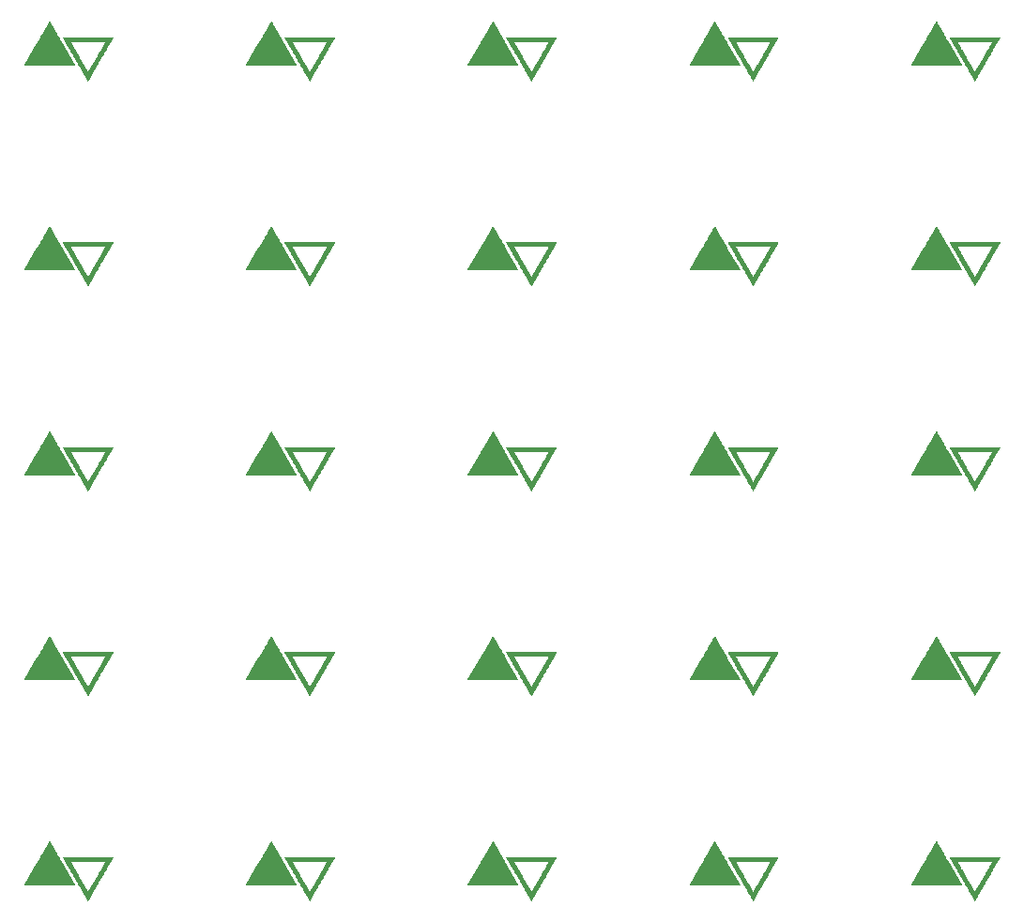
<source format=gbo>
G04 #@! TF.GenerationSoftware,KiCad,Pcbnew,(5.1.12)-1*
G04 #@! TF.CreationDate,2022-12-21T21:02:25+07:00*
G04 #@! TF.ProjectId,Unified-Daughterboard,556e6966-6965-4642-9d44-617567687465,C3*
G04 #@! TF.SameCoordinates,Original*
G04 #@! TF.FileFunction,Legend,Bot*
G04 #@! TF.FilePolarity,Positive*
%FSLAX46Y46*%
G04 Gerber Fmt 4.6, Leading zero omitted, Abs format (unit mm)*
G04 Created by KiCad (PCBNEW (5.1.12)-1) date 2022-12-21 21:02:25*
%MOMM*%
%LPD*%
G01*
G04 APERTURE LIST*
%ADD10C,0.010000*%
%ADD11O,1.100000X2.200000*%
%ADD12O,1.300000X1.900000*%
%ADD13C,0.650000*%
%ADD14C,0.500000*%
%ADD15C,3.000000*%
%ADD16C,3.500001*%
G04 APERTURE END LIST*
D10*
G36*
X156737401Y-142681799D02*
G01*
X156743782Y-142671219D01*
X156754145Y-142653734D01*
X156768366Y-142629558D01*
X156786319Y-142598904D01*
X156807882Y-142561988D01*
X156832929Y-142519022D01*
X156861336Y-142470223D01*
X156892980Y-142415803D01*
X156927736Y-142355978D01*
X156965480Y-142290961D01*
X157006088Y-142220966D01*
X157049435Y-142146209D01*
X157095398Y-142066903D01*
X157143851Y-141983263D01*
X157194672Y-141895502D01*
X157247735Y-141803836D01*
X157302917Y-141708478D01*
X157360093Y-141609643D01*
X157419139Y-141507545D01*
X157479931Y-141402398D01*
X157542344Y-141294416D01*
X157606256Y-141183815D01*
X157671540Y-141070807D01*
X157738074Y-140955608D01*
X157805732Y-140838432D01*
X157845067Y-140770296D01*
X157913417Y-140651889D01*
X157980746Y-140535254D01*
X158046925Y-140420608D01*
X158111831Y-140308169D01*
X158175337Y-140198155D01*
X158237318Y-140090784D01*
X158297648Y-139986273D01*
X158356201Y-139884840D01*
X158412851Y-139786703D01*
X158467474Y-139692079D01*
X158519942Y-139601186D01*
X158570132Y-139514243D01*
X158617916Y-139431466D01*
X158663169Y-139353073D01*
X158705766Y-139279283D01*
X158745580Y-139210312D01*
X158782487Y-139146379D01*
X158816360Y-139087701D01*
X158847074Y-139034496D01*
X158874503Y-138986982D01*
X158898521Y-138945377D01*
X158919003Y-138909897D01*
X158935823Y-138880762D01*
X158948855Y-138858188D01*
X158957974Y-138842393D01*
X158963054Y-138833596D01*
X158964075Y-138831829D01*
X158976066Y-138811100D01*
X154496766Y-138811100D01*
X154510998Y-138835441D01*
X154513980Y-138840587D01*
X154521069Y-138852847D01*
X154532138Y-138872002D01*
X154547062Y-138897833D01*
X154565714Y-138930123D01*
X154587968Y-138968652D01*
X154613697Y-139013201D01*
X154642776Y-139063552D01*
X154675078Y-139119487D01*
X154701991Y-139166092D01*
X155111039Y-139166092D01*
X155115122Y-139165829D01*
X155127388Y-139165571D01*
X155147556Y-139165319D01*
X155175342Y-139165073D01*
X155210464Y-139164834D01*
X155252638Y-139164603D01*
X155301582Y-139164380D01*
X155357013Y-139164166D01*
X155418648Y-139163962D01*
X155486205Y-139163768D01*
X155559400Y-139163585D01*
X155637951Y-139163414D01*
X155721576Y-139163254D01*
X155809990Y-139163108D01*
X155902912Y-139162975D01*
X156000059Y-139162856D01*
X156101148Y-139162751D01*
X156205895Y-139162662D01*
X156314019Y-139162589D01*
X156425237Y-139162532D01*
X156539265Y-139162492D01*
X156655821Y-139162471D01*
X156735581Y-139162466D01*
X156852410Y-139162473D01*
X156967068Y-139162493D01*
X157079267Y-139162525D01*
X157188717Y-139162570D01*
X157295128Y-139162626D01*
X157398212Y-139162694D01*
X157497679Y-139162772D01*
X157593241Y-139162861D01*
X157684607Y-139162959D01*
X157771489Y-139163067D01*
X157853598Y-139163183D01*
X157930644Y-139163309D01*
X158002339Y-139163442D01*
X158068392Y-139163582D01*
X158128515Y-139163730D01*
X158182419Y-139163885D01*
X158229814Y-139164045D01*
X158270412Y-139164211D01*
X158303922Y-139164383D01*
X158330057Y-139164559D01*
X158348526Y-139164739D01*
X158359040Y-139164924D01*
X158361534Y-139165068D01*
X158359444Y-139168975D01*
X158353294Y-139179898D01*
X158343260Y-139197531D01*
X158329518Y-139221569D01*
X158312246Y-139251705D01*
X158291620Y-139287634D01*
X158267816Y-139329049D01*
X158241012Y-139375646D01*
X158211383Y-139427119D01*
X158179107Y-139483160D01*
X158144361Y-139543466D01*
X158107320Y-139607730D01*
X158068162Y-139675645D01*
X158027064Y-139746908D01*
X157984201Y-139821211D01*
X157939752Y-139898248D01*
X157893891Y-139977715D01*
X157846797Y-140059305D01*
X157798645Y-140142713D01*
X157749613Y-140227632D01*
X157699877Y-140313757D01*
X157649614Y-140400782D01*
X157599000Y-140488402D01*
X157548212Y-140576310D01*
X157497427Y-140664201D01*
X157446822Y-140751768D01*
X157396573Y-140838707D01*
X157346856Y-140924712D01*
X157297849Y-141009475D01*
X157249729Y-141092693D01*
X157202671Y-141174059D01*
X157156852Y-141253267D01*
X157112450Y-141330011D01*
X157069641Y-141403986D01*
X157028602Y-141474886D01*
X156989508Y-141542404D01*
X156952538Y-141606237D01*
X156917867Y-141666076D01*
X156885673Y-141721617D01*
X156856131Y-141772555D01*
X156829419Y-141818582D01*
X156805714Y-141859393D01*
X156785191Y-141894683D01*
X156768028Y-141924146D01*
X156754401Y-141947476D01*
X156744488Y-141964367D01*
X156738464Y-141974513D01*
X156736508Y-141977629D01*
X156734282Y-141974013D01*
X156728000Y-141963371D01*
X156717838Y-141946008D01*
X156703973Y-141922230D01*
X156686581Y-141892343D01*
X156665840Y-141856651D01*
X156641926Y-141815462D01*
X156615016Y-141769081D01*
X156585287Y-141717814D01*
X156552915Y-141661965D01*
X156518078Y-141601842D01*
X156480951Y-141537749D01*
X156441713Y-141469993D01*
X156400538Y-141398879D01*
X156357605Y-141324713D01*
X156313090Y-141247800D01*
X156267170Y-141168447D01*
X156220021Y-141086960D01*
X156171821Y-141003643D01*
X156122745Y-140918802D01*
X156072972Y-140832744D01*
X156022677Y-140745775D01*
X155972037Y-140658198D01*
X155921229Y-140570322D01*
X155870430Y-140482451D01*
X155819817Y-140394891D01*
X155769566Y-140307947D01*
X155719854Y-140221926D01*
X155670859Y-140137133D01*
X155622755Y-140053875D01*
X155575721Y-139972456D01*
X155529934Y-139893182D01*
X155485569Y-139816359D01*
X155442804Y-139742294D01*
X155401815Y-139671291D01*
X155362779Y-139603656D01*
X155325873Y-139539696D01*
X155291274Y-139479715D01*
X155259159Y-139424020D01*
X155229704Y-139372916D01*
X155203085Y-139326709D01*
X155179480Y-139285705D01*
X155159066Y-139250210D01*
X155142019Y-139220528D01*
X155128516Y-139196967D01*
X155118734Y-139179831D01*
X155112849Y-139169427D01*
X155111039Y-139166092D01*
X154701991Y-139166092D01*
X154710477Y-139180787D01*
X154748847Y-139247232D01*
X154790061Y-139318605D01*
X154833993Y-139394687D01*
X154880517Y-139475259D01*
X154929507Y-139560103D01*
X154980836Y-139649000D01*
X155034379Y-139741731D01*
X155090008Y-139838077D01*
X155147598Y-139937821D01*
X155207023Y-140040743D01*
X155268156Y-140146625D01*
X155330870Y-140255248D01*
X155395041Y-140366393D01*
X155460541Y-140479842D01*
X155527244Y-140595377D01*
X155595024Y-140712778D01*
X155628715Y-140771133D01*
X155696873Y-140889187D01*
X155763978Y-141005406D01*
X155829904Y-141119575D01*
X155894526Y-141231478D01*
X155957720Y-141340900D01*
X156019362Y-141447626D01*
X156079327Y-141551440D01*
X156137491Y-141652127D01*
X156193728Y-141749471D01*
X156247915Y-141843256D01*
X156299928Y-141933269D01*
X156349640Y-142019293D01*
X156396929Y-142101112D01*
X156441670Y-142178512D01*
X156483737Y-142251276D01*
X156523007Y-142319190D01*
X156559355Y-142382038D01*
X156592656Y-142439605D01*
X156622786Y-142491675D01*
X156649621Y-142538033D01*
X156673036Y-142578464D01*
X156692906Y-142612752D01*
X156709107Y-142640681D01*
X156721514Y-142662036D01*
X156730004Y-142676603D01*
X156734450Y-142684165D01*
X156735125Y-142685258D01*
X156737401Y-142681799D01*
G37*
X156737401Y-142681799D02*
X156743782Y-142671219D01*
X156754145Y-142653734D01*
X156768366Y-142629558D01*
X156786319Y-142598904D01*
X156807882Y-142561988D01*
X156832929Y-142519022D01*
X156861336Y-142470223D01*
X156892980Y-142415803D01*
X156927736Y-142355978D01*
X156965480Y-142290961D01*
X157006088Y-142220966D01*
X157049435Y-142146209D01*
X157095398Y-142066903D01*
X157143851Y-141983263D01*
X157194672Y-141895502D01*
X157247735Y-141803836D01*
X157302917Y-141708478D01*
X157360093Y-141609643D01*
X157419139Y-141507545D01*
X157479931Y-141402398D01*
X157542344Y-141294416D01*
X157606256Y-141183815D01*
X157671540Y-141070807D01*
X157738074Y-140955608D01*
X157805732Y-140838432D01*
X157845067Y-140770296D01*
X157913417Y-140651889D01*
X157980746Y-140535254D01*
X158046925Y-140420608D01*
X158111831Y-140308169D01*
X158175337Y-140198155D01*
X158237318Y-140090784D01*
X158297648Y-139986273D01*
X158356201Y-139884840D01*
X158412851Y-139786703D01*
X158467474Y-139692079D01*
X158519942Y-139601186D01*
X158570132Y-139514243D01*
X158617916Y-139431466D01*
X158663169Y-139353073D01*
X158705766Y-139279283D01*
X158745580Y-139210312D01*
X158782487Y-139146379D01*
X158816360Y-139087701D01*
X158847074Y-139034496D01*
X158874503Y-138986982D01*
X158898521Y-138945377D01*
X158919003Y-138909897D01*
X158935823Y-138880762D01*
X158948855Y-138858188D01*
X158957974Y-138842393D01*
X158963054Y-138833596D01*
X158964075Y-138831829D01*
X158976066Y-138811100D01*
X154496766Y-138811100D01*
X154510998Y-138835441D01*
X154513980Y-138840587D01*
X154521069Y-138852847D01*
X154532138Y-138872002D01*
X154547062Y-138897833D01*
X154565714Y-138930123D01*
X154587968Y-138968652D01*
X154613697Y-139013201D01*
X154642776Y-139063552D01*
X154675078Y-139119487D01*
X154701991Y-139166092D01*
X155111039Y-139166092D01*
X155115122Y-139165829D01*
X155127388Y-139165571D01*
X155147556Y-139165319D01*
X155175342Y-139165073D01*
X155210464Y-139164834D01*
X155252638Y-139164603D01*
X155301582Y-139164380D01*
X155357013Y-139164166D01*
X155418648Y-139163962D01*
X155486205Y-139163768D01*
X155559400Y-139163585D01*
X155637951Y-139163414D01*
X155721576Y-139163254D01*
X155809990Y-139163108D01*
X155902912Y-139162975D01*
X156000059Y-139162856D01*
X156101148Y-139162751D01*
X156205895Y-139162662D01*
X156314019Y-139162589D01*
X156425237Y-139162532D01*
X156539265Y-139162492D01*
X156655821Y-139162471D01*
X156735581Y-139162466D01*
X156852410Y-139162473D01*
X156967068Y-139162493D01*
X157079267Y-139162525D01*
X157188717Y-139162570D01*
X157295128Y-139162626D01*
X157398212Y-139162694D01*
X157497679Y-139162772D01*
X157593241Y-139162861D01*
X157684607Y-139162959D01*
X157771489Y-139163067D01*
X157853598Y-139163183D01*
X157930644Y-139163309D01*
X158002339Y-139163442D01*
X158068392Y-139163582D01*
X158128515Y-139163730D01*
X158182419Y-139163885D01*
X158229814Y-139164045D01*
X158270412Y-139164211D01*
X158303922Y-139164383D01*
X158330057Y-139164559D01*
X158348526Y-139164739D01*
X158359040Y-139164924D01*
X158361534Y-139165068D01*
X158359444Y-139168975D01*
X158353294Y-139179898D01*
X158343260Y-139197531D01*
X158329518Y-139221569D01*
X158312246Y-139251705D01*
X158291620Y-139287634D01*
X158267816Y-139329049D01*
X158241012Y-139375646D01*
X158211383Y-139427119D01*
X158179107Y-139483160D01*
X158144361Y-139543466D01*
X158107320Y-139607730D01*
X158068162Y-139675645D01*
X158027064Y-139746908D01*
X157984201Y-139821211D01*
X157939752Y-139898248D01*
X157893891Y-139977715D01*
X157846797Y-140059305D01*
X157798645Y-140142713D01*
X157749613Y-140227632D01*
X157699877Y-140313757D01*
X157649614Y-140400782D01*
X157599000Y-140488402D01*
X157548212Y-140576310D01*
X157497427Y-140664201D01*
X157446822Y-140751768D01*
X157396573Y-140838707D01*
X157346856Y-140924712D01*
X157297849Y-141009475D01*
X157249729Y-141092693D01*
X157202671Y-141174059D01*
X157156852Y-141253267D01*
X157112450Y-141330011D01*
X157069641Y-141403986D01*
X157028602Y-141474886D01*
X156989508Y-141542404D01*
X156952538Y-141606237D01*
X156917867Y-141666076D01*
X156885673Y-141721617D01*
X156856131Y-141772555D01*
X156829419Y-141818582D01*
X156805714Y-141859393D01*
X156785191Y-141894683D01*
X156768028Y-141924146D01*
X156754401Y-141947476D01*
X156744488Y-141964367D01*
X156738464Y-141974513D01*
X156736508Y-141977629D01*
X156734282Y-141974013D01*
X156728000Y-141963371D01*
X156717838Y-141946008D01*
X156703973Y-141922230D01*
X156686581Y-141892343D01*
X156665840Y-141856651D01*
X156641926Y-141815462D01*
X156615016Y-141769081D01*
X156585287Y-141717814D01*
X156552915Y-141661965D01*
X156518078Y-141601842D01*
X156480951Y-141537749D01*
X156441713Y-141469993D01*
X156400538Y-141398879D01*
X156357605Y-141324713D01*
X156313090Y-141247800D01*
X156267170Y-141168447D01*
X156220021Y-141086960D01*
X156171821Y-141003643D01*
X156122745Y-140918802D01*
X156072972Y-140832744D01*
X156022677Y-140745775D01*
X155972037Y-140658198D01*
X155921229Y-140570322D01*
X155870430Y-140482451D01*
X155819817Y-140394891D01*
X155769566Y-140307947D01*
X155719854Y-140221926D01*
X155670859Y-140137133D01*
X155622755Y-140053875D01*
X155575721Y-139972456D01*
X155529934Y-139893182D01*
X155485569Y-139816359D01*
X155442804Y-139742294D01*
X155401815Y-139671291D01*
X155362779Y-139603656D01*
X155325873Y-139539696D01*
X155291274Y-139479715D01*
X155259159Y-139424020D01*
X155229704Y-139372916D01*
X155203085Y-139326709D01*
X155179480Y-139285705D01*
X155159066Y-139250210D01*
X155142019Y-139220528D01*
X155128516Y-139196967D01*
X155118734Y-139179831D01*
X155112849Y-139169427D01*
X155111039Y-139166092D01*
X154701991Y-139166092D01*
X154710477Y-139180787D01*
X154748847Y-139247232D01*
X154790061Y-139318605D01*
X154833993Y-139394687D01*
X154880517Y-139475259D01*
X154929507Y-139560103D01*
X154980836Y-139649000D01*
X155034379Y-139741731D01*
X155090008Y-139838077D01*
X155147598Y-139937821D01*
X155207023Y-140040743D01*
X155268156Y-140146625D01*
X155330870Y-140255248D01*
X155395041Y-140366393D01*
X155460541Y-140479842D01*
X155527244Y-140595377D01*
X155595024Y-140712778D01*
X155628715Y-140771133D01*
X155696873Y-140889187D01*
X155763978Y-141005406D01*
X155829904Y-141119575D01*
X155894526Y-141231478D01*
X155957720Y-141340900D01*
X156019362Y-141447626D01*
X156079327Y-141551440D01*
X156137491Y-141652127D01*
X156193728Y-141749471D01*
X156247915Y-141843256D01*
X156299928Y-141933269D01*
X156349640Y-142019293D01*
X156396929Y-142101112D01*
X156441670Y-142178512D01*
X156483737Y-142251276D01*
X156523007Y-142319190D01*
X156559355Y-142382038D01*
X156592656Y-142439605D01*
X156622786Y-142491675D01*
X156649621Y-142538033D01*
X156673036Y-142578464D01*
X156692906Y-142612752D01*
X156709107Y-142640681D01*
X156721514Y-142662036D01*
X156730004Y-142676603D01*
X156734450Y-142684165D01*
X156735125Y-142685258D01*
X156737401Y-142681799D01*
G36*
X153370390Y-141274286D02*
G01*
X153515718Y-141274272D01*
X153659349Y-141274244D01*
X153800266Y-141274204D01*
X153937454Y-141274151D01*
X154069898Y-141274086D01*
X154196581Y-141274008D01*
X154316487Y-141273917D01*
X154391895Y-141273849D01*
X155510724Y-141272783D01*
X154397187Y-139344189D01*
X154328683Y-139225548D01*
X154261222Y-139108718D01*
X154194927Y-138993917D01*
X154129923Y-138881358D01*
X154066335Y-138771258D01*
X154004287Y-138663831D01*
X153943903Y-138559293D01*
X153885308Y-138457859D01*
X153828626Y-138359746D01*
X153773982Y-138265167D01*
X153721501Y-138174338D01*
X153671306Y-138087475D01*
X153623523Y-138004794D01*
X153578275Y-137926508D01*
X153535688Y-137852835D01*
X153495885Y-137783988D01*
X153458992Y-137720184D01*
X153425132Y-137661638D01*
X153394430Y-137608565D01*
X153367010Y-137561181D01*
X153342998Y-137519700D01*
X153322517Y-137484339D01*
X153305692Y-137455313D01*
X153292647Y-137432836D01*
X153283507Y-137417125D01*
X153278397Y-137408394D01*
X153277300Y-137406572D01*
X153276694Y-137406149D01*
X153275763Y-137406363D01*
X153274400Y-137407397D01*
X153272499Y-137409432D01*
X153269955Y-137412652D01*
X153266659Y-137417239D01*
X153262507Y-137423374D01*
X153257391Y-137431241D01*
X153251206Y-137441022D01*
X153243844Y-137452900D01*
X153235200Y-137467056D01*
X153225168Y-137483673D01*
X153213640Y-137502934D01*
X153200510Y-137525020D01*
X153185673Y-137550115D01*
X153169021Y-137578401D01*
X153150449Y-137610059D01*
X153129850Y-137645273D01*
X153107117Y-137684225D01*
X153082144Y-137727098D01*
X153054825Y-137774073D01*
X153025054Y-137825333D01*
X152992724Y-137881061D01*
X152957728Y-137941438D01*
X152919961Y-138006648D01*
X152879316Y-138076873D01*
X152835686Y-138152294D01*
X152788965Y-138233095D01*
X152739048Y-138319458D01*
X152685827Y-138411566D01*
X152629196Y-138509600D01*
X152569048Y-138613743D01*
X152505278Y-138724177D01*
X152437779Y-138841086D01*
X152366445Y-138964651D01*
X152291169Y-139095054D01*
X152211845Y-139232479D01*
X152152574Y-139335166D01*
X151034197Y-141272783D01*
X152153632Y-141273849D01*
X152268532Y-141273949D01*
X152390876Y-141274035D01*
X152519648Y-141274109D01*
X152653833Y-141274170D01*
X152792414Y-141274219D01*
X152934376Y-141274255D01*
X153078703Y-141274278D01*
X153224379Y-141274288D01*
X153370390Y-141274286D01*
G37*
X153370390Y-141274286D02*
X153515718Y-141274272D01*
X153659349Y-141274244D01*
X153800266Y-141274204D01*
X153937454Y-141274151D01*
X154069898Y-141274086D01*
X154196581Y-141274008D01*
X154316487Y-141273917D01*
X154391895Y-141273849D01*
X155510724Y-141272783D01*
X154397187Y-139344189D01*
X154328683Y-139225548D01*
X154261222Y-139108718D01*
X154194927Y-138993917D01*
X154129923Y-138881358D01*
X154066335Y-138771258D01*
X154004287Y-138663831D01*
X153943903Y-138559293D01*
X153885308Y-138457859D01*
X153828626Y-138359746D01*
X153773982Y-138265167D01*
X153721501Y-138174338D01*
X153671306Y-138087475D01*
X153623523Y-138004794D01*
X153578275Y-137926508D01*
X153535688Y-137852835D01*
X153495885Y-137783988D01*
X153458992Y-137720184D01*
X153425132Y-137661638D01*
X153394430Y-137608565D01*
X153367010Y-137561181D01*
X153342998Y-137519700D01*
X153322517Y-137484339D01*
X153305692Y-137455313D01*
X153292647Y-137432836D01*
X153283507Y-137417125D01*
X153278397Y-137408394D01*
X153277300Y-137406572D01*
X153276694Y-137406149D01*
X153275763Y-137406363D01*
X153274400Y-137407397D01*
X153272499Y-137409432D01*
X153269955Y-137412652D01*
X153266659Y-137417239D01*
X153262507Y-137423374D01*
X153257391Y-137431241D01*
X153251206Y-137441022D01*
X153243844Y-137452900D01*
X153235200Y-137467056D01*
X153225168Y-137483673D01*
X153213640Y-137502934D01*
X153200510Y-137525020D01*
X153185673Y-137550115D01*
X153169021Y-137578401D01*
X153150449Y-137610059D01*
X153129850Y-137645273D01*
X153107117Y-137684225D01*
X153082144Y-137727098D01*
X153054825Y-137774073D01*
X153025054Y-137825333D01*
X152992724Y-137881061D01*
X152957728Y-137941438D01*
X152919961Y-138006648D01*
X152879316Y-138076873D01*
X152835686Y-138152294D01*
X152788965Y-138233095D01*
X152739048Y-138319458D01*
X152685827Y-138411566D01*
X152629196Y-138509600D01*
X152569048Y-138613743D01*
X152505278Y-138724177D01*
X152437779Y-138841086D01*
X152366445Y-138964651D01*
X152291169Y-139095054D01*
X152211845Y-139232479D01*
X152152574Y-139335166D01*
X151034197Y-141272783D01*
X152153632Y-141273849D01*
X152268532Y-141273949D01*
X152390876Y-141274035D01*
X152519648Y-141274109D01*
X152653833Y-141274170D01*
X152792414Y-141274219D01*
X152934376Y-141274255D01*
X153078703Y-141274278D01*
X153224379Y-141274288D01*
X153370390Y-141274286D01*
G36*
X136737401Y-142681799D02*
G01*
X136743782Y-142671219D01*
X136754145Y-142653734D01*
X136768366Y-142629558D01*
X136786319Y-142598904D01*
X136807882Y-142561988D01*
X136832929Y-142519022D01*
X136861336Y-142470223D01*
X136892980Y-142415803D01*
X136927736Y-142355978D01*
X136965480Y-142290961D01*
X137006088Y-142220966D01*
X137049435Y-142146209D01*
X137095398Y-142066903D01*
X137143851Y-141983263D01*
X137194672Y-141895502D01*
X137247735Y-141803836D01*
X137302917Y-141708478D01*
X137360093Y-141609643D01*
X137419139Y-141507545D01*
X137479931Y-141402398D01*
X137542344Y-141294416D01*
X137606256Y-141183815D01*
X137671540Y-141070807D01*
X137738074Y-140955608D01*
X137805732Y-140838432D01*
X137845067Y-140770296D01*
X137913417Y-140651889D01*
X137980746Y-140535254D01*
X138046925Y-140420608D01*
X138111831Y-140308169D01*
X138175337Y-140198155D01*
X138237318Y-140090784D01*
X138297648Y-139986273D01*
X138356201Y-139884840D01*
X138412851Y-139786703D01*
X138467474Y-139692079D01*
X138519942Y-139601186D01*
X138570132Y-139514243D01*
X138617916Y-139431466D01*
X138663169Y-139353073D01*
X138705766Y-139279283D01*
X138745580Y-139210312D01*
X138782487Y-139146379D01*
X138816360Y-139087701D01*
X138847074Y-139034496D01*
X138874503Y-138986982D01*
X138898521Y-138945377D01*
X138919003Y-138909897D01*
X138935823Y-138880762D01*
X138948855Y-138858188D01*
X138957974Y-138842393D01*
X138963054Y-138833596D01*
X138964075Y-138831829D01*
X138976066Y-138811100D01*
X134496766Y-138811100D01*
X134510998Y-138835441D01*
X134513980Y-138840587D01*
X134521069Y-138852847D01*
X134532138Y-138872002D01*
X134547062Y-138897833D01*
X134565714Y-138930123D01*
X134587968Y-138968652D01*
X134613697Y-139013201D01*
X134642776Y-139063552D01*
X134675078Y-139119487D01*
X134701991Y-139166092D01*
X135111039Y-139166092D01*
X135115122Y-139165829D01*
X135127388Y-139165571D01*
X135147556Y-139165319D01*
X135175342Y-139165073D01*
X135210464Y-139164834D01*
X135252638Y-139164603D01*
X135301582Y-139164380D01*
X135357013Y-139164166D01*
X135418648Y-139163962D01*
X135486205Y-139163768D01*
X135559400Y-139163585D01*
X135637951Y-139163414D01*
X135721576Y-139163254D01*
X135809990Y-139163108D01*
X135902912Y-139162975D01*
X136000059Y-139162856D01*
X136101148Y-139162751D01*
X136205895Y-139162662D01*
X136314019Y-139162589D01*
X136425237Y-139162532D01*
X136539265Y-139162492D01*
X136655821Y-139162471D01*
X136735581Y-139162466D01*
X136852410Y-139162473D01*
X136967068Y-139162493D01*
X137079267Y-139162525D01*
X137188717Y-139162570D01*
X137295128Y-139162626D01*
X137398212Y-139162694D01*
X137497679Y-139162772D01*
X137593241Y-139162861D01*
X137684607Y-139162959D01*
X137771489Y-139163067D01*
X137853598Y-139163183D01*
X137930644Y-139163309D01*
X138002339Y-139163442D01*
X138068392Y-139163582D01*
X138128515Y-139163730D01*
X138182419Y-139163885D01*
X138229814Y-139164045D01*
X138270412Y-139164211D01*
X138303922Y-139164383D01*
X138330057Y-139164559D01*
X138348526Y-139164739D01*
X138359040Y-139164924D01*
X138361534Y-139165068D01*
X138359444Y-139168975D01*
X138353294Y-139179898D01*
X138343260Y-139197531D01*
X138329518Y-139221569D01*
X138312246Y-139251705D01*
X138291620Y-139287634D01*
X138267816Y-139329049D01*
X138241012Y-139375646D01*
X138211383Y-139427119D01*
X138179107Y-139483160D01*
X138144361Y-139543466D01*
X138107320Y-139607730D01*
X138068162Y-139675645D01*
X138027064Y-139746908D01*
X137984201Y-139821211D01*
X137939752Y-139898248D01*
X137893891Y-139977715D01*
X137846797Y-140059305D01*
X137798645Y-140142713D01*
X137749613Y-140227632D01*
X137699877Y-140313757D01*
X137649614Y-140400782D01*
X137599000Y-140488402D01*
X137548212Y-140576310D01*
X137497427Y-140664201D01*
X137446822Y-140751768D01*
X137396573Y-140838707D01*
X137346856Y-140924712D01*
X137297849Y-141009475D01*
X137249729Y-141092693D01*
X137202671Y-141174059D01*
X137156852Y-141253267D01*
X137112450Y-141330011D01*
X137069641Y-141403986D01*
X137028602Y-141474886D01*
X136989508Y-141542404D01*
X136952538Y-141606237D01*
X136917867Y-141666076D01*
X136885673Y-141721617D01*
X136856131Y-141772555D01*
X136829419Y-141818582D01*
X136805714Y-141859393D01*
X136785191Y-141894683D01*
X136768028Y-141924146D01*
X136754401Y-141947476D01*
X136744488Y-141964367D01*
X136738464Y-141974513D01*
X136736508Y-141977629D01*
X136734282Y-141974013D01*
X136728000Y-141963371D01*
X136717838Y-141946008D01*
X136703973Y-141922230D01*
X136686581Y-141892343D01*
X136665840Y-141856651D01*
X136641926Y-141815462D01*
X136615016Y-141769081D01*
X136585287Y-141717814D01*
X136552915Y-141661965D01*
X136518078Y-141601842D01*
X136480951Y-141537749D01*
X136441713Y-141469993D01*
X136400538Y-141398879D01*
X136357605Y-141324713D01*
X136313090Y-141247800D01*
X136267170Y-141168447D01*
X136220021Y-141086960D01*
X136171821Y-141003643D01*
X136122745Y-140918802D01*
X136072972Y-140832744D01*
X136022677Y-140745775D01*
X135972037Y-140658198D01*
X135921229Y-140570322D01*
X135870430Y-140482451D01*
X135819817Y-140394891D01*
X135769566Y-140307947D01*
X135719854Y-140221926D01*
X135670859Y-140137133D01*
X135622755Y-140053875D01*
X135575721Y-139972456D01*
X135529934Y-139893182D01*
X135485569Y-139816359D01*
X135442804Y-139742294D01*
X135401815Y-139671291D01*
X135362779Y-139603656D01*
X135325873Y-139539696D01*
X135291274Y-139479715D01*
X135259159Y-139424020D01*
X135229704Y-139372916D01*
X135203085Y-139326709D01*
X135179480Y-139285705D01*
X135159066Y-139250210D01*
X135142019Y-139220528D01*
X135128516Y-139196967D01*
X135118734Y-139179831D01*
X135112849Y-139169427D01*
X135111039Y-139166092D01*
X134701991Y-139166092D01*
X134710477Y-139180787D01*
X134748847Y-139247232D01*
X134790061Y-139318605D01*
X134833993Y-139394687D01*
X134880517Y-139475259D01*
X134929507Y-139560103D01*
X134980836Y-139649000D01*
X135034379Y-139741731D01*
X135090008Y-139838077D01*
X135147598Y-139937821D01*
X135207023Y-140040743D01*
X135268156Y-140146625D01*
X135330870Y-140255248D01*
X135395041Y-140366393D01*
X135460541Y-140479842D01*
X135527244Y-140595377D01*
X135595024Y-140712778D01*
X135628715Y-140771133D01*
X135696873Y-140889187D01*
X135763978Y-141005406D01*
X135829904Y-141119575D01*
X135894526Y-141231478D01*
X135957720Y-141340900D01*
X136019362Y-141447626D01*
X136079327Y-141551440D01*
X136137491Y-141652127D01*
X136193728Y-141749471D01*
X136247915Y-141843256D01*
X136299928Y-141933269D01*
X136349640Y-142019293D01*
X136396929Y-142101112D01*
X136441670Y-142178512D01*
X136483737Y-142251276D01*
X136523007Y-142319190D01*
X136559355Y-142382038D01*
X136592656Y-142439605D01*
X136622786Y-142491675D01*
X136649621Y-142538033D01*
X136673036Y-142578464D01*
X136692906Y-142612752D01*
X136709107Y-142640681D01*
X136721514Y-142662036D01*
X136730004Y-142676603D01*
X136734450Y-142684165D01*
X136735125Y-142685258D01*
X136737401Y-142681799D01*
G37*
X136737401Y-142681799D02*
X136743782Y-142671219D01*
X136754145Y-142653734D01*
X136768366Y-142629558D01*
X136786319Y-142598904D01*
X136807882Y-142561988D01*
X136832929Y-142519022D01*
X136861336Y-142470223D01*
X136892980Y-142415803D01*
X136927736Y-142355978D01*
X136965480Y-142290961D01*
X137006088Y-142220966D01*
X137049435Y-142146209D01*
X137095398Y-142066903D01*
X137143851Y-141983263D01*
X137194672Y-141895502D01*
X137247735Y-141803836D01*
X137302917Y-141708478D01*
X137360093Y-141609643D01*
X137419139Y-141507545D01*
X137479931Y-141402398D01*
X137542344Y-141294416D01*
X137606256Y-141183815D01*
X137671540Y-141070807D01*
X137738074Y-140955608D01*
X137805732Y-140838432D01*
X137845067Y-140770296D01*
X137913417Y-140651889D01*
X137980746Y-140535254D01*
X138046925Y-140420608D01*
X138111831Y-140308169D01*
X138175337Y-140198155D01*
X138237318Y-140090784D01*
X138297648Y-139986273D01*
X138356201Y-139884840D01*
X138412851Y-139786703D01*
X138467474Y-139692079D01*
X138519942Y-139601186D01*
X138570132Y-139514243D01*
X138617916Y-139431466D01*
X138663169Y-139353073D01*
X138705766Y-139279283D01*
X138745580Y-139210312D01*
X138782487Y-139146379D01*
X138816360Y-139087701D01*
X138847074Y-139034496D01*
X138874503Y-138986982D01*
X138898521Y-138945377D01*
X138919003Y-138909897D01*
X138935823Y-138880762D01*
X138948855Y-138858188D01*
X138957974Y-138842393D01*
X138963054Y-138833596D01*
X138964075Y-138831829D01*
X138976066Y-138811100D01*
X134496766Y-138811100D01*
X134510998Y-138835441D01*
X134513980Y-138840587D01*
X134521069Y-138852847D01*
X134532138Y-138872002D01*
X134547062Y-138897833D01*
X134565714Y-138930123D01*
X134587968Y-138968652D01*
X134613697Y-139013201D01*
X134642776Y-139063552D01*
X134675078Y-139119487D01*
X134701991Y-139166092D01*
X135111039Y-139166092D01*
X135115122Y-139165829D01*
X135127388Y-139165571D01*
X135147556Y-139165319D01*
X135175342Y-139165073D01*
X135210464Y-139164834D01*
X135252638Y-139164603D01*
X135301582Y-139164380D01*
X135357013Y-139164166D01*
X135418648Y-139163962D01*
X135486205Y-139163768D01*
X135559400Y-139163585D01*
X135637951Y-139163414D01*
X135721576Y-139163254D01*
X135809990Y-139163108D01*
X135902912Y-139162975D01*
X136000059Y-139162856D01*
X136101148Y-139162751D01*
X136205895Y-139162662D01*
X136314019Y-139162589D01*
X136425237Y-139162532D01*
X136539265Y-139162492D01*
X136655821Y-139162471D01*
X136735581Y-139162466D01*
X136852410Y-139162473D01*
X136967068Y-139162493D01*
X137079267Y-139162525D01*
X137188717Y-139162570D01*
X137295128Y-139162626D01*
X137398212Y-139162694D01*
X137497679Y-139162772D01*
X137593241Y-139162861D01*
X137684607Y-139162959D01*
X137771489Y-139163067D01*
X137853598Y-139163183D01*
X137930644Y-139163309D01*
X138002339Y-139163442D01*
X138068392Y-139163582D01*
X138128515Y-139163730D01*
X138182419Y-139163885D01*
X138229814Y-139164045D01*
X138270412Y-139164211D01*
X138303922Y-139164383D01*
X138330057Y-139164559D01*
X138348526Y-139164739D01*
X138359040Y-139164924D01*
X138361534Y-139165068D01*
X138359444Y-139168975D01*
X138353294Y-139179898D01*
X138343260Y-139197531D01*
X138329518Y-139221569D01*
X138312246Y-139251705D01*
X138291620Y-139287634D01*
X138267816Y-139329049D01*
X138241012Y-139375646D01*
X138211383Y-139427119D01*
X138179107Y-139483160D01*
X138144361Y-139543466D01*
X138107320Y-139607730D01*
X138068162Y-139675645D01*
X138027064Y-139746908D01*
X137984201Y-139821211D01*
X137939752Y-139898248D01*
X137893891Y-139977715D01*
X137846797Y-140059305D01*
X137798645Y-140142713D01*
X137749613Y-140227632D01*
X137699877Y-140313757D01*
X137649614Y-140400782D01*
X137599000Y-140488402D01*
X137548212Y-140576310D01*
X137497427Y-140664201D01*
X137446822Y-140751768D01*
X137396573Y-140838707D01*
X137346856Y-140924712D01*
X137297849Y-141009475D01*
X137249729Y-141092693D01*
X137202671Y-141174059D01*
X137156852Y-141253267D01*
X137112450Y-141330011D01*
X137069641Y-141403986D01*
X137028602Y-141474886D01*
X136989508Y-141542404D01*
X136952538Y-141606237D01*
X136917867Y-141666076D01*
X136885673Y-141721617D01*
X136856131Y-141772555D01*
X136829419Y-141818582D01*
X136805714Y-141859393D01*
X136785191Y-141894683D01*
X136768028Y-141924146D01*
X136754401Y-141947476D01*
X136744488Y-141964367D01*
X136738464Y-141974513D01*
X136736508Y-141977629D01*
X136734282Y-141974013D01*
X136728000Y-141963371D01*
X136717838Y-141946008D01*
X136703973Y-141922230D01*
X136686581Y-141892343D01*
X136665840Y-141856651D01*
X136641926Y-141815462D01*
X136615016Y-141769081D01*
X136585287Y-141717814D01*
X136552915Y-141661965D01*
X136518078Y-141601842D01*
X136480951Y-141537749D01*
X136441713Y-141469993D01*
X136400538Y-141398879D01*
X136357605Y-141324713D01*
X136313090Y-141247800D01*
X136267170Y-141168447D01*
X136220021Y-141086960D01*
X136171821Y-141003643D01*
X136122745Y-140918802D01*
X136072972Y-140832744D01*
X136022677Y-140745775D01*
X135972037Y-140658198D01*
X135921229Y-140570322D01*
X135870430Y-140482451D01*
X135819817Y-140394891D01*
X135769566Y-140307947D01*
X135719854Y-140221926D01*
X135670859Y-140137133D01*
X135622755Y-140053875D01*
X135575721Y-139972456D01*
X135529934Y-139893182D01*
X135485569Y-139816359D01*
X135442804Y-139742294D01*
X135401815Y-139671291D01*
X135362779Y-139603656D01*
X135325873Y-139539696D01*
X135291274Y-139479715D01*
X135259159Y-139424020D01*
X135229704Y-139372916D01*
X135203085Y-139326709D01*
X135179480Y-139285705D01*
X135159066Y-139250210D01*
X135142019Y-139220528D01*
X135128516Y-139196967D01*
X135118734Y-139179831D01*
X135112849Y-139169427D01*
X135111039Y-139166092D01*
X134701991Y-139166092D01*
X134710477Y-139180787D01*
X134748847Y-139247232D01*
X134790061Y-139318605D01*
X134833993Y-139394687D01*
X134880517Y-139475259D01*
X134929507Y-139560103D01*
X134980836Y-139649000D01*
X135034379Y-139741731D01*
X135090008Y-139838077D01*
X135147598Y-139937821D01*
X135207023Y-140040743D01*
X135268156Y-140146625D01*
X135330870Y-140255248D01*
X135395041Y-140366393D01*
X135460541Y-140479842D01*
X135527244Y-140595377D01*
X135595024Y-140712778D01*
X135628715Y-140771133D01*
X135696873Y-140889187D01*
X135763978Y-141005406D01*
X135829904Y-141119575D01*
X135894526Y-141231478D01*
X135957720Y-141340900D01*
X136019362Y-141447626D01*
X136079327Y-141551440D01*
X136137491Y-141652127D01*
X136193728Y-141749471D01*
X136247915Y-141843256D01*
X136299928Y-141933269D01*
X136349640Y-142019293D01*
X136396929Y-142101112D01*
X136441670Y-142178512D01*
X136483737Y-142251276D01*
X136523007Y-142319190D01*
X136559355Y-142382038D01*
X136592656Y-142439605D01*
X136622786Y-142491675D01*
X136649621Y-142538033D01*
X136673036Y-142578464D01*
X136692906Y-142612752D01*
X136709107Y-142640681D01*
X136721514Y-142662036D01*
X136730004Y-142676603D01*
X136734450Y-142684165D01*
X136735125Y-142685258D01*
X136737401Y-142681799D01*
G36*
X133370390Y-141274286D02*
G01*
X133515718Y-141274272D01*
X133659349Y-141274244D01*
X133800266Y-141274204D01*
X133937454Y-141274151D01*
X134069898Y-141274086D01*
X134196581Y-141274008D01*
X134316487Y-141273917D01*
X134391895Y-141273849D01*
X135510724Y-141272783D01*
X134397187Y-139344189D01*
X134328683Y-139225548D01*
X134261222Y-139108718D01*
X134194927Y-138993917D01*
X134129923Y-138881358D01*
X134066335Y-138771258D01*
X134004287Y-138663831D01*
X133943903Y-138559293D01*
X133885308Y-138457859D01*
X133828626Y-138359746D01*
X133773982Y-138265167D01*
X133721501Y-138174338D01*
X133671306Y-138087475D01*
X133623523Y-138004794D01*
X133578275Y-137926508D01*
X133535688Y-137852835D01*
X133495885Y-137783988D01*
X133458992Y-137720184D01*
X133425132Y-137661638D01*
X133394430Y-137608565D01*
X133367010Y-137561181D01*
X133342998Y-137519700D01*
X133322517Y-137484339D01*
X133305692Y-137455313D01*
X133292647Y-137432836D01*
X133283507Y-137417125D01*
X133278397Y-137408394D01*
X133277300Y-137406572D01*
X133276694Y-137406149D01*
X133275763Y-137406363D01*
X133274400Y-137407397D01*
X133272499Y-137409432D01*
X133269955Y-137412652D01*
X133266659Y-137417239D01*
X133262507Y-137423374D01*
X133257391Y-137431241D01*
X133251206Y-137441022D01*
X133243844Y-137452900D01*
X133235200Y-137467056D01*
X133225168Y-137483673D01*
X133213640Y-137502934D01*
X133200510Y-137525020D01*
X133185673Y-137550115D01*
X133169021Y-137578401D01*
X133150449Y-137610059D01*
X133129850Y-137645273D01*
X133107117Y-137684225D01*
X133082144Y-137727098D01*
X133054825Y-137774073D01*
X133025054Y-137825333D01*
X132992724Y-137881061D01*
X132957728Y-137941438D01*
X132919961Y-138006648D01*
X132879316Y-138076873D01*
X132835686Y-138152294D01*
X132788965Y-138233095D01*
X132739048Y-138319458D01*
X132685827Y-138411566D01*
X132629196Y-138509600D01*
X132569048Y-138613743D01*
X132505278Y-138724177D01*
X132437779Y-138841086D01*
X132366445Y-138964651D01*
X132291169Y-139095054D01*
X132211845Y-139232479D01*
X132152574Y-139335166D01*
X131034197Y-141272783D01*
X132153632Y-141273849D01*
X132268532Y-141273949D01*
X132390876Y-141274035D01*
X132519648Y-141274109D01*
X132653833Y-141274170D01*
X132792414Y-141274219D01*
X132934376Y-141274255D01*
X133078703Y-141274278D01*
X133224379Y-141274288D01*
X133370390Y-141274286D01*
G37*
X133370390Y-141274286D02*
X133515718Y-141274272D01*
X133659349Y-141274244D01*
X133800266Y-141274204D01*
X133937454Y-141274151D01*
X134069898Y-141274086D01*
X134196581Y-141274008D01*
X134316487Y-141273917D01*
X134391895Y-141273849D01*
X135510724Y-141272783D01*
X134397187Y-139344189D01*
X134328683Y-139225548D01*
X134261222Y-139108718D01*
X134194927Y-138993917D01*
X134129923Y-138881358D01*
X134066335Y-138771258D01*
X134004287Y-138663831D01*
X133943903Y-138559293D01*
X133885308Y-138457859D01*
X133828626Y-138359746D01*
X133773982Y-138265167D01*
X133721501Y-138174338D01*
X133671306Y-138087475D01*
X133623523Y-138004794D01*
X133578275Y-137926508D01*
X133535688Y-137852835D01*
X133495885Y-137783988D01*
X133458992Y-137720184D01*
X133425132Y-137661638D01*
X133394430Y-137608565D01*
X133367010Y-137561181D01*
X133342998Y-137519700D01*
X133322517Y-137484339D01*
X133305692Y-137455313D01*
X133292647Y-137432836D01*
X133283507Y-137417125D01*
X133278397Y-137408394D01*
X133277300Y-137406572D01*
X133276694Y-137406149D01*
X133275763Y-137406363D01*
X133274400Y-137407397D01*
X133272499Y-137409432D01*
X133269955Y-137412652D01*
X133266659Y-137417239D01*
X133262507Y-137423374D01*
X133257391Y-137431241D01*
X133251206Y-137441022D01*
X133243844Y-137452900D01*
X133235200Y-137467056D01*
X133225168Y-137483673D01*
X133213640Y-137502934D01*
X133200510Y-137525020D01*
X133185673Y-137550115D01*
X133169021Y-137578401D01*
X133150449Y-137610059D01*
X133129850Y-137645273D01*
X133107117Y-137684225D01*
X133082144Y-137727098D01*
X133054825Y-137774073D01*
X133025054Y-137825333D01*
X132992724Y-137881061D01*
X132957728Y-137941438D01*
X132919961Y-138006648D01*
X132879316Y-138076873D01*
X132835686Y-138152294D01*
X132788965Y-138233095D01*
X132739048Y-138319458D01*
X132685827Y-138411566D01*
X132629196Y-138509600D01*
X132569048Y-138613743D01*
X132505278Y-138724177D01*
X132437779Y-138841086D01*
X132366445Y-138964651D01*
X132291169Y-139095054D01*
X132211845Y-139232479D01*
X132152574Y-139335166D01*
X131034197Y-141272783D01*
X132153632Y-141273849D01*
X132268532Y-141273949D01*
X132390876Y-141274035D01*
X132519648Y-141274109D01*
X132653833Y-141274170D01*
X132792414Y-141274219D01*
X132934376Y-141274255D01*
X133078703Y-141274278D01*
X133224379Y-141274288D01*
X133370390Y-141274286D01*
G36*
X116737401Y-142681799D02*
G01*
X116743782Y-142671219D01*
X116754145Y-142653734D01*
X116768366Y-142629558D01*
X116786319Y-142598904D01*
X116807882Y-142561988D01*
X116832929Y-142519022D01*
X116861336Y-142470223D01*
X116892980Y-142415803D01*
X116927736Y-142355978D01*
X116965480Y-142290961D01*
X117006088Y-142220966D01*
X117049435Y-142146209D01*
X117095398Y-142066903D01*
X117143851Y-141983263D01*
X117194672Y-141895502D01*
X117247735Y-141803836D01*
X117302917Y-141708478D01*
X117360093Y-141609643D01*
X117419139Y-141507545D01*
X117479931Y-141402398D01*
X117542344Y-141294416D01*
X117606256Y-141183815D01*
X117671540Y-141070807D01*
X117738074Y-140955608D01*
X117805732Y-140838432D01*
X117845067Y-140770296D01*
X117913417Y-140651889D01*
X117980746Y-140535254D01*
X118046925Y-140420608D01*
X118111831Y-140308169D01*
X118175337Y-140198155D01*
X118237318Y-140090784D01*
X118297648Y-139986273D01*
X118356201Y-139884840D01*
X118412851Y-139786703D01*
X118467474Y-139692079D01*
X118519942Y-139601186D01*
X118570132Y-139514243D01*
X118617916Y-139431466D01*
X118663169Y-139353073D01*
X118705766Y-139279283D01*
X118745580Y-139210312D01*
X118782487Y-139146379D01*
X118816360Y-139087701D01*
X118847074Y-139034496D01*
X118874503Y-138986982D01*
X118898521Y-138945377D01*
X118919003Y-138909897D01*
X118935823Y-138880762D01*
X118948855Y-138858188D01*
X118957974Y-138842393D01*
X118963054Y-138833596D01*
X118964075Y-138831829D01*
X118976066Y-138811100D01*
X114496766Y-138811100D01*
X114510998Y-138835441D01*
X114513980Y-138840587D01*
X114521069Y-138852847D01*
X114532138Y-138872002D01*
X114547062Y-138897833D01*
X114565714Y-138930123D01*
X114587968Y-138968652D01*
X114613697Y-139013201D01*
X114642776Y-139063552D01*
X114675078Y-139119487D01*
X114701991Y-139166092D01*
X115111039Y-139166092D01*
X115115122Y-139165829D01*
X115127388Y-139165571D01*
X115147556Y-139165319D01*
X115175342Y-139165073D01*
X115210464Y-139164834D01*
X115252638Y-139164603D01*
X115301582Y-139164380D01*
X115357013Y-139164166D01*
X115418648Y-139163962D01*
X115486205Y-139163768D01*
X115559400Y-139163585D01*
X115637951Y-139163414D01*
X115721576Y-139163254D01*
X115809990Y-139163108D01*
X115902912Y-139162975D01*
X116000059Y-139162856D01*
X116101148Y-139162751D01*
X116205895Y-139162662D01*
X116314019Y-139162589D01*
X116425237Y-139162532D01*
X116539265Y-139162492D01*
X116655821Y-139162471D01*
X116735581Y-139162466D01*
X116852410Y-139162473D01*
X116967068Y-139162493D01*
X117079267Y-139162525D01*
X117188717Y-139162570D01*
X117295128Y-139162626D01*
X117398212Y-139162694D01*
X117497679Y-139162772D01*
X117593241Y-139162861D01*
X117684607Y-139162959D01*
X117771489Y-139163067D01*
X117853598Y-139163183D01*
X117930644Y-139163309D01*
X118002339Y-139163442D01*
X118068392Y-139163582D01*
X118128515Y-139163730D01*
X118182419Y-139163885D01*
X118229814Y-139164045D01*
X118270412Y-139164211D01*
X118303922Y-139164383D01*
X118330057Y-139164559D01*
X118348526Y-139164739D01*
X118359040Y-139164924D01*
X118361534Y-139165068D01*
X118359444Y-139168975D01*
X118353294Y-139179898D01*
X118343260Y-139197531D01*
X118329518Y-139221569D01*
X118312246Y-139251705D01*
X118291620Y-139287634D01*
X118267816Y-139329049D01*
X118241012Y-139375646D01*
X118211383Y-139427119D01*
X118179107Y-139483160D01*
X118144361Y-139543466D01*
X118107320Y-139607730D01*
X118068162Y-139675645D01*
X118027064Y-139746908D01*
X117984201Y-139821211D01*
X117939752Y-139898248D01*
X117893891Y-139977715D01*
X117846797Y-140059305D01*
X117798645Y-140142713D01*
X117749613Y-140227632D01*
X117699877Y-140313757D01*
X117649614Y-140400782D01*
X117599000Y-140488402D01*
X117548212Y-140576310D01*
X117497427Y-140664201D01*
X117446822Y-140751768D01*
X117396573Y-140838707D01*
X117346856Y-140924712D01*
X117297849Y-141009475D01*
X117249729Y-141092693D01*
X117202671Y-141174059D01*
X117156852Y-141253267D01*
X117112450Y-141330011D01*
X117069641Y-141403986D01*
X117028602Y-141474886D01*
X116989508Y-141542404D01*
X116952538Y-141606237D01*
X116917867Y-141666076D01*
X116885673Y-141721617D01*
X116856131Y-141772555D01*
X116829419Y-141818582D01*
X116805714Y-141859393D01*
X116785191Y-141894683D01*
X116768028Y-141924146D01*
X116754401Y-141947476D01*
X116744488Y-141964367D01*
X116738464Y-141974513D01*
X116736508Y-141977629D01*
X116734282Y-141974013D01*
X116728000Y-141963371D01*
X116717838Y-141946008D01*
X116703973Y-141922230D01*
X116686581Y-141892343D01*
X116665840Y-141856651D01*
X116641926Y-141815462D01*
X116615016Y-141769081D01*
X116585287Y-141717814D01*
X116552915Y-141661965D01*
X116518078Y-141601842D01*
X116480951Y-141537749D01*
X116441713Y-141469993D01*
X116400538Y-141398879D01*
X116357605Y-141324713D01*
X116313090Y-141247800D01*
X116267170Y-141168447D01*
X116220021Y-141086960D01*
X116171821Y-141003643D01*
X116122745Y-140918802D01*
X116072972Y-140832744D01*
X116022677Y-140745775D01*
X115972037Y-140658198D01*
X115921229Y-140570322D01*
X115870430Y-140482451D01*
X115819817Y-140394891D01*
X115769566Y-140307947D01*
X115719854Y-140221926D01*
X115670859Y-140137133D01*
X115622755Y-140053875D01*
X115575721Y-139972456D01*
X115529934Y-139893182D01*
X115485569Y-139816359D01*
X115442804Y-139742294D01*
X115401815Y-139671291D01*
X115362779Y-139603656D01*
X115325873Y-139539696D01*
X115291274Y-139479715D01*
X115259159Y-139424020D01*
X115229704Y-139372916D01*
X115203085Y-139326709D01*
X115179480Y-139285705D01*
X115159066Y-139250210D01*
X115142019Y-139220528D01*
X115128516Y-139196967D01*
X115118734Y-139179831D01*
X115112849Y-139169427D01*
X115111039Y-139166092D01*
X114701991Y-139166092D01*
X114710477Y-139180787D01*
X114748847Y-139247232D01*
X114790061Y-139318605D01*
X114833993Y-139394687D01*
X114880517Y-139475259D01*
X114929507Y-139560103D01*
X114980836Y-139649000D01*
X115034379Y-139741731D01*
X115090008Y-139838077D01*
X115147598Y-139937821D01*
X115207023Y-140040743D01*
X115268156Y-140146625D01*
X115330870Y-140255248D01*
X115395041Y-140366393D01*
X115460541Y-140479842D01*
X115527244Y-140595377D01*
X115595024Y-140712778D01*
X115628715Y-140771133D01*
X115696873Y-140889187D01*
X115763978Y-141005406D01*
X115829904Y-141119575D01*
X115894526Y-141231478D01*
X115957720Y-141340900D01*
X116019362Y-141447626D01*
X116079327Y-141551440D01*
X116137491Y-141652127D01*
X116193728Y-141749471D01*
X116247915Y-141843256D01*
X116299928Y-141933269D01*
X116349640Y-142019293D01*
X116396929Y-142101112D01*
X116441670Y-142178512D01*
X116483737Y-142251276D01*
X116523007Y-142319190D01*
X116559355Y-142382038D01*
X116592656Y-142439605D01*
X116622786Y-142491675D01*
X116649621Y-142538033D01*
X116673036Y-142578464D01*
X116692906Y-142612752D01*
X116709107Y-142640681D01*
X116721514Y-142662036D01*
X116730004Y-142676603D01*
X116734450Y-142684165D01*
X116735125Y-142685258D01*
X116737401Y-142681799D01*
G37*
X116737401Y-142681799D02*
X116743782Y-142671219D01*
X116754145Y-142653734D01*
X116768366Y-142629558D01*
X116786319Y-142598904D01*
X116807882Y-142561988D01*
X116832929Y-142519022D01*
X116861336Y-142470223D01*
X116892980Y-142415803D01*
X116927736Y-142355978D01*
X116965480Y-142290961D01*
X117006088Y-142220966D01*
X117049435Y-142146209D01*
X117095398Y-142066903D01*
X117143851Y-141983263D01*
X117194672Y-141895502D01*
X117247735Y-141803836D01*
X117302917Y-141708478D01*
X117360093Y-141609643D01*
X117419139Y-141507545D01*
X117479931Y-141402398D01*
X117542344Y-141294416D01*
X117606256Y-141183815D01*
X117671540Y-141070807D01*
X117738074Y-140955608D01*
X117805732Y-140838432D01*
X117845067Y-140770296D01*
X117913417Y-140651889D01*
X117980746Y-140535254D01*
X118046925Y-140420608D01*
X118111831Y-140308169D01*
X118175337Y-140198155D01*
X118237318Y-140090784D01*
X118297648Y-139986273D01*
X118356201Y-139884840D01*
X118412851Y-139786703D01*
X118467474Y-139692079D01*
X118519942Y-139601186D01*
X118570132Y-139514243D01*
X118617916Y-139431466D01*
X118663169Y-139353073D01*
X118705766Y-139279283D01*
X118745580Y-139210312D01*
X118782487Y-139146379D01*
X118816360Y-139087701D01*
X118847074Y-139034496D01*
X118874503Y-138986982D01*
X118898521Y-138945377D01*
X118919003Y-138909897D01*
X118935823Y-138880762D01*
X118948855Y-138858188D01*
X118957974Y-138842393D01*
X118963054Y-138833596D01*
X118964075Y-138831829D01*
X118976066Y-138811100D01*
X114496766Y-138811100D01*
X114510998Y-138835441D01*
X114513980Y-138840587D01*
X114521069Y-138852847D01*
X114532138Y-138872002D01*
X114547062Y-138897833D01*
X114565714Y-138930123D01*
X114587968Y-138968652D01*
X114613697Y-139013201D01*
X114642776Y-139063552D01*
X114675078Y-139119487D01*
X114701991Y-139166092D01*
X115111039Y-139166092D01*
X115115122Y-139165829D01*
X115127388Y-139165571D01*
X115147556Y-139165319D01*
X115175342Y-139165073D01*
X115210464Y-139164834D01*
X115252638Y-139164603D01*
X115301582Y-139164380D01*
X115357013Y-139164166D01*
X115418648Y-139163962D01*
X115486205Y-139163768D01*
X115559400Y-139163585D01*
X115637951Y-139163414D01*
X115721576Y-139163254D01*
X115809990Y-139163108D01*
X115902912Y-139162975D01*
X116000059Y-139162856D01*
X116101148Y-139162751D01*
X116205895Y-139162662D01*
X116314019Y-139162589D01*
X116425237Y-139162532D01*
X116539265Y-139162492D01*
X116655821Y-139162471D01*
X116735581Y-139162466D01*
X116852410Y-139162473D01*
X116967068Y-139162493D01*
X117079267Y-139162525D01*
X117188717Y-139162570D01*
X117295128Y-139162626D01*
X117398212Y-139162694D01*
X117497679Y-139162772D01*
X117593241Y-139162861D01*
X117684607Y-139162959D01*
X117771489Y-139163067D01*
X117853598Y-139163183D01*
X117930644Y-139163309D01*
X118002339Y-139163442D01*
X118068392Y-139163582D01*
X118128515Y-139163730D01*
X118182419Y-139163885D01*
X118229814Y-139164045D01*
X118270412Y-139164211D01*
X118303922Y-139164383D01*
X118330057Y-139164559D01*
X118348526Y-139164739D01*
X118359040Y-139164924D01*
X118361534Y-139165068D01*
X118359444Y-139168975D01*
X118353294Y-139179898D01*
X118343260Y-139197531D01*
X118329518Y-139221569D01*
X118312246Y-139251705D01*
X118291620Y-139287634D01*
X118267816Y-139329049D01*
X118241012Y-139375646D01*
X118211383Y-139427119D01*
X118179107Y-139483160D01*
X118144361Y-139543466D01*
X118107320Y-139607730D01*
X118068162Y-139675645D01*
X118027064Y-139746908D01*
X117984201Y-139821211D01*
X117939752Y-139898248D01*
X117893891Y-139977715D01*
X117846797Y-140059305D01*
X117798645Y-140142713D01*
X117749613Y-140227632D01*
X117699877Y-140313757D01*
X117649614Y-140400782D01*
X117599000Y-140488402D01*
X117548212Y-140576310D01*
X117497427Y-140664201D01*
X117446822Y-140751768D01*
X117396573Y-140838707D01*
X117346856Y-140924712D01*
X117297849Y-141009475D01*
X117249729Y-141092693D01*
X117202671Y-141174059D01*
X117156852Y-141253267D01*
X117112450Y-141330011D01*
X117069641Y-141403986D01*
X117028602Y-141474886D01*
X116989508Y-141542404D01*
X116952538Y-141606237D01*
X116917867Y-141666076D01*
X116885673Y-141721617D01*
X116856131Y-141772555D01*
X116829419Y-141818582D01*
X116805714Y-141859393D01*
X116785191Y-141894683D01*
X116768028Y-141924146D01*
X116754401Y-141947476D01*
X116744488Y-141964367D01*
X116738464Y-141974513D01*
X116736508Y-141977629D01*
X116734282Y-141974013D01*
X116728000Y-141963371D01*
X116717838Y-141946008D01*
X116703973Y-141922230D01*
X116686581Y-141892343D01*
X116665840Y-141856651D01*
X116641926Y-141815462D01*
X116615016Y-141769081D01*
X116585287Y-141717814D01*
X116552915Y-141661965D01*
X116518078Y-141601842D01*
X116480951Y-141537749D01*
X116441713Y-141469993D01*
X116400538Y-141398879D01*
X116357605Y-141324713D01*
X116313090Y-141247800D01*
X116267170Y-141168447D01*
X116220021Y-141086960D01*
X116171821Y-141003643D01*
X116122745Y-140918802D01*
X116072972Y-140832744D01*
X116022677Y-140745775D01*
X115972037Y-140658198D01*
X115921229Y-140570322D01*
X115870430Y-140482451D01*
X115819817Y-140394891D01*
X115769566Y-140307947D01*
X115719854Y-140221926D01*
X115670859Y-140137133D01*
X115622755Y-140053875D01*
X115575721Y-139972456D01*
X115529934Y-139893182D01*
X115485569Y-139816359D01*
X115442804Y-139742294D01*
X115401815Y-139671291D01*
X115362779Y-139603656D01*
X115325873Y-139539696D01*
X115291274Y-139479715D01*
X115259159Y-139424020D01*
X115229704Y-139372916D01*
X115203085Y-139326709D01*
X115179480Y-139285705D01*
X115159066Y-139250210D01*
X115142019Y-139220528D01*
X115128516Y-139196967D01*
X115118734Y-139179831D01*
X115112849Y-139169427D01*
X115111039Y-139166092D01*
X114701991Y-139166092D01*
X114710477Y-139180787D01*
X114748847Y-139247232D01*
X114790061Y-139318605D01*
X114833993Y-139394687D01*
X114880517Y-139475259D01*
X114929507Y-139560103D01*
X114980836Y-139649000D01*
X115034379Y-139741731D01*
X115090008Y-139838077D01*
X115147598Y-139937821D01*
X115207023Y-140040743D01*
X115268156Y-140146625D01*
X115330870Y-140255248D01*
X115395041Y-140366393D01*
X115460541Y-140479842D01*
X115527244Y-140595377D01*
X115595024Y-140712778D01*
X115628715Y-140771133D01*
X115696873Y-140889187D01*
X115763978Y-141005406D01*
X115829904Y-141119575D01*
X115894526Y-141231478D01*
X115957720Y-141340900D01*
X116019362Y-141447626D01*
X116079327Y-141551440D01*
X116137491Y-141652127D01*
X116193728Y-141749471D01*
X116247915Y-141843256D01*
X116299928Y-141933269D01*
X116349640Y-142019293D01*
X116396929Y-142101112D01*
X116441670Y-142178512D01*
X116483737Y-142251276D01*
X116523007Y-142319190D01*
X116559355Y-142382038D01*
X116592656Y-142439605D01*
X116622786Y-142491675D01*
X116649621Y-142538033D01*
X116673036Y-142578464D01*
X116692906Y-142612752D01*
X116709107Y-142640681D01*
X116721514Y-142662036D01*
X116730004Y-142676603D01*
X116734450Y-142684165D01*
X116735125Y-142685258D01*
X116737401Y-142681799D01*
G36*
X113370390Y-141274286D02*
G01*
X113515718Y-141274272D01*
X113659349Y-141274244D01*
X113800266Y-141274204D01*
X113937454Y-141274151D01*
X114069898Y-141274086D01*
X114196581Y-141274008D01*
X114316487Y-141273917D01*
X114391895Y-141273849D01*
X115510724Y-141272783D01*
X114397187Y-139344189D01*
X114328683Y-139225548D01*
X114261222Y-139108718D01*
X114194927Y-138993917D01*
X114129923Y-138881358D01*
X114066335Y-138771258D01*
X114004287Y-138663831D01*
X113943903Y-138559293D01*
X113885308Y-138457859D01*
X113828626Y-138359746D01*
X113773982Y-138265167D01*
X113721501Y-138174338D01*
X113671306Y-138087475D01*
X113623523Y-138004794D01*
X113578275Y-137926508D01*
X113535688Y-137852835D01*
X113495885Y-137783988D01*
X113458992Y-137720184D01*
X113425132Y-137661638D01*
X113394430Y-137608565D01*
X113367010Y-137561181D01*
X113342998Y-137519700D01*
X113322517Y-137484339D01*
X113305692Y-137455313D01*
X113292647Y-137432836D01*
X113283507Y-137417125D01*
X113278397Y-137408394D01*
X113277300Y-137406572D01*
X113276694Y-137406149D01*
X113275763Y-137406363D01*
X113274400Y-137407397D01*
X113272499Y-137409432D01*
X113269955Y-137412652D01*
X113266659Y-137417239D01*
X113262507Y-137423374D01*
X113257391Y-137431241D01*
X113251206Y-137441022D01*
X113243844Y-137452900D01*
X113235200Y-137467056D01*
X113225168Y-137483673D01*
X113213640Y-137502934D01*
X113200510Y-137525020D01*
X113185673Y-137550115D01*
X113169021Y-137578401D01*
X113150449Y-137610059D01*
X113129850Y-137645273D01*
X113107117Y-137684225D01*
X113082144Y-137727098D01*
X113054825Y-137774073D01*
X113025054Y-137825333D01*
X112992724Y-137881061D01*
X112957728Y-137941438D01*
X112919961Y-138006648D01*
X112879316Y-138076873D01*
X112835686Y-138152294D01*
X112788965Y-138233095D01*
X112739048Y-138319458D01*
X112685827Y-138411566D01*
X112629196Y-138509600D01*
X112569048Y-138613743D01*
X112505278Y-138724177D01*
X112437779Y-138841086D01*
X112366445Y-138964651D01*
X112291169Y-139095054D01*
X112211845Y-139232479D01*
X112152574Y-139335166D01*
X111034197Y-141272783D01*
X112153632Y-141273849D01*
X112268532Y-141273949D01*
X112390876Y-141274035D01*
X112519648Y-141274109D01*
X112653833Y-141274170D01*
X112792414Y-141274219D01*
X112934376Y-141274255D01*
X113078703Y-141274278D01*
X113224379Y-141274288D01*
X113370390Y-141274286D01*
G37*
X113370390Y-141274286D02*
X113515718Y-141274272D01*
X113659349Y-141274244D01*
X113800266Y-141274204D01*
X113937454Y-141274151D01*
X114069898Y-141274086D01*
X114196581Y-141274008D01*
X114316487Y-141273917D01*
X114391895Y-141273849D01*
X115510724Y-141272783D01*
X114397187Y-139344189D01*
X114328683Y-139225548D01*
X114261222Y-139108718D01*
X114194927Y-138993917D01*
X114129923Y-138881358D01*
X114066335Y-138771258D01*
X114004287Y-138663831D01*
X113943903Y-138559293D01*
X113885308Y-138457859D01*
X113828626Y-138359746D01*
X113773982Y-138265167D01*
X113721501Y-138174338D01*
X113671306Y-138087475D01*
X113623523Y-138004794D01*
X113578275Y-137926508D01*
X113535688Y-137852835D01*
X113495885Y-137783988D01*
X113458992Y-137720184D01*
X113425132Y-137661638D01*
X113394430Y-137608565D01*
X113367010Y-137561181D01*
X113342998Y-137519700D01*
X113322517Y-137484339D01*
X113305692Y-137455313D01*
X113292647Y-137432836D01*
X113283507Y-137417125D01*
X113278397Y-137408394D01*
X113277300Y-137406572D01*
X113276694Y-137406149D01*
X113275763Y-137406363D01*
X113274400Y-137407397D01*
X113272499Y-137409432D01*
X113269955Y-137412652D01*
X113266659Y-137417239D01*
X113262507Y-137423374D01*
X113257391Y-137431241D01*
X113251206Y-137441022D01*
X113243844Y-137452900D01*
X113235200Y-137467056D01*
X113225168Y-137483673D01*
X113213640Y-137502934D01*
X113200510Y-137525020D01*
X113185673Y-137550115D01*
X113169021Y-137578401D01*
X113150449Y-137610059D01*
X113129850Y-137645273D01*
X113107117Y-137684225D01*
X113082144Y-137727098D01*
X113054825Y-137774073D01*
X113025054Y-137825333D01*
X112992724Y-137881061D01*
X112957728Y-137941438D01*
X112919961Y-138006648D01*
X112879316Y-138076873D01*
X112835686Y-138152294D01*
X112788965Y-138233095D01*
X112739048Y-138319458D01*
X112685827Y-138411566D01*
X112629196Y-138509600D01*
X112569048Y-138613743D01*
X112505278Y-138724177D01*
X112437779Y-138841086D01*
X112366445Y-138964651D01*
X112291169Y-139095054D01*
X112211845Y-139232479D01*
X112152574Y-139335166D01*
X111034197Y-141272783D01*
X112153632Y-141273849D01*
X112268532Y-141273949D01*
X112390876Y-141274035D01*
X112519648Y-141274109D01*
X112653833Y-141274170D01*
X112792414Y-141274219D01*
X112934376Y-141274255D01*
X113078703Y-141274278D01*
X113224379Y-141274288D01*
X113370390Y-141274286D01*
G36*
X96737401Y-142681799D02*
G01*
X96743782Y-142671219D01*
X96754145Y-142653734D01*
X96768366Y-142629558D01*
X96786319Y-142598904D01*
X96807882Y-142561988D01*
X96832929Y-142519022D01*
X96861336Y-142470223D01*
X96892980Y-142415803D01*
X96927736Y-142355978D01*
X96965480Y-142290961D01*
X97006088Y-142220966D01*
X97049435Y-142146209D01*
X97095398Y-142066903D01*
X97143851Y-141983263D01*
X97194672Y-141895502D01*
X97247735Y-141803836D01*
X97302917Y-141708478D01*
X97360093Y-141609643D01*
X97419139Y-141507545D01*
X97479931Y-141402398D01*
X97542344Y-141294416D01*
X97606256Y-141183815D01*
X97671540Y-141070807D01*
X97738074Y-140955608D01*
X97805732Y-140838432D01*
X97845067Y-140770296D01*
X97913417Y-140651889D01*
X97980746Y-140535254D01*
X98046925Y-140420608D01*
X98111831Y-140308169D01*
X98175337Y-140198155D01*
X98237318Y-140090784D01*
X98297648Y-139986273D01*
X98356201Y-139884840D01*
X98412851Y-139786703D01*
X98467474Y-139692079D01*
X98519942Y-139601186D01*
X98570132Y-139514243D01*
X98617916Y-139431466D01*
X98663169Y-139353073D01*
X98705766Y-139279283D01*
X98745580Y-139210312D01*
X98782487Y-139146379D01*
X98816360Y-139087701D01*
X98847074Y-139034496D01*
X98874503Y-138986982D01*
X98898521Y-138945377D01*
X98919003Y-138909897D01*
X98935823Y-138880762D01*
X98948855Y-138858188D01*
X98957974Y-138842393D01*
X98963054Y-138833596D01*
X98964075Y-138831829D01*
X98976066Y-138811100D01*
X94496766Y-138811100D01*
X94510998Y-138835441D01*
X94513980Y-138840587D01*
X94521069Y-138852847D01*
X94532138Y-138872002D01*
X94547062Y-138897833D01*
X94565714Y-138930123D01*
X94587968Y-138968652D01*
X94613697Y-139013201D01*
X94642776Y-139063552D01*
X94675078Y-139119487D01*
X94701991Y-139166092D01*
X95111039Y-139166092D01*
X95115122Y-139165829D01*
X95127388Y-139165571D01*
X95147556Y-139165319D01*
X95175342Y-139165073D01*
X95210464Y-139164834D01*
X95252638Y-139164603D01*
X95301582Y-139164380D01*
X95357013Y-139164166D01*
X95418648Y-139163962D01*
X95486205Y-139163768D01*
X95559400Y-139163585D01*
X95637951Y-139163414D01*
X95721576Y-139163254D01*
X95809990Y-139163108D01*
X95902912Y-139162975D01*
X96000059Y-139162856D01*
X96101148Y-139162751D01*
X96205895Y-139162662D01*
X96314019Y-139162589D01*
X96425237Y-139162532D01*
X96539265Y-139162492D01*
X96655821Y-139162471D01*
X96735581Y-139162466D01*
X96852410Y-139162473D01*
X96967068Y-139162493D01*
X97079267Y-139162525D01*
X97188717Y-139162570D01*
X97295128Y-139162626D01*
X97398212Y-139162694D01*
X97497679Y-139162772D01*
X97593241Y-139162861D01*
X97684607Y-139162959D01*
X97771489Y-139163067D01*
X97853598Y-139163183D01*
X97930644Y-139163309D01*
X98002339Y-139163442D01*
X98068392Y-139163582D01*
X98128515Y-139163730D01*
X98182419Y-139163885D01*
X98229814Y-139164045D01*
X98270412Y-139164211D01*
X98303922Y-139164383D01*
X98330057Y-139164559D01*
X98348526Y-139164739D01*
X98359040Y-139164924D01*
X98361534Y-139165068D01*
X98359444Y-139168975D01*
X98353294Y-139179898D01*
X98343260Y-139197531D01*
X98329518Y-139221569D01*
X98312246Y-139251705D01*
X98291620Y-139287634D01*
X98267816Y-139329049D01*
X98241012Y-139375646D01*
X98211383Y-139427119D01*
X98179107Y-139483160D01*
X98144361Y-139543466D01*
X98107320Y-139607730D01*
X98068162Y-139675645D01*
X98027064Y-139746908D01*
X97984201Y-139821211D01*
X97939752Y-139898248D01*
X97893891Y-139977715D01*
X97846797Y-140059305D01*
X97798645Y-140142713D01*
X97749613Y-140227632D01*
X97699877Y-140313757D01*
X97649614Y-140400782D01*
X97599000Y-140488402D01*
X97548212Y-140576310D01*
X97497427Y-140664201D01*
X97446822Y-140751768D01*
X97396573Y-140838707D01*
X97346856Y-140924712D01*
X97297849Y-141009475D01*
X97249729Y-141092693D01*
X97202671Y-141174059D01*
X97156852Y-141253267D01*
X97112450Y-141330011D01*
X97069641Y-141403986D01*
X97028602Y-141474886D01*
X96989508Y-141542404D01*
X96952538Y-141606237D01*
X96917867Y-141666076D01*
X96885673Y-141721617D01*
X96856131Y-141772555D01*
X96829419Y-141818582D01*
X96805714Y-141859393D01*
X96785191Y-141894683D01*
X96768028Y-141924146D01*
X96754401Y-141947476D01*
X96744488Y-141964367D01*
X96738464Y-141974513D01*
X96736508Y-141977629D01*
X96734282Y-141974013D01*
X96728000Y-141963371D01*
X96717838Y-141946008D01*
X96703973Y-141922230D01*
X96686581Y-141892343D01*
X96665840Y-141856651D01*
X96641926Y-141815462D01*
X96615016Y-141769081D01*
X96585287Y-141717814D01*
X96552915Y-141661965D01*
X96518078Y-141601842D01*
X96480951Y-141537749D01*
X96441713Y-141469993D01*
X96400538Y-141398879D01*
X96357605Y-141324713D01*
X96313090Y-141247800D01*
X96267170Y-141168447D01*
X96220021Y-141086960D01*
X96171821Y-141003643D01*
X96122745Y-140918802D01*
X96072972Y-140832744D01*
X96022677Y-140745775D01*
X95972037Y-140658198D01*
X95921229Y-140570322D01*
X95870430Y-140482451D01*
X95819817Y-140394891D01*
X95769566Y-140307947D01*
X95719854Y-140221926D01*
X95670859Y-140137133D01*
X95622755Y-140053875D01*
X95575721Y-139972456D01*
X95529934Y-139893182D01*
X95485569Y-139816359D01*
X95442804Y-139742294D01*
X95401815Y-139671291D01*
X95362779Y-139603656D01*
X95325873Y-139539696D01*
X95291274Y-139479715D01*
X95259159Y-139424020D01*
X95229704Y-139372916D01*
X95203085Y-139326709D01*
X95179480Y-139285705D01*
X95159066Y-139250210D01*
X95142019Y-139220528D01*
X95128516Y-139196967D01*
X95118734Y-139179831D01*
X95112849Y-139169427D01*
X95111039Y-139166092D01*
X94701991Y-139166092D01*
X94710477Y-139180787D01*
X94748847Y-139247232D01*
X94790061Y-139318605D01*
X94833993Y-139394687D01*
X94880517Y-139475259D01*
X94929507Y-139560103D01*
X94980836Y-139649000D01*
X95034379Y-139741731D01*
X95090008Y-139838077D01*
X95147598Y-139937821D01*
X95207023Y-140040743D01*
X95268156Y-140146625D01*
X95330870Y-140255248D01*
X95395041Y-140366393D01*
X95460541Y-140479842D01*
X95527244Y-140595377D01*
X95595024Y-140712778D01*
X95628715Y-140771133D01*
X95696873Y-140889187D01*
X95763978Y-141005406D01*
X95829904Y-141119575D01*
X95894526Y-141231478D01*
X95957720Y-141340900D01*
X96019362Y-141447626D01*
X96079327Y-141551440D01*
X96137491Y-141652127D01*
X96193728Y-141749471D01*
X96247915Y-141843256D01*
X96299928Y-141933269D01*
X96349640Y-142019293D01*
X96396929Y-142101112D01*
X96441670Y-142178512D01*
X96483737Y-142251276D01*
X96523007Y-142319190D01*
X96559355Y-142382038D01*
X96592656Y-142439605D01*
X96622786Y-142491675D01*
X96649621Y-142538033D01*
X96673036Y-142578464D01*
X96692906Y-142612752D01*
X96709107Y-142640681D01*
X96721514Y-142662036D01*
X96730004Y-142676603D01*
X96734450Y-142684165D01*
X96735125Y-142685258D01*
X96737401Y-142681799D01*
G37*
X96737401Y-142681799D02*
X96743782Y-142671219D01*
X96754145Y-142653734D01*
X96768366Y-142629558D01*
X96786319Y-142598904D01*
X96807882Y-142561988D01*
X96832929Y-142519022D01*
X96861336Y-142470223D01*
X96892980Y-142415803D01*
X96927736Y-142355978D01*
X96965480Y-142290961D01*
X97006088Y-142220966D01*
X97049435Y-142146209D01*
X97095398Y-142066903D01*
X97143851Y-141983263D01*
X97194672Y-141895502D01*
X97247735Y-141803836D01*
X97302917Y-141708478D01*
X97360093Y-141609643D01*
X97419139Y-141507545D01*
X97479931Y-141402398D01*
X97542344Y-141294416D01*
X97606256Y-141183815D01*
X97671540Y-141070807D01*
X97738074Y-140955608D01*
X97805732Y-140838432D01*
X97845067Y-140770296D01*
X97913417Y-140651889D01*
X97980746Y-140535254D01*
X98046925Y-140420608D01*
X98111831Y-140308169D01*
X98175337Y-140198155D01*
X98237318Y-140090784D01*
X98297648Y-139986273D01*
X98356201Y-139884840D01*
X98412851Y-139786703D01*
X98467474Y-139692079D01*
X98519942Y-139601186D01*
X98570132Y-139514243D01*
X98617916Y-139431466D01*
X98663169Y-139353073D01*
X98705766Y-139279283D01*
X98745580Y-139210312D01*
X98782487Y-139146379D01*
X98816360Y-139087701D01*
X98847074Y-139034496D01*
X98874503Y-138986982D01*
X98898521Y-138945377D01*
X98919003Y-138909897D01*
X98935823Y-138880762D01*
X98948855Y-138858188D01*
X98957974Y-138842393D01*
X98963054Y-138833596D01*
X98964075Y-138831829D01*
X98976066Y-138811100D01*
X94496766Y-138811100D01*
X94510998Y-138835441D01*
X94513980Y-138840587D01*
X94521069Y-138852847D01*
X94532138Y-138872002D01*
X94547062Y-138897833D01*
X94565714Y-138930123D01*
X94587968Y-138968652D01*
X94613697Y-139013201D01*
X94642776Y-139063552D01*
X94675078Y-139119487D01*
X94701991Y-139166092D01*
X95111039Y-139166092D01*
X95115122Y-139165829D01*
X95127388Y-139165571D01*
X95147556Y-139165319D01*
X95175342Y-139165073D01*
X95210464Y-139164834D01*
X95252638Y-139164603D01*
X95301582Y-139164380D01*
X95357013Y-139164166D01*
X95418648Y-139163962D01*
X95486205Y-139163768D01*
X95559400Y-139163585D01*
X95637951Y-139163414D01*
X95721576Y-139163254D01*
X95809990Y-139163108D01*
X95902912Y-139162975D01*
X96000059Y-139162856D01*
X96101148Y-139162751D01*
X96205895Y-139162662D01*
X96314019Y-139162589D01*
X96425237Y-139162532D01*
X96539265Y-139162492D01*
X96655821Y-139162471D01*
X96735581Y-139162466D01*
X96852410Y-139162473D01*
X96967068Y-139162493D01*
X97079267Y-139162525D01*
X97188717Y-139162570D01*
X97295128Y-139162626D01*
X97398212Y-139162694D01*
X97497679Y-139162772D01*
X97593241Y-139162861D01*
X97684607Y-139162959D01*
X97771489Y-139163067D01*
X97853598Y-139163183D01*
X97930644Y-139163309D01*
X98002339Y-139163442D01*
X98068392Y-139163582D01*
X98128515Y-139163730D01*
X98182419Y-139163885D01*
X98229814Y-139164045D01*
X98270412Y-139164211D01*
X98303922Y-139164383D01*
X98330057Y-139164559D01*
X98348526Y-139164739D01*
X98359040Y-139164924D01*
X98361534Y-139165068D01*
X98359444Y-139168975D01*
X98353294Y-139179898D01*
X98343260Y-139197531D01*
X98329518Y-139221569D01*
X98312246Y-139251705D01*
X98291620Y-139287634D01*
X98267816Y-139329049D01*
X98241012Y-139375646D01*
X98211383Y-139427119D01*
X98179107Y-139483160D01*
X98144361Y-139543466D01*
X98107320Y-139607730D01*
X98068162Y-139675645D01*
X98027064Y-139746908D01*
X97984201Y-139821211D01*
X97939752Y-139898248D01*
X97893891Y-139977715D01*
X97846797Y-140059305D01*
X97798645Y-140142713D01*
X97749613Y-140227632D01*
X97699877Y-140313757D01*
X97649614Y-140400782D01*
X97599000Y-140488402D01*
X97548212Y-140576310D01*
X97497427Y-140664201D01*
X97446822Y-140751768D01*
X97396573Y-140838707D01*
X97346856Y-140924712D01*
X97297849Y-141009475D01*
X97249729Y-141092693D01*
X97202671Y-141174059D01*
X97156852Y-141253267D01*
X97112450Y-141330011D01*
X97069641Y-141403986D01*
X97028602Y-141474886D01*
X96989508Y-141542404D01*
X96952538Y-141606237D01*
X96917867Y-141666076D01*
X96885673Y-141721617D01*
X96856131Y-141772555D01*
X96829419Y-141818582D01*
X96805714Y-141859393D01*
X96785191Y-141894683D01*
X96768028Y-141924146D01*
X96754401Y-141947476D01*
X96744488Y-141964367D01*
X96738464Y-141974513D01*
X96736508Y-141977629D01*
X96734282Y-141974013D01*
X96728000Y-141963371D01*
X96717838Y-141946008D01*
X96703973Y-141922230D01*
X96686581Y-141892343D01*
X96665840Y-141856651D01*
X96641926Y-141815462D01*
X96615016Y-141769081D01*
X96585287Y-141717814D01*
X96552915Y-141661965D01*
X96518078Y-141601842D01*
X96480951Y-141537749D01*
X96441713Y-141469993D01*
X96400538Y-141398879D01*
X96357605Y-141324713D01*
X96313090Y-141247800D01*
X96267170Y-141168447D01*
X96220021Y-141086960D01*
X96171821Y-141003643D01*
X96122745Y-140918802D01*
X96072972Y-140832744D01*
X96022677Y-140745775D01*
X95972037Y-140658198D01*
X95921229Y-140570322D01*
X95870430Y-140482451D01*
X95819817Y-140394891D01*
X95769566Y-140307947D01*
X95719854Y-140221926D01*
X95670859Y-140137133D01*
X95622755Y-140053875D01*
X95575721Y-139972456D01*
X95529934Y-139893182D01*
X95485569Y-139816359D01*
X95442804Y-139742294D01*
X95401815Y-139671291D01*
X95362779Y-139603656D01*
X95325873Y-139539696D01*
X95291274Y-139479715D01*
X95259159Y-139424020D01*
X95229704Y-139372916D01*
X95203085Y-139326709D01*
X95179480Y-139285705D01*
X95159066Y-139250210D01*
X95142019Y-139220528D01*
X95128516Y-139196967D01*
X95118734Y-139179831D01*
X95112849Y-139169427D01*
X95111039Y-139166092D01*
X94701991Y-139166092D01*
X94710477Y-139180787D01*
X94748847Y-139247232D01*
X94790061Y-139318605D01*
X94833993Y-139394687D01*
X94880517Y-139475259D01*
X94929507Y-139560103D01*
X94980836Y-139649000D01*
X95034379Y-139741731D01*
X95090008Y-139838077D01*
X95147598Y-139937821D01*
X95207023Y-140040743D01*
X95268156Y-140146625D01*
X95330870Y-140255248D01*
X95395041Y-140366393D01*
X95460541Y-140479842D01*
X95527244Y-140595377D01*
X95595024Y-140712778D01*
X95628715Y-140771133D01*
X95696873Y-140889187D01*
X95763978Y-141005406D01*
X95829904Y-141119575D01*
X95894526Y-141231478D01*
X95957720Y-141340900D01*
X96019362Y-141447626D01*
X96079327Y-141551440D01*
X96137491Y-141652127D01*
X96193728Y-141749471D01*
X96247915Y-141843256D01*
X96299928Y-141933269D01*
X96349640Y-142019293D01*
X96396929Y-142101112D01*
X96441670Y-142178512D01*
X96483737Y-142251276D01*
X96523007Y-142319190D01*
X96559355Y-142382038D01*
X96592656Y-142439605D01*
X96622786Y-142491675D01*
X96649621Y-142538033D01*
X96673036Y-142578464D01*
X96692906Y-142612752D01*
X96709107Y-142640681D01*
X96721514Y-142662036D01*
X96730004Y-142676603D01*
X96734450Y-142684165D01*
X96735125Y-142685258D01*
X96737401Y-142681799D01*
G36*
X93370390Y-141274286D02*
G01*
X93515718Y-141274272D01*
X93659349Y-141274244D01*
X93800266Y-141274204D01*
X93937454Y-141274151D01*
X94069898Y-141274086D01*
X94196581Y-141274008D01*
X94316487Y-141273917D01*
X94391895Y-141273849D01*
X95510724Y-141272783D01*
X94397187Y-139344189D01*
X94328683Y-139225548D01*
X94261222Y-139108718D01*
X94194927Y-138993917D01*
X94129923Y-138881358D01*
X94066335Y-138771258D01*
X94004287Y-138663831D01*
X93943903Y-138559293D01*
X93885308Y-138457859D01*
X93828626Y-138359746D01*
X93773982Y-138265167D01*
X93721501Y-138174338D01*
X93671306Y-138087475D01*
X93623523Y-138004794D01*
X93578275Y-137926508D01*
X93535688Y-137852835D01*
X93495885Y-137783988D01*
X93458992Y-137720184D01*
X93425132Y-137661638D01*
X93394430Y-137608565D01*
X93367010Y-137561181D01*
X93342998Y-137519700D01*
X93322517Y-137484339D01*
X93305692Y-137455313D01*
X93292647Y-137432836D01*
X93283507Y-137417125D01*
X93278397Y-137408394D01*
X93277300Y-137406572D01*
X93276694Y-137406149D01*
X93275763Y-137406363D01*
X93274400Y-137407397D01*
X93272499Y-137409432D01*
X93269955Y-137412652D01*
X93266659Y-137417239D01*
X93262507Y-137423374D01*
X93257391Y-137431241D01*
X93251206Y-137441022D01*
X93243844Y-137452900D01*
X93235200Y-137467056D01*
X93225168Y-137483673D01*
X93213640Y-137502934D01*
X93200510Y-137525020D01*
X93185673Y-137550115D01*
X93169021Y-137578401D01*
X93150449Y-137610059D01*
X93129850Y-137645273D01*
X93107117Y-137684225D01*
X93082144Y-137727098D01*
X93054825Y-137774073D01*
X93025054Y-137825333D01*
X92992724Y-137881061D01*
X92957728Y-137941438D01*
X92919961Y-138006648D01*
X92879316Y-138076873D01*
X92835686Y-138152294D01*
X92788965Y-138233095D01*
X92739048Y-138319458D01*
X92685827Y-138411566D01*
X92629196Y-138509600D01*
X92569048Y-138613743D01*
X92505278Y-138724177D01*
X92437779Y-138841086D01*
X92366445Y-138964651D01*
X92291169Y-139095054D01*
X92211845Y-139232479D01*
X92152574Y-139335166D01*
X91034197Y-141272783D01*
X92153632Y-141273849D01*
X92268532Y-141273949D01*
X92390876Y-141274035D01*
X92519648Y-141274109D01*
X92653833Y-141274170D01*
X92792414Y-141274219D01*
X92934376Y-141274255D01*
X93078703Y-141274278D01*
X93224379Y-141274288D01*
X93370390Y-141274286D01*
G37*
X93370390Y-141274286D02*
X93515718Y-141274272D01*
X93659349Y-141274244D01*
X93800266Y-141274204D01*
X93937454Y-141274151D01*
X94069898Y-141274086D01*
X94196581Y-141274008D01*
X94316487Y-141273917D01*
X94391895Y-141273849D01*
X95510724Y-141272783D01*
X94397187Y-139344189D01*
X94328683Y-139225548D01*
X94261222Y-139108718D01*
X94194927Y-138993917D01*
X94129923Y-138881358D01*
X94066335Y-138771258D01*
X94004287Y-138663831D01*
X93943903Y-138559293D01*
X93885308Y-138457859D01*
X93828626Y-138359746D01*
X93773982Y-138265167D01*
X93721501Y-138174338D01*
X93671306Y-138087475D01*
X93623523Y-138004794D01*
X93578275Y-137926508D01*
X93535688Y-137852835D01*
X93495885Y-137783988D01*
X93458992Y-137720184D01*
X93425132Y-137661638D01*
X93394430Y-137608565D01*
X93367010Y-137561181D01*
X93342998Y-137519700D01*
X93322517Y-137484339D01*
X93305692Y-137455313D01*
X93292647Y-137432836D01*
X93283507Y-137417125D01*
X93278397Y-137408394D01*
X93277300Y-137406572D01*
X93276694Y-137406149D01*
X93275763Y-137406363D01*
X93274400Y-137407397D01*
X93272499Y-137409432D01*
X93269955Y-137412652D01*
X93266659Y-137417239D01*
X93262507Y-137423374D01*
X93257391Y-137431241D01*
X93251206Y-137441022D01*
X93243844Y-137452900D01*
X93235200Y-137467056D01*
X93225168Y-137483673D01*
X93213640Y-137502934D01*
X93200510Y-137525020D01*
X93185673Y-137550115D01*
X93169021Y-137578401D01*
X93150449Y-137610059D01*
X93129850Y-137645273D01*
X93107117Y-137684225D01*
X93082144Y-137727098D01*
X93054825Y-137774073D01*
X93025054Y-137825333D01*
X92992724Y-137881061D01*
X92957728Y-137941438D01*
X92919961Y-138006648D01*
X92879316Y-138076873D01*
X92835686Y-138152294D01*
X92788965Y-138233095D01*
X92739048Y-138319458D01*
X92685827Y-138411566D01*
X92629196Y-138509600D01*
X92569048Y-138613743D01*
X92505278Y-138724177D01*
X92437779Y-138841086D01*
X92366445Y-138964651D01*
X92291169Y-139095054D01*
X92211845Y-139232479D01*
X92152574Y-139335166D01*
X91034197Y-141272783D01*
X92153632Y-141273849D01*
X92268532Y-141273949D01*
X92390876Y-141274035D01*
X92519648Y-141274109D01*
X92653833Y-141274170D01*
X92792414Y-141274219D01*
X92934376Y-141274255D01*
X93078703Y-141274278D01*
X93224379Y-141274288D01*
X93370390Y-141274286D01*
G36*
X76737401Y-142681799D02*
G01*
X76743782Y-142671219D01*
X76754145Y-142653734D01*
X76768366Y-142629558D01*
X76786319Y-142598904D01*
X76807882Y-142561988D01*
X76832929Y-142519022D01*
X76861336Y-142470223D01*
X76892980Y-142415803D01*
X76927736Y-142355978D01*
X76965480Y-142290961D01*
X77006088Y-142220966D01*
X77049435Y-142146209D01*
X77095398Y-142066903D01*
X77143851Y-141983263D01*
X77194672Y-141895502D01*
X77247735Y-141803836D01*
X77302917Y-141708478D01*
X77360093Y-141609643D01*
X77419139Y-141507545D01*
X77479931Y-141402398D01*
X77542344Y-141294416D01*
X77606256Y-141183815D01*
X77671540Y-141070807D01*
X77738074Y-140955608D01*
X77805732Y-140838432D01*
X77845067Y-140770296D01*
X77913417Y-140651889D01*
X77980746Y-140535254D01*
X78046925Y-140420608D01*
X78111831Y-140308169D01*
X78175337Y-140198155D01*
X78237318Y-140090784D01*
X78297648Y-139986273D01*
X78356201Y-139884840D01*
X78412851Y-139786703D01*
X78467474Y-139692079D01*
X78519942Y-139601186D01*
X78570132Y-139514243D01*
X78617916Y-139431466D01*
X78663169Y-139353073D01*
X78705766Y-139279283D01*
X78745580Y-139210312D01*
X78782487Y-139146379D01*
X78816360Y-139087701D01*
X78847074Y-139034496D01*
X78874503Y-138986982D01*
X78898521Y-138945377D01*
X78919003Y-138909897D01*
X78935823Y-138880762D01*
X78948855Y-138858188D01*
X78957974Y-138842393D01*
X78963054Y-138833596D01*
X78964075Y-138831829D01*
X78976066Y-138811100D01*
X74496766Y-138811100D01*
X74510998Y-138835441D01*
X74513980Y-138840587D01*
X74521069Y-138852847D01*
X74532138Y-138872002D01*
X74547062Y-138897833D01*
X74565714Y-138930123D01*
X74587968Y-138968652D01*
X74613697Y-139013201D01*
X74642776Y-139063552D01*
X74675078Y-139119487D01*
X74701991Y-139166092D01*
X75111039Y-139166092D01*
X75115122Y-139165829D01*
X75127388Y-139165571D01*
X75147556Y-139165319D01*
X75175342Y-139165073D01*
X75210464Y-139164834D01*
X75252638Y-139164603D01*
X75301582Y-139164380D01*
X75357013Y-139164166D01*
X75418648Y-139163962D01*
X75486205Y-139163768D01*
X75559400Y-139163585D01*
X75637951Y-139163414D01*
X75721576Y-139163254D01*
X75809990Y-139163108D01*
X75902912Y-139162975D01*
X76000059Y-139162856D01*
X76101148Y-139162751D01*
X76205895Y-139162662D01*
X76314019Y-139162589D01*
X76425237Y-139162532D01*
X76539265Y-139162492D01*
X76655821Y-139162471D01*
X76735581Y-139162466D01*
X76852410Y-139162473D01*
X76967068Y-139162493D01*
X77079267Y-139162525D01*
X77188717Y-139162570D01*
X77295128Y-139162626D01*
X77398212Y-139162694D01*
X77497679Y-139162772D01*
X77593241Y-139162861D01*
X77684607Y-139162959D01*
X77771489Y-139163067D01*
X77853598Y-139163183D01*
X77930644Y-139163309D01*
X78002339Y-139163442D01*
X78068392Y-139163582D01*
X78128515Y-139163730D01*
X78182419Y-139163885D01*
X78229814Y-139164045D01*
X78270412Y-139164211D01*
X78303922Y-139164383D01*
X78330057Y-139164559D01*
X78348526Y-139164739D01*
X78359040Y-139164924D01*
X78361534Y-139165068D01*
X78359444Y-139168975D01*
X78353294Y-139179898D01*
X78343260Y-139197531D01*
X78329518Y-139221569D01*
X78312246Y-139251705D01*
X78291620Y-139287634D01*
X78267816Y-139329049D01*
X78241012Y-139375646D01*
X78211383Y-139427119D01*
X78179107Y-139483160D01*
X78144361Y-139543466D01*
X78107320Y-139607730D01*
X78068162Y-139675645D01*
X78027064Y-139746908D01*
X77984201Y-139821211D01*
X77939752Y-139898248D01*
X77893891Y-139977715D01*
X77846797Y-140059305D01*
X77798645Y-140142713D01*
X77749613Y-140227632D01*
X77699877Y-140313757D01*
X77649614Y-140400782D01*
X77599000Y-140488402D01*
X77548212Y-140576310D01*
X77497427Y-140664201D01*
X77446822Y-140751768D01*
X77396573Y-140838707D01*
X77346856Y-140924712D01*
X77297849Y-141009475D01*
X77249729Y-141092693D01*
X77202671Y-141174059D01*
X77156852Y-141253267D01*
X77112450Y-141330011D01*
X77069641Y-141403986D01*
X77028602Y-141474886D01*
X76989508Y-141542404D01*
X76952538Y-141606237D01*
X76917867Y-141666076D01*
X76885673Y-141721617D01*
X76856131Y-141772555D01*
X76829419Y-141818582D01*
X76805714Y-141859393D01*
X76785191Y-141894683D01*
X76768028Y-141924146D01*
X76754401Y-141947476D01*
X76744488Y-141964367D01*
X76738464Y-141974513D01*
X76736508Y-141977629D01*
X76734282Y-141974013D01*
X76728000Y-141963371D01*
X76717838Y-141946008D01*
X76703973Y-141922230D01*
X76686581Y-141892343D01*
X76665840Y-141856651D01*
X76641926Y-141815462D01*
X76615016Y-141769081D01*
X76585287Y-141717814D01*
X76552915Y-141661965D01*
X76518078Y-141601842D01*
X76480951Y-141537749D01*
X76441713Y-141469993D01*
X76400538Y-141398879D01*
X76357605Y-141324713D01*
X76313090Y-141247800D01*
X76267170Y-141168447D01*
X76220021Y-141086960D01*
X76171821Y-141003643D01*
X76122745Y-140918802D01*
X76072972Y-140832744D01*
X76022677Y-140745775D01*
X75972037Y-140658198D01*
X75921229Y-140570322D01*
X75870430Y-140482451D01*
X75819817Y-140394891D01*
X75769566Y-140307947D01*
X75719854Y-140221926D01*
X75670859Y-140137133D01*
X75622755Y-140053875D01*
X75575721Y-139972456D01*
X75529934Y-139893182D01*
X75485569Y-139816359D01*
X75442804Y-139742294D01*
X75401815Y-139671291D01*
X75362779Y-139603656D01*
X75325873Y-139539696D01*
X75291274Y-139479715D01*
X75259159Y-139424020D01*
X75229704Y-139372916D01*
X75203085Y-139326709D01*
X75179480Y-139285705D01*
X75159066Y-139250210D01*
X75142019Y-139220528D01*
X75128516Y-139196967D01*
X75118734Y-139179831D01*
X75112849Y-139169427D01*
X75111039Y-139166092D01*
X74701991Y-139166092D01*
X74710477Y-139180787D01*
X74748847Y-139247232D01*
X74790061Y-139318605D01*
X74833993Y-139394687D01*
X74880517Y-139475259D01*
X74929507Y-139560103D01*
X74980836Y-139649000D01*
X75034379Y-139741731D01*
X75090008Y-139838077D01*
X75147598Y-139937821D01*
X75207023Y-140040743D01*
X75268156Y-140146625D01*
X75330870Y-140255248D01*
X75395041Y-140366393D01*
X75460541Y-140479842D01*
X75527244Y-140595377D01*
X75595024Y-140712778D01*
X75628715Y-140771133D01*
X75696873Y-140889187D01*
X75763978Y-141005406D01*
X75829904Y-141119575D01*
X75894526Y-141231478D01*
X75957720Y-141340900D01*
X76019362Y-141447626D01*
X76079327Y-141551440D01*
X76137491Y-141652127D01*
X76193728Y-141749471D01*
X76247915Y-141843256D01*
X76299928Y-141933269D01*
X76349640Y-142019293D01*
X76396929Y-142101112D01*
X76441670Y-142178512D01*
X76483737Y-142251276D01*
X76523007Y-142319190D01*
X76559355Y-142382038D01*
X76592656Y-142439605D01*
X76622786Y-142491675D01*
X76649621Y-142538033D01*
X76673036Y-142578464D01*
X76692906Y-142612752D01*
X76709107Y-142640681D01*
X76721514Y-142662036D01*
X76730004Y-142676603D01*
X76734450Y-142684165D01*
X76735125Y-142685258D01*
X76737401Y-142681799D01*
G37*
X76737401Y-142681799D02*
X76743782Y-142671219D01*
X76754145Y-142653734D01*
X76768366Y-142629558D01*
X76786319Y-142598904D01*
X76807882Y-142561988D01*
X76832929Y-142519022D01*
X76861336Y-142470223D01*
X76892980Y-142415803D01*
X76927736Y-142355978D01*
X76965480Y-142290961D01*
X77006088Y-142220966D01*
X77049435Y-142146209D01*
X77095398Y-142066903D01*
X77143851Y-141983263D01*
X77194672Y-141895502D01*
X77247735Y-141803836D01*
X77302917Y-141708478D01*
X77360093Y-141609643D01*
X77419139Y-141507545D01*
X77479931Y-141402398D01*
X77542344Y-141294416D01*
X77606256Y-141183815D01*
X77671540Y-141070807D01*
X77738074Y-140955608D01*
X77805732Y-140838432D01*
X77845067Y-140770296D01*
X77913417Y-140651889D01*
X77980746Y-140535254D01*
X78046925Y-140420608D01*
X78111831Y-140308169D01*
X78175337Y-140198155D01*
X78237318Y-140090784D01*
X78297648Y-139986273D01*
X78356201Y-139884840D01*
X78412851Y-139786703D01*
X78467474Y-139692079D01*
X78519942Y-139601186D01*
X78570132Y-139514243D01*
X78617916Y-139431466D01*
X78663169Y-139353073D01*
X78705766Y-139279283D01*
X78745580Y-139210312D01*
X78782487Y-139146379D01*
X78816360Y-139087701D01*
X78847074Y-139034496D01*
X78874503Y-138986982D01*
X78898521Y-138945377D01*
X78919003Y-138909897D01*
X78935823Y-138880762D01*
X78948855Y-138858188D01*
X78957974Y-138842393D01*
X78963054Y-138833596D01*
X78964075Y-138831829D01*
X78976066Y-138811100D01*
X74496766Y-138811100D01*
X74510998Y-138835441D01*
X74513980Y-138840587D01*
X74521069Y-138852847D01*
X74532138Y-138872002D01*
X74547062Y-138897833D01*
X74565714Y-138930123D01*
X74587968Y-138968652D01*
X74613697Y-139013201D01*
X74642776Y-139063552D01*
X74675078Y-139119487D01*
X74701991Y-139166092D01*
X75111039Y-139166092D01*
X75115122Y-139165829D01*
X75127388Y-139165571D01*
X75147556Y-139165319D01*
X75175342Y-139165073D01*
X75210464Y-139164834D01*
X75252638Y-139164603D01*
X75301582Y-139164380D01*
X75357013Y-139164166D01*
X75418648Y-139163962D01*
X75486205Y-139163768D01*
X75559400Y-139163585D01*
X75637951Y-139163414D01*
X75721576Y-139163254D01*
X75809990Y-139163108D01*
X75902912Y-139162975D01*
X76000059Y-139162856D01*
X76101148Y-139162751D01*
X76205895Y-139162662D01*
X76314019Y-139162589D01*
X76425237Y-139162532D01*
X76539265Y-139162492D01*
X76655821Y-139162471D01*
X76735581Y-139162466D01*
X76852410Y-139162473D01*
X76967068Y-139162493D01*
X77079267Y-139162525D01*
X77188717Y-139162570D01*
X77295128Y-139162626D01*
X77398212Y-139162694D01*
X77497679Y-139162772D01*
X77593241Y-139162861D01*
X77684607Y-139162959D01*
X77771489Y-139163067D01*
X77853598Y-139163183D01*
X77930644Y-139163309D01*
X78002339Y-139163442D01*
X78068392Y-139163582D01*
X78128515Y-139163730D01*
X78182419Y-139163885D01*
X78229814Y-139164045D01*
X78270412Y-139164211D01*
X78303922Y-139164383D01*
X78330057Y-139164559D01*
X78348526Y-139164739D01*
X78359040Y-139164924D01*
X78361534Y-139165068D01*
X78359444Y-139168975D01*
X78353294Y-139179898D01*
X78343260Y-139197531D01*
X78329518Y-139221569D01*
X78312246Y-139251705D01*
X78291620Y-139287634D01*
X78267816Y-139329049D01*
X78241012Y-139375646D01*
X78211383Y-139427119D01*
X78179107Y-139483160D01*
X78144361Y-139543466D01*
X78107320Y-139607730D01*
X78068162Y-139675645D01*
X78027064Y-139746908D01*
X77984201Y-139821211D01*
X77939752Y-139898248D01*
X77893891Y-139977715D01*
X77846797Y-140059305D01*
X77798645Y-140142713D01*
X77749613Y-140227632D01*
X77699877Y-140313757D01*
X77649614Y-140400782D01*
X77599000Y-140488402D01*
X77548212Y-140576310D01*
X77497427Y-140664201D01*
X77446822Y-140751768D01*
X77396573Y-140838707D01*
X77346856Y-140924712D01*
X77297849Y-141009475D01*
X77249729Y-141092693D01*
X77202671Y-141174059D01*
X77156852Y-141253267D01*
X77112450Y-141330011D01*
X77069641Y-141403986D01*
X77028602Y-141474886D01*
X76989508Y-141542404D01*
X76952538Y-141606237D01*
X76917867Y-141666076D01*
X76885673Y-141721617D01*
X76856131Y-141772555D01*
X76829419Y-141818582D01*
X76805714Y-141859393D01*
X76785191Y-141894683D01*
X76768028Y-141924146D01*
X76754401Y-141947476D01*
X76744488Y-141964367D01*
X76738464Y-141974513D01*
X76736508Y-141977629D01*
X76734282Y-141974013D01*
X76728000Y-141963371D01*
X76717838Y-141946008D01*
X76703973Y-141922230D01*
X76686581Y-141892343D01*
X76665840Y-141856651D01*
X76641926Y-141815462D01*
X76615016Y-141769081D01*
X76585287Y-141717814D01*
X76552915Y-141661965D01*
X76518078Y-141601842D01*
X76480951Y-141537749D01*
X76441713Y-141469993D01*
X76400538Y-141398879D01*
X76357605Y-141324713D01*
X76313090Y-141247800D01*
X76267170Y-141168447D01*
X76220021Y-141086960D01*
X76171821Y-141003643D01*
X76122745Y-140918802D01*
X76072972Y-140832744D01*
X76022677Y-140745775D01*
X75972037Y-140658198D01*
X75921229Y-140570322D01*
X75870430Y-140482451D01*
X75819817Y-140394891D01*
X75769566Y-140307947D01*
X75719854Y-140221926D01*
X75670859Y-140137133D01*
X75622755Y-140053875D01*
X75575721Y-139972456D01*
X75529934Y-139893182D01*
X75485569Y-139816359D01*
X75442804Y-139742294D01*
X75401815Y-139671291D01*
X75362779Y-139603656D01*
X75325873Y-139539696D01*
X75291274Y-139479715D01*
X75259159Y-139424020D01*
X75229704Y-139372916D01*
X75203085Y-139326709D01*
X75179480Y-139285705D01*
X75159066Y-139250210D01*
X75142019Y-139220528D01*
X75128516Y-139196967D01*
X75118734Y-139179831D01*
X75112849Y-139169427D01*
X75111039Y-139166092D01*
X74701991Y-139166092D01*
X74710477Y-139180787D01*
X74748847Y-139247232D01*
X74790061Y-139318605D01*
X74833993Y-139394687D01*
X74880517Y-139475259D01*
X74929507Y-139560103D01*
X74980836Y-139649000D01*
X75034379Y-139741731D01*
X75090008Y-139838077D01*
X75147598Y-139937821D01*
X75207023Y-140040743D01*
X75268156Y-140146625D01*
X75330870Y-140255248D01*
X75395041Y-140366393D01*
X75460541Y-140479842D01*
X75527244Y-140595377D01*
X75595024Y-140712778D01*
X75628715Y-140771133D01*
X75696873Y-140889187D01*
X75763978Y-141005406D01*
X75829904Y-141119575D01*
X75894526Y-141231478D01*
X75957720Y-141340900D01*
X76019362Y-141447626D01*
X76079327Y-141551440D01*
X76137491Y-141652127D01*
X76193728Y-141749471D01*
X76247915Y-141843256D01*
X76299928Y-141933269D01*
X76349640Y-142019293D01*
X76396929Y-142101112D01*
X76441670Y-142178512D01*
X76483737Y-142251276D01*
X76523007Y-142319190D01*
X76559355Y-142382038D01*
X76592656Y-142439605D01*
X76622786Y-142491675D01*
X76649621Y-142538033D01*
X76673036Y-142578464D01*
X76692906Y-142612752D01*
X76709107Y-142640681D01*
X76721514Y-142662036D01*
X76730004Y-142676603D01*
X76734450Y-142684165D01*
X76735125Y-142685258D01*
X76737401Y-142681799D01*
G36*
X73370390Y-141274286D02*
G01*
X73515718Y-141274272D01*
X73659349Y-141274244D01*
X73800266Y-141274204D01*
X73937454Y-141274151D01*
X74069898Y-141274086D01*
X74196581Y-141274008D01*
X74316487Y-141273917D01*
X74391895Y-141273849D01*
X75510724Y-141272783D01*
X74397187Y-139344189D01*
X74328683Y-139225548D01*
X74261222Y-139108718D01*
X74194927Y-138993917D01*
X74129923Y-138881358D01*
X74066335Y-138771258D01*
X74004287Y-138663831D01*
X73943903Y-138559293D01*
X73885308Y-138457859D01*
X73828626Y-138359746D01*
X73773982Y-138265167D01*
X73721501Y-138174338D01*
X73671306Y-138087475D01*
X73623523Y-138004794D01*
X73578275Y-137926508D01*
X73535688Y-137852835D01*
X73495885Y-137783988D01*
X73458992Y-137720184D01*
X73425132Y-137661638D01*
X73394430Y-137608565D01*
X73367010Y-137561181D01*
X73342998Y-137519700D01*
X73322517Y-137484339D01*
X73305692Y-137455313D01*
X73292647Y-137432836D01*
X73283507Y-137417125D01*
X73278397Y-137408394D01*
X73277300Y-137406572D01*
X73276694Y-137406149D01*
X73275763Y-137406363D01*
X73274400Y-137407397D01*
X73272499Y-137409432D01*
X73269955Y-137412652D01*
X73266659Y-137417239D01*
X73262507Y-137423374D01*
X73257391Y-137431241D01*
X73251206Y-137441022D01*
X73243844Y-137452900D01*
X73235200Y-137467056D01*
X73225168Y-137483673D01*
X73213640Y-137502934D01*
X73200510Y-137525020D01*
X73185673Y-137550115D01*
X73169021Y-137578401D01*
X73150449Y-137610059D01*
X73129850Y-137645273D01*
X73107117Y-137684225D01*
X73082144Y-137727098D01*
X73054825Y-137774073D01*
X73025054Y-137825333D01*
X72992724Y-137881061D01*
X72957728Y-137941438D01*
X72919961Y-138006648D01*
X72879316Y-138076873D01*
X72835686Y-138152294D01*
X72788965Y-138233095D01*
X72739048Y-138319458D01*
X72685827Y-138411566D01*
X72629196Y-138509600D01*
X72569048Y-138613743D01*
X72505278Y-138724177D01*
X72437779Y-138841086D01*
X72366445Y-138964651D01*
X72291169Y-139095054D01*
X72211845Y-139232479D01*
X72152574Y-139335166D01*
X71034197Y-141272783D01*
X72153632Y-141273849D01*
X72268532Y-141273949D01*
X72390876Y-141274035D01*
X72519648Y-141274109D01*
X72653833Y-141274170D01*
X72792414Y-141274219D01*
X72934376Y-141274255D01*
X73078703Y-141274278D01*
X73224379Y-141274288D01*
X73370390Y-141274286D01*
G37*
X73370390Y-141274286D02*
X73515718Y-141274272D01*
X73659349Y-141274244D01*
X73800266Y-141274204D01*
X73937454Y-141274151D01*
X74069898Y-141274086D01*
X74196581Y-141274008D01*
X74316487Y-141273917D01*
X74391895Y-141273849D01*
X75510724Y-141272783D01*
X74397187Y-139344189D01*
X74328683Y-139225548D01*
X74261222Y-139108718D01*
X74194927Y-138993917D01*
X74129923Y-138881358D01*
X74066335Y-138771258D01*
X74004287Y-138663831D01*
X73943903Y-138559293D01*
X73885308Y-138457859D01*
X73828626Y-138359746D01*
X73773982Y-138265167D01*
X73721501Y-138174338D01*
X73671306Y-138087475D01*
X73623523Y-138004794D01*
X73578275Y-137926508D01*
X73535688Y-137852835D01*
X73495885Y-137783988D01*
X73458992Y-137720184D01*
X73425132Y-137661638D01*
X73394430Y-137608565D01*
X73367010Y-137561181D01*
X73342998Y-137519700D01*
X73322517Y-137484339D01*
X73305692Y-137455313D01*
X73292647Y-137432836D01*
X73283507Y-137417125D01*
X73278397Y-137408394D01*
X73277300Y-137406572D01*
X73276694Y-137406149D01*
X73275763Y-137406363D01*
X73274400Y-137407397D01*
X73272499Y-137409432D01*
X73269955Y-137412652D01*
X73266659Y-137417239D01*
X73262507Y-137423374D01*
X73257391Y-137431241D01*
X73251206Y-137441022D01*
X73243844Y-137452900D01*
X73235200Y-137467056D01*
X73225168Y-137483673D01*
X73213640Y-137502934D01*
X73200510Y-137525020D01*
X73185673Y-137550115D01*
X73169021Y-137578401D01*
X73150449Y-137610059D01*
X73129850Y-137645273D01*
X73107117Y-137684225D01*
X73082144Y-137727098D01*
X73054825Y-137774073D01*
X73025054Y-137825333D01*
X72992724Y-137881061D01*
X72957728Y-137941438D01*
X72919961Y-138006648D01*
X72879316Y-138076873D01*
X72835686Y-138152294D01*
X72788965Y-138233095D01*
X72739048Y-138319458D01*
X72685827Y-138411566D01*
X72629196Y-138509600D01*
X72569048Y-138613743D01*
X72505278Y-138724177D01*
X72437779Y-138841086D01*
X72366445Y-138964651D01*
X72291169Y-139095054D01*
X72211845Y-139232479D01*
X72152574Y-139335166D01*
X71034197Y-141272783D01*
X72153632Y-141273849D01*
X72268532Y-141273949D01*
X72390876Y-141274035D01*
X72519648Y-141274109D01*
X72653833Y-141274170D01*
X72792414Y-141274219D01*
X72934376Y-141274255D01*
X73078703Y-141274278D01*
X73224379Y-141274288D01*
X73370390Y-141274286D01*
G36*
X156737401Y-124181799D02*
G01*
X156743782Y-124171219D01*
X156754145Y-124153734D01*
X156768366Y-124129558D01*
X156786319Y-124098904D01*
X156807882Y-124061988D01*
X156832929Y-124019022D01*
X156861336Y-123970223D01*
X156892980Y-123915803D01*
X156927736Y-123855978D01*
X156965480Y-123790961D01*
X157006088Y-123720966D01*
X157049435Y-123646209D01*
X157095398Y-123566903D01*
X157143851Y-123483263D01*
X157194672Y-123395502D01*
X157247735Y-123303836D01*
X157302917Y-123208478D01*
X157360093Y-123109643D01*
X157419139Y-123007545D01*
X157479931Y-122902398D01*
X157542344Y-122794416D01*
X157606256Y-122683815D01*
X157671540Y-122570807D01*
X157738074Y-122455608D01*
X157805732Y-122338432D01*
X157845067Y-122270296D01*
X157913417Y-122151889D01*
X157980746Y-122035254D01*
X158046925Y-121920608D01*
X158111831Y-121808169D01*
X158175337Y-121698155D01*
X158237318Y-121590784D01*
X158297648Y-121486273D01*
X158356201Y-121384840D01*
X158412851Y-121286703D01*
X158467474Y-121192079D01*
X158519942Y-121101186D01*
X158570132Y-121014243D01*
X158617916Y-120931466D01*
X158663169Y-120853073D01*
X158705766Y-120779283D01*
X158745580Y-120710312D01*
X158782487Y-120646379D01*
X158816360Y-120587701D01*
X158847074Y-120534496D01*
X158874503Y-120486982D01*
X158898521Y-120445377D01*
X158919003Y-120409897D01*
X158935823Y-120380762D01*
X158948855Y-120358188D01*
X158957974Y-120342393D01*
X158963054Y-120333596D01*
X158964075Y-120331829D01*
X158976066Y-120311100D01*
X154496766Y-120311100D01*
X154510998Y-120335441D01*
X154513980Y-120340587D01*
X154521069Y-120352847D01*
X154532138Y-120372002D01*
X154547062Y-120397833D01*
X154565714Y-120430123D01*
X154587968Y-120468652D01*
X154613697Y-120513201D01*
X154642776Y-120563552D01*
X154675078Y-120619487D01*
X154701991Y-120666092D01*
X155111039Y-120666092D01*
X155115122Y-120665829D01*
X155127388Y-120665571D01*
X155147556Y-120665319D01*
X155175342Y-120665073D01*
X155210464Y-120664834D01*
X155252638Y-120664603D01*
X155301582Y-120664380D01*
X155357013Y-120664166D01*
X155418648Y-120663962D01*
X155486205Y-120663768D01*
X155559400Y-120663585D01*
X155637951Y-120663414D01*
X155721576Y-120663254D01*
X155809990Y-120663108D01*
X155902912Y-120662975D01*
X156000059Y-120662856D01*
X156101148Y-120662751D01*
X156205895Y-120662662D01*
X156314019Y-120662589D01*
X156425237Y-120662532D01*
X156539265Y-120662492D01*
X156655821Y-120662471D01*
X156735581Y-120662466D01*
X156852410Y-120662473D01*
X156967068Y-120662493D01*
X157079267Y-120662525D01*
X157188717Y-120662570D01*
X157295128Y-120662626D01*
X157398212Y-120662694D01*
X157497679Y-120662772D01*
X157593241Y-120662861D01*
X157684607Y-120662959D01*
X157771489Y-120663067D01*
X157853598Y-120663183D01*
X157930644Y-120663309D01*
X158002339Y-120663442D01*
X158068392Y-120663582D01*
X158128515Y-120663730D01*
X158182419Y-120663885D01*
X158229814Y-120664045D01*
X158270412Y-120664211D01*
X158303922Y-120664383D01*
X158330057Y-120664559D01*
X158348526Y-120664739D01*
X158359040Y-120664924D01*
X158361534Y-120665068D01*
X158359444Y-120668975D01*
X158353294Y-120679898D01*
X158343260Y-120697531D01*
X158329518Y-120721569D01*
X158312246Y-120751705D01*
X158291620Y-120787634D01*
X158267816Y-120829049D01*
X158241012Y-120875646D01*
X158211383Y-120927119D01*
X158179107Y-120983160D01*
X158144361Y-121043466D01*
X158107320Y-121107730D01*
X158068162Y-121175645D01*
X158027064Y-121246908D01*
X157984201Y-121321211D01*
X157939752Y-121398248D01*
X157893891Y-121477715D01*
X157846797Y-121559305D01*
X157798645Y-121642713D01*
X157749613Y-121727632D01*
X157699877Y-121813757D01*
X157649614Y-121900782D01*
X157599000Y-121988402D01*
X157548212Y-122076310D01*
X157497427Y-122164201D01*
X157446822Y-122251768D01*
X157396573Y-122338707D01*
X157346856Y-122424712D01*
X157297849Y-122509475D01*
X157249729Y-122592693D01*
X157202671Y-122674059D01*
X157156852Y-122753267D01*
X157112450Y-122830011D01*
X157069641Y-122903986D01*
X157028602Y-122974886D01*
X156989508Y-123042404D01*
X156952538Y-123106237D01*
X156917867Y-123166076D01*
X156885673Y-123221617D01*
X156856131Y-123272555D01*
X156829419Y-123318582D01*
X156805714Y-123359393D01*
X156785191Y-123394683D01*
X156768028Y-123424146D01*
X156754401Y-123447476D01*
X156744488Y-123464367D01*
X156738464Y-123474513D01*
X156736508Y-123477629D01*
X156734282Y-123474013D01*
X156728000Y-123463371D01*
X156717838Y-123446008D01*
X156703973Y-123422230D01*
X156686581Y-123392343D01*
X156665840Y-123356651D01*
X156641926Y-123315462D01*
X156615016Y-123269081D01*
X156585287Y-123217814D01*
X156552915Y-123161965D01*
X156518078Y-123101842D01*
X156480951Y-123037749D01*
X156441713Y-122969993D01*
X156400538Y-122898879D01*
X156357605Y-122824713D01*
X156313090Y-122747800D01*
X156267170Y-122668447D01*
X156220021Y-122586960D01*
X156171821Y-122503643D01*
X156122745Y-122418802D01*
X156072972Y-122332744D01*
X156022677Y-122245775D01*
X155972037Y-122158198D01*
X155921229Y-122070322D01*
X155870430Y-121982451D01*
X155819817Y-121894891D01*
X155769566Y-121807947D01*
X155719854Y-121721926D01*
X155670859Y-121637133D01*
X155622755Y-121553875D01*
X155575721Y-121472456D01*
X155529934Y-121393182D01*
X155485569Y-121316359D01*
X155442804Y-121242294D01*
X155401815Y-121171291D01*
X155362779Y-121103656D01*
X155325873Y-121039696D01*
X155291274Y-120979715D01*
X155259159Y-120924020D01*
X155229704Y-120872916D01*
X155203085Y-120826709D01*
X155179480Y-120785705D01*
X155159066Y-120750210D01*
X155142019Y-120720528D01*
X155128516Y-120696967D01*
X155118734Y-120679831D01*
X155112849Y-120669427D01*
X155111039Y-120666092D01*
X154701991Y-120666092D01*
X154710477Y-120680787D01*
X154748847Y-120747232D01*
X154790061Y-120818605D01*
X154833993Y-120894687D01*
X154880517Y-120975259D01*
X154929507Y-121060103D01*
X154980836Y-121149000D01*
X155034379Y-121241731D01*
X155090008Y-121338077D01*
X155147598Y-121437821D01*
X155207023Y-121540743D01*
X155268156Y-121646625D01*
X155330870Y-121755248D01*
X155395041Y-121866393D01*
X155460541Y-121979842D01*
X155527244Y-122095377D01*
X155595024Y-122212778D01*
X155628715Y-122271133D01*
X155696873Y-122389187D01*
X155763978Y-122505406D01*
X155829904Y-122619575D01*
X155894526Y-122731478D01*
X155957720Y-122840900D01*
X156019362Y-122947626D01*
X156079327Y-123051440D01*
X156137491Y-123152127D01*
X156193728Y-123249471D01*
X156247915Y-123343256D01*
X156299928Y-123433269D01*
X156349640Y-123519293D01*
X156396929Y-123601112D01*
X156441670Y-123678512D01*
X156483737Y-123751276D01*
X156523007Y-123819190D01*
X156559355Y-123882038D01*
X156592656Y-123939605D01*
X156622786Y-123991675D01*
X156649621Y-124038033D01*
X156673036Y-124078464D01*
X156692906Y-124112752D01*
X156709107Y-124140681D01*
X156721514Y-124162036D01*
X156730004Y-124176603D01*
X156734450Y-124184165D01*
X156735125Y-124185258D01*
X156737401Y-124181799D01*
G37*
X156737401Y-124181799D02*
X156743782Y-124171219D01*
X156754145Y-124153734D01*
X156768366Y-124129558D01*
X156786319Y-124098904D01*
X156807882Y-124061988D01*
X156832929Y-124019022D01*
X156861336Y-123970223D01*
X156892980Y-123915803D01*
X156927736Y-123855978D01*
X156965480Y-123790961D01*
X157006088Y-123720966D01*
X157049435Y-123646209D01*
X157095398Y-123566903D01*
X157143851Y-123483263D01*
X157194672Y-123395502D01*
X157247735Y-123303836D01*
X157302917Y-123208478D01*
X157360093Y-123109643D01*
X157419139Y-123007545D01*
X157479931Y-122902398D01*
X157542344Y-122794416D01*
X157606256Y-122683815D01*
X157671540Y-122570807D01*
X157738074Y-122455608D01*
X157805732Y-122338432D01*
X157845067Y-122270296D01*
X157913417Y-122151889D01*
X157980746Y-122035254D01*
X158046925Y-121920608D01*
X158111831Y-121808169D01*
X158175337Y-121698155D01*
X158237318Y-121590784D01*
X158297648Y-121486273D01*
X158356201Y-121384840D01*
X158412851Y-121286703D01*
X158467474Y-121192079D01*
X158519942Y-121101186D01*
X158570132Y-121014243D01*
X158617916Y-120931466D01*
X158663169Y-120853073D01*
X158705766Y-120779283D01*
X158745580Y-120710312D01*
X158782487Y-120646379D01*
X158816360Y-120587701D01*
X158847074Y-120534496D01*
X158874503Y-120486982D01*
X158898521Y-120445377D01*
X158919003Y-120409897D01*
X158935823Y-120380762D01*
X158948855Y-120358188D01*
X158957974Y-120342393D01*
X158963054Y-120333596D01*
X158964075Y-120331829D01*
X158976066Y-120311100D01*
X154496766Y-120311100D01*
X154510998Y-120335441D01*
X154513980Y-120340587D01*
X154521069Y-120352847D01*
X154532138Y-120372002D01*
X154547062Y-120397833D01*
X154565714Y-120430123D01*
X154587968Y-120468652D01*
X154613697Y-120513201D01*
X154642776Y-120563552D01*
X154675078Y-120619487D01*
X154701991Y-120666092D01*
X155111039Y-120666092D01*
X155115122Y-120665829D01*
X155127388Y-120665571D01*
X155147556Y-120665319D01*
X155175342Y-120665073D01*
X155210464Y-120664834D01*
X155252638Y-120664603D01*
X155301582Y-120664380D01*
X155357013Y-120664166D01*
X155418648Y-120663962D01*
X155486205Y-120663768D01*
X155559400Y-120663585D01*
X155637951Y-120663414D01*
X155721576Y-120663254D01*
X155809990Y-120663108D01*
X155902912Y-120662975D01*
X156000059Y-120662856D01*
X156101148Y-120662751D01*
X156205895Y-120662662D01*
X156314019Y-120662589D01*
X156425237Y-120662532D01*
X156539265Y-120662492D01*
X156655821Y-120662471D01*
X156735581Y-120662466D01*
X156852410Y-120662473D01*
X156967068Y-120662493D01*
X157079267Y-120662525D01*
X157188717Y-120662570D01*
X157295128Y-120662626D01*
X157398212Y-120662694D01*
X157497679Y-120662772D01*
X157593241Y-120662861D01*
X157684607Y-120662959D01*
X157771489Y-120663067D01*
X157853598Y-120663183D01*
X157930644Y-120663309D01*
X158002339Y-120663442D01*
X158068392Y-120663582D01*
X158128515Y-120663730D01*
X158182419Y-120663885D01*
X158229814Y-120664045D01*
X158270412Y-120664211D01*
X158303922Y-120664383D01*
X158330057Y-120664559D01*
X158348526Y-120664739D01*
X158359040Y-120664924D01*
X158361534Y-120665068D01*
X158359444Y-120668975D01*
X158353294Y-120679898D01*
X158343260Y-120697531D01*
X158329518Y-120721569D01*
X158312246Y-120751705D01*
X158291620Y-120787634D01*
X158267816Y-120829049D01*
X158241012Y-120875646D01*
X158211383Y-120927119D01*
X158179107Y-120983160D01*
X158144361Y-121043466D01*
X158107320Y-121107730D01*
X158068162Y-121175645D01*
X158027064Y-121246908D01*
X157984201Y-121321211D01*
X157939752Y-121398248D01*
X157893891Y-121477715D01*
X157846797Y-121559305D01*
X157798645Y-121642713D01*
X157749613Y-121727632D01*
X157699877Y-121813757D01*
X157649614Y-121900782D01*
X157599000Y-121988402D01*
X157548212Y-122076310D01*
X157497427Y-122164201D01*
X157446822Y-122251768D01*
X157396573Y-122338707D01*
X157346856Y-122424712D01*
X157297849Y-122509475D01*
X157249729Y-122592693D01*
X157202671Y-122674059D01*
X157156852Y-122753267D01*
X157112450Y-122830011D01*
X157069641Y-122903986D01*
X157028602Y-122974886D01*
X156989508Y-123042404D01*
X156952538Y-123106237D01*
X156917867Y-123166076D01*
X156885673Y-123221617D01*
X156856131Y-123272555D01*
X156829419Y-123318582D01*
X156805714Y-123359393D01*
X156785191Y-123394683D01*
X156768028Y-123424146D01*
X156754401Y-123447476D01*
X156744488Y-123464367D01*
X156738464Y-123474513D01*
X156736508Y-123477629D01*
X156734282Y-123474013D01*
X156728000Y-123463371D01*
X156717838Y-123446008D01*
X156703973Y-123422230D01*
X156686581Y-123392343D01*
X156665840Y-123356651D01*
X156641926Y-123315462D01*
X156615016Y-123269081D01*
X156585287Y-123217814D01*
X156552915Y-123161965D01*
X156518078Y-123101842D01*
X156480951Y-123037749D01*
X156441713Y-122969993D01*
X156400538Y-122898879D01*
X156357605Y-122824713D01*
X156313090Y-122747800D01*
X156267170Y-122668447D01*
X156220021Y-122586960D01*
X156171821Y-122503643D01*
X156122745Y-122418802D01*
X156072972Y-122332744D01*
X156022677Y-122245775D01*
X155972037Y-122158198D01*
X155921229Y-122070322D01*
X155870430Y-121982451D01*
X155819817Y-121894891D01*
X155769566Y-121807947D01*
X155719854Y-121721926D01*
X155670859Y-121637133D01*
X155622755Y-121553875D01*
X155575721Y-121472456D01*
X155529934Y-121393182D01*
X155485569Y-121316359D01*
X155442804Y-121242294D01*
X155401815Y-121171291D01*
X155362779Y-121103656D01*
X155325873Y-121039696D01*
X155291274Y-120979715D01*
X155259159Y-120924020D01*
X155229704Y-120872916D01*
X155203085Y-120826709D01*
X155179480Y-120785705D01*
X155159066Y-120750210D01*
X155142019Y-120720528D01*
X155128516Y-120696967D01*
X155118734Y-120679831D01*
X155112849Y-120669427D01*
X155111039Y-120666092D01*
X154701991Y-120666092D01*
X154710477Y-120680787D01*
X154748847Y-120747232D01*
X154790061Y-120818605D01*
X154833993Y-120894687D01*
X154880517Y-120975259D01*
X154929507Y-121060103D01*
X154980836Y-121149000D01*
X155034379Y-121241731D01*
X155090008Y-121338077D01*
X155147598Y-121437821D01*
X155207023Y-121540743D01*
X155268156Y-121646625D01*
X155330870Y-121755248D01*
X155395041Y-121866393D01*
X155460541Y-121979842D01*
X155527244Y-122095377D01*
X155595024Y-122212778D01*
X155628715Y-122271133D01*
X155696873Y-122389187D01*
X155763978Y-122505406D01*
X155829904Y-122619575D01*
X155894526Y-122731478D01*
X155957720Y-122840900D01*
X156019362Y-122947626D01*
X156079327Y-123051440D01*
X156137491Y-123152127D01*
X156193728Y-123249471D01*
X156247915Y-123343256D01*
X156299928Y-123433269D01*
X156349640Y-123519293D01*
X156396929Y-123601112D01*
X156441670Y-123678512D01*
X156483737Y-123751276D01*
X156523007Y-123819190D01*
X156559355Y-123882038D01*
X156592656Y-123939605D01*
X156622786Y-123991675D01*
X156649621Y-124038033D01*
X156673036Y-124078464D01*
X156692906Y-124112752D01*
X156709107Y-124140681D01*
X156721514Y-124162036D01*
X156730004Y-124176603D01*
X156734450Y-124184165D01*
X156735125Y-124185258D01*
X156737401Y-124181799D01*
G36*
X153370390Y-122774286D02*
G01*
X153515718Y-122774272D01*
X153659349Y-122774244D01*
X153800266Y-122774204D01*
X153937454Y-122774151D01*
X154069898Y-122774086D01*
X154196581Y-122774008D01*
X154316487Y-122773917D01*
X154391895Y-122773849D01*
X155510724Y-122772783D01*
X154397187Y-120844189D01*
X154328683Y-120725548D01*
X154261222Y-120608718D01*
X154194927Y-120493917D01*
X154129923Y-120381358D01*
X154066335Y-120271258D01*
X154004287Y-120163831D01*
X153943903Y-120059293D01*
X153885308Y-119957859D01*
X153828626Y-119859746D01*
X153773982Y-119765167D01*
X153721501Y-119674338D01*
X153671306Y-119587475D01*
X153623523Y-119504794D01*
X153578275Y-119426508D01*
X153535688Y-119352835D01*
X153495885Y-119283988D01*
X153458992Y-119220184D01*
X153425132Y-119161638D01*
X153394430Y-119108565D01*
X153367010Y-119061181D01*
X153342998Y-119019700D01*
X153322517Y-118984339D01*
X153305692Y-118955313D01*
X153292647Y-118932836D01*
X153283507Y-118917125D01*
X153278397Y-118908394D01*
X153277300Y-118906572D01*
X153276694Y-118906149D01*
X153275763Y-118906363D01*
X153274400Y-118907397D01*
X153272499Y-118909432D01*
X153269955Y-118912652D01*
X153266659Y-118917239D01*
X153262507Y-118923374D01*
X153257391Y-118931241D01*
X153251206Y-118941022D01*
X153243844Y-118952900D01*
X153235200Y-118967056D01*
X153225168Y-118983673D01*
X153213640Y-119002934D01*
X153200510Y-119025020D01*
X153185673Y-119050115D01*
X153169021Y-119078401D01*
X153150449Y-119110059D01*
X153129850Y-119145273D01*
X153107117Y-119184225D01*
X153082144Y-119227098D01*
X153054825Y-119274073D01*
X153025054Y-119325333D01*
X152992724Y-119381061D01*
X152957728Y-119441438D01*
X152919961Y-119506648D01*
X152879316Y-119576873D01*
X152835686Y-119652294D01*
X152788965Y-119733095D01*
X152739048Y-119819458D01*
X152685827Y-119911566D01*
X152629196Y-120009600D01*
X152569048Y-120113743D01*
X152505278Y-120224177D01*
X152437779Y-120341086D01*
X152366445Y-120464651D01*
X152291169Y-120595054D01*
X152211845Y-120732479D01*
X152152574Y-120835166D01*
X151034197Y-122772783D01*
X152153632Y-122773849D01*
X152268532Y-122773949D01*
X152390876Y-122774035D01*
X152519648Y-122774109D01*
X152653833Y-122774170D01*
X152792414Y-122774219D01*
X152934376Y-122774255D01*
X153078703Y-122774278D01*
X153224379Y-122774288D01*
X153370390Y-122774286D01*
G37*
X153370390Y-122774286D02*
X153515718Y-122774272D01*
X153659349Y-122774244D01*
X153800266Y-122774204D01*
X153937454Y-122774151D01*
X154069898Y-122774086D01*
X154196581Y-122774008D01*
X154316487Y-122773917D01*
X154391895Y-122773849D01*
X155510724Y-122772783D01*
X154397187Y-120844189D01*
X154328683Y-120725548D01*
X154261222Y-120608718D01*
X154194927Y-120493917D01*
X154129923Y-120381358D01*
X154066335Y-120271258D01*
X154004287Y-120163831D01*
X153943903Y-120059293D01*
X153885308Y-119957859D01*
X153828626Y-119859746D01*
X153773982Y-119765167D01*
X153721501Y-119674338D01*
X153671306Y-119587475D01*
X153623523Y-119504794D01*
X153578275Y-119426508D01*
X153535688Y-119352835D01*
X153495885Y-119283988D01*
X153458992Y-119220184D01*
X153425132Y-119161638D01*
X153394430Y-119108565D01*
X153367010Y-119061181D01*
X153342998Y-119019700D01*
X153322517Y-118984339D01*
X153305692Y-118955313D01*
X153292647Y-118932836D01*
X153283507Y-118917125D01*
X153278397Y-118908394D01*
X153277300Y-118906572D01*
X153276694Y-118906149D01*
X153275763Y-118906363D01*
X153274400Y-118907397D01*
X153272499Y-118909432D01*
X153269955Y-118912652D01*
X153266659Y-118917239D01*
X153262507Y-118923374D01*
X153257391Y-118931241D01*
X153251206Y-118941022D01*
X153243844Y-118952900D01*
X153235200Y-118967056D01*
X153225168Y-118983673D01*
X153213640Y-119002934D01*
X153200510Y-119025020D01*
X153185673Y-119050115D01*
X153169021Y-119078401D01*
X153150449Y-119110059D01*
X153129850Y-119145273D01*
X153107117Y-119184225D01*
X153082144Y-119227098D01*
X153054825Y-119274073D01*
X153025054Y-119325333D01*
X152992724Y-119381061D01*
X152957728Y-119441438D01*
X152919961Y-119506648D01*
X152879316Y-119576873D01*
X152835686Y-119652294D01*
X152788965Y-119733095D01*
X152739048Y-119819458D01*
X152685827Y-119911566D01*
X152629196Y-120009600D01*
X152569048Y-120113743D01*
X152505278Y-120224177D01*
X152437779Y-120341086D01*
X152366445Y-120464651D01*
X152291169Y-120595054D01*
X152211845Y-120732479D01*
X152152574Y-120835166D01*
X151034197Y-122772783D01*
X152153632Y-122773849D01*
X152268532Y-122773949D01*
X152390876Y-122774035D01*
X152519648Y-122774109D01*
X152653833Y-122774170D01*
X152792414Y-122774219D01*
X152934376Y-122774255D01*
X153078703Y-122774278D01*
X153224379Y-122774288D01*
X153370390Y-122774286D01*
G36*
X136737401Y-124181799D02*
G01*
X136743782Y-124171219D01*
X136754145Y-124153734D01*
X136768366Y-124129558D01*
X136786319Y-124098904D01*
X136807882Y-124061988D01*
X136832929Y-124019022D01*
X136861336Y-123970223D01*
X136892980Y-123915803D01*
X136927736Y-123855978D01*
X136965480Y-123790961D01*
X137006088Y-123720966D01*
X137049435Y-123646209D01*
X137095398Y-123566903D01*
X137143851Y-123483263D01*
X137194672Y-123395502D01*
X137247735Y-123303836D01*
X137302917Y-123208478D01*
X137360093Y-123109643D01*
X137419139Y-123007545D01*
X137479931Y-122902398D01*
X137542344Y-122794416D01*
X137606256Y-122683815D01*
X137671540Y-122570807D01*
X137738074Y-122455608D01*
X137805732Y-122338432D01*
X137845067Y-122270296D01*
X137913417Y-122151889D01*
X137980746Y-122035254D01*
X138046925Y-121920608D01*
X138111831Y-121808169D01*
X138175337Y-121698155D01*
X138237318Y-121590784D01*
X138297648Y-121486273D01*
X138356201Y-121384840D01*
X138412851Y-121286703D01*
X138467474Y-121192079D01*
X138519942Y-121101186D01*
X138570132Y-121014243D01*
X138617916Y-120931466D01*
X138663169Y-120853073D01*
X138705766Y-120779283D01*
X138745580Y-120710312D01*
X138782487Y-120646379D01*
X138816360Y-120587701D01*
X138847074Y-120534496D01*
X138874503Y-120486982D01*
X138898521Y-120445377D01*
X138919003Y-120409897D01*
X138935823Y-120380762D01*
X138948855Y-120358188D01*
X138957974Y-120342393D01*
X138963054Y-120333596D01*
X138964075Y-120331829D01*
X138976066Y-120311100D01*
X134496766Y-120311100D01*
X134510998Y-120335441D01*
X134513980Y-120340587D01*
X134521069Y-120352847D01*
X134532138Y-120372002D01*
X134547062Y-120397833D01*
X134565714Y-120430123D01*
X134587968Y-120468652D01*
X134613697Y-120513201D01*
X134642776Y-120563552D01*
X134675078Y-120619487D01*
X134701991Y-120666092D01*
X135111039Y-120666092D01*
X135115122Y-120665829D01*
X135127388Y-120665571D01*
X135147556Y-120665319D01*
X135175342Y-120665073D01*
X135210464Y-120664834D01*
X135252638Y-120664603D01*
X135301582Y-120664380D01*
X135357013Y-120664166D01*
X135418648Y-120663962D01*
X135486205Y-120663768D01*
X135559400Y-120663585D01*
X135637951Y-120663414D01*
X135721576Y-120663254D01*
X135809990Y-120663108D01*
X135902912Y-120662975D01*
X136000059Y-120662856D01*
X136101148Y-120662751D01*
X136205895Y-120662662D01*
X136314019Y-120662589D01*
X136425237Y-120662532D01*
X136539265Y-120662492D01*
X136655821Y-120662471D01*
X136735581Y-120662466D01*
X136852410Y-120662473D01*
X136967068Y-120662493D01*
X137079267Y-120662525D01*
X137188717Y-120662570D01*
X137295128Y-120662626D01*
X137398212Y-120662694D01*
X137497679Y-120662772D01*
X137593241Y-120662861D01*
X137684607Y-120662959D01*
X137771489Y-120663067D01*
X137853598Y-120663183D01*
X137930644Y-120663309D01*
X138002339Y-120663442D01*
X138068392Y-120663582D01*
X138128515Y-120663730D01*
X138182419Y-120663885D01*
X138229814Y-120664045D01*
X138270412Y-120664211D01*
X138303922Y-120664383D01*
X138330057Y-120664559D01*
X138348526Y-120664739D01*
X138359040Y-120664924D01*
X138361534Y-120665068D01*
X138359444Y-120668975D01*
X138353294Y-120679898D01*
X138343260Y-120697531D01*
X138329518Y-120721569D01*
X138312246Y-120751705D01*
X138291620Y-120787634D01*
X138267816Y-120829049D01*
X138241012Y-120875646D01*
X138211383Y-120927119D01*
X138179107Y-120983160D01*
X138144361Y-121043466D01*
X138107320Y-121107730D01*
X138068162Y-121175645D01*
X138027064Y-121246908D01*
X137984201Y-121321211D01*
X137939752Y-121398248D01*
X137893891Y-121477715D01*
X137846797Y-121559305D01*
X137798645Y-121642713D01*
X137749613Y-121727632D01*
X137699877Y-121813757D01*
X137649614Y-121900782D01*
X137599000Y-121988402D01*
X137548212Y-122076310D01*
X137497427Y-122164201D01*
X137446822Y-122251768D01*
X137396573Y-122338707D01*
X137346856Y-122424712D01*
X137297849Y-122509475D01*
X137249729Y-122592693D01*
X137202671Y-122674059D01*
X137156852Y-122753267D01*
X137112450Y-122830011D01*
X137069641Y-122903986D01*
X137028602Y-122974886D01*
X136989508Y-123042404D01*
X136952538Y-123106237D01*
X136917867Y-123166076D01*
X136885673Y-123221617D01*
X136856131Y-123272555D01*
X136829419Y-123318582D01*
X136805714Y-123359393D01*
X136785191Y-123394683D01*
X136768028Y-123424146D01*
X136754401Y-123447476D01*
X136744488Y-123464367D01*
X136738464Y-123474513D01*
X136736508Y-123477629D01*
X136734282Y-123474013D01*
X136728000Y-123463371D01*
X136717838Y-123446008D01*
X136703973Y-123422230D01*
X136686581Y-123392343D01*
X136665840Y-123356651D01*
X136641926Y-123315462D01*
X136615016Y-123269081D01*
X136585287Y-123217814D01*
X136552915Y-123161965D01*
X136518078Y-123101842D01*
X136480951Y-123037749D01*
X136441713Y-122969993D01*
X136400538Y-122898879D01*
X136357605Y-122824713D01*
X136313090Y-122747800D01*
X136267170Y-122668447D01*
X136220021Y-122586960D01*
X136171821Y-122503643D01*
X136122745Y-122418802D01*
X136072972Y-122332744D01*
X136022677Y-122245775D01*
X135972037Y-122158198D01*
X135921229Y-122070322D01*
X135870430Y-121982451D01*
X135819817Y-121894891D01*
X135769566Y-121807947D01*
X135719854Y-121721926D01*
X135670859Y-121637133D01*
X135622755Y-121553875D01*
X135575721Y-121472456D01*
X135529934Y-121393182D01*
X135485569Y-121316359D01*
X135442804Y-121242294D01*
X135401815Y-121171291D01*
X135362779Y-121103656D01*
X135325873Y-121039696D01*
X135291274Y-120979715D01*
X135259159Y-120924020D01*
X135229704Y-120872916D01*
X135203085Y-120826709D01*
X135179480Y-120785705D01*
X135159066Y-120750210D01*
X135142019Y-120720528D01*
X135128516Y-120696967D01*
X135118734Y-120679831D01*
X135112849Y-120669427D01*
X135111039Y-120666092D01*
X134701991Y-120666092D01*
X134710477Y-120680787D01*
X134748847Y-120747232D01*
X134790061Y-120818605D01*
X134833993Y-120894687D01*
X134880517Y-120975259D01*
X134929507Y-121060103D01*
X134980836Y-121149000D01*
X135034379Y-121241731D01*
X135090008Y-121338077D01*
X135147598Y-121437821D01*
X135207023Y-121540743D01*
X135268156Y-121646625D01*
X135330870Y-121755248D01*
X135395041Y-121866393D01*
X135460541Y-121979842D01*
X135527244Y-122095377D01*
X135595024Y-122212778D01*
X135628715Y-122271133D01*
X135696873Y-122389187D01*
X135763978Y-122505406D01*
X135829904Y-122619575D01*
X135894526Y-122731478D01*
X135957720Y-122840900D01*
X136019362Y-122947626D01*
X136079327Y-123051440D01*
X136137491Y-123152127D01*
X136193728Y-123249471D01*
X136247915Y-123343256D01*
X136299928Y-123433269D01*
X136349640Y-123519293D01*
X136396929Y-123601112D01*
X136441670Y-123678512D01*
X136483737Y-123751276D01*
X136523007Y-123819190D01*
X136559355Y-123882038D01*
X136592656Y-123939605D01*
X136622786Y-123991675D01*
X136649621Y-124038033D01*
X136673036Y-124078464D01*
X136692906Y-124112752D01*
X136709107Y-124140681D01*
X136721514Y-124162036D01*
X136730004Y-124176603D01*
X136734450Y-124184165D01*
X136735125Y-124185258D01*
X136737401Y-124181799D01*
G37*
X136737401Y-124181799D02*
X136743782Y-124171219D01*
X136754145Y-124153734D01*
X136768366Y-124129558D01*
X136786319Y-124098904D01*
X136807882Y-124061988D01*
X136832929Y-124019022D01*
X136861336Y-123970223D01*
X136892980Y-123915803D01*
X136927736Y-123855978D01*
X136965480Y-123790961D01*
X137006088Y-123720966D01*
X137049435Y-123646209D01*
X137095398Y-123566903D01*
X137143851Y-123483263D01*
X137194672Y-123395502D01*
X137247735Y-123303836D01*
X137302917Y-123208478D01*
X137360093Y-123109643D01*
X137419139Y-123007545D01*
X137479931Y-122902398D01*
X137542344Y-122794416D01*
X137606256Y-122683815D01*
X137671540Y-122570807D01*
X137738074Y-122455608D01*
X137805732Y-122338432D01*
X137845067Y-122270296D01*
X137913417Y-122151889D01*
X137980746Y-122035254D01*
X138046925Y-121920608D01*
X138111831Y-121808169D01*
X138175337Y-121698155D01*
X138237318Y-121590784D01*
X138297648Y-121486273D01*
X138356201Y-121384840D01*
X138412851Y-121286703D01*
X138467474Y-121192079D01*
X138519942Y-121101186D01*
X138570132Y-121014243D01*
X138617916Y-120931466D01*
X138663169Y-120853073D01*
X138705766Y-120779283D01*
X138745580Y-120710312D01*
X138782487Y-120646379D01*
X138816360Y-120587701D01*
X138847074Y-120534496D01*
X138874503Y-120486982D01*
X138898521Y-120445377D01*
X138919003Y-120409897D01*
X138935823Y-120380762D01*
X138948855Y-120358188D01*
X138957974Y-120342393D01*
X138963054Y-120333596D01*
X138964075Y-120331829D01*
X138976066Y-120311100D01*
X134496766Y-120311100D01*
X134510998Y-120335441D01*
X134513980Y-120340587D01*
X134521069Y-120352847D01*
X134532138Y-120372002D01*
X134547062Y-120397833D01*
X134565714Y-120430123D01*
X134587968Y-120468652D01*
X134613697Y-120513201D01*
X134642776Y-120563552D01*
X134675078Y-120619487D01*
X134701991Y-120666092D01*
X135111039Y-120666092D01*
X135115122Y-120665829D01*
X135127388Y-120665571D01*
X135147556Y-120665319D01*
X135175342Y-120665073D01*
X135210464Y-120664834D01*
X135252638Y-120664603D01*
X135301582Y-120664380D01*
X135357013Y-120664166D01*
X135418648Y-120663962D01*
X135486205Y-120663768D01*
X135559400Y-120663585D01*
X135637951Y-120663414D01*
X135721576Y-120663254D01*
X135809990Y-120663108D01*
X135902912Y-120662975D01*
X136000059Y-120662856D01*
X136101148Y-120662751D01*
X136205895Y-120662662D01*
X136314019Y-120662589D01*
X136425237Y-120662532D01*
X136539265Y-120662492D01*
X136655821Y-120662471D01*
X136735581Y-120662466D01*
X136852410Y-120662473D01*
X136967068Y-120662493D01*
X137079267Y-120662525D01*
X137188717Y-120662570D01*
X137295128Y-120662626D01*
X137398212Y-120662694D01*
X137497679Y-120662772D01*
X137593241Y-120662861D01*
X137684607Y-120662959D01*
X137771489Y-120663067D01*
X137853598Y-120663183D01*
X137930644Y-120663309D01*
X138002339Y-120663442D01*
X138068392Y-120663582D01*
X138128515Y-120663730D01*
X138182419Y-120663885D01*
X138229814Y-120664045D01*
X138270412Y-120664211D01*
X138303922Y-120664383D01*
X138330057Y-120664559D01*
X138348526Y-120664739D01*
X138359040Y-120664924D01*
X138361534Y-120665068D01*
X138359444Y-120668975D01*
X138353294Y-120679898D01*
X138343260Y-120697531D01*
X138329518Y-120721569D01*
X138312246Y-120751705D01*
X138291620Y-120787634D01*
X138267816Y-120829049D01*
X138241012Y-120875646D01*
X138211383Y-120927119D01*
X138179107Y-120983160D01*
X138144361Y-121043466D01*
X138107320Y-121107730D01*
X138068162Y-121175645D01*
X138027064Y-121246908D01*
X137984201Y-121321211D01*
X137939752Y-121398248D01*
X137893891Y-121477715D01*
X137846797Y-121559305D01*
X137798645Y-121642713D01*
X137749613Y-121727632D01*
X137699877Y-121813757D01*
X137649614Y-121900782D01*
X137599000Y-121988402D01*
X137548212Y-122076310D01*
X137497427Y-122164201D01*
X137446822Y-122251768D01*
X137396573Y-122338707D01*
X137346856Y-122424712D01*
X137297849Y-122509475D01*
X137249729Y-122592693D01*
X137202671Y-122674059D01*
X137156852Y-122753267D01*
X137112450Y-122830011D01*
X137069641Y-122903986D01*
X137028602Y-122974886D01*
X136989508Y-123042404D01*
X136952538Y-123106237D01*
X136917867Y-123166076D01*
X136885673Y-123221617D01*
X136856131Y-123272555D01*
X136829419Y-123318582D01*
X136805714Y-123359393D01*
X136785191Y-123394683D01*
X136768028Y-123424146D01*
X136754401Y-123447476D01*
X136744488Y-123464367D01*
X136738464Y-123474513D01*
X136736508Y-123477629D01*
X136734282Y-123474013D01*
X136728000Y-123463371D01*
X136717838Y-123446008D01*
X136703973Y-123422230D01*
X136686581Y-123392343D01*
X136665840Y-123356651D01*
X136641926Y-123315462D01*
X136615016Y-123269081D01*
X136585287Y-123217814D01*
X136552915Y-123161965D01*
X136518078Y-123101842D01*
X136480951Y-123037749D01*
X136441713Y-122969993D01*
X136400538Y-122898879D01*
X136357605Y-122824713D01*
X136313090Y-122747800D01*
X136267170Y-122668447D01*
X136220021Y-122586960D01*
X136171821Y-122503643D01*
X136122745Y-122418802D01*
X136072972Y-122332744D01*
X136022677Y-122245775D01*
X135972037Y-122158198D01*
X135921229Y-122070322D01*
X135870430Y-121982451D01*
X135819817Y-121894891D01*
X135769566Y-121807947D01*
X135719854Y-121721926D01*
X135670859Y-121637133D01*
X135622755Y-121553875D01*
X135575721Y-121472456D01*
X135529934Y-121393182D01*
X135485569Y-121316359D01*
X135442804Y-121242294D01*
X135401815Y-121171291D01*
X135362779Y-121103656D01*
X135325873Y-121039696D01*
X135291274Y-120979715D01*
X135259159Y-120924020D01*
X135229704Y-120872916D01*
X135203085Y-120826709D01*
X135179480Y-120785705D01*
X135159066Y-120750210D01*
X135142019Y-120720528D01*
X135128516Y-120696967D01*
X135118734Y-120679831D01*
X135112849Y-120669427D01*
X135111039Y-120666092D01*
X134701991Y-120666092D01*
X134710477Y-120680787D01*
X134748847Y-120747232D01*
X134790061Y-120818605D01*
X134833993Y-120894687D01*
X134880517Y-120975259D01*
X134929507Y-121060103D01*
X134980836Y-121149000D01*
X135034379Y-121241731D01*
X135090008Y-121338077D01*
X135147598Y-121437821D01*
X135207023Y-121540743D01*
X135268156Y-121646625D01*
X135330870Y-121755248D01*
X135395041Y-121866393D01*
X135460541Y-121979842D01*
X135527244Y-122095377D01*
X135595024Y-122212778D01*
X135628715Y-122271133D01*
X135696873Y-122389187D01*
X135763978Y-122505406D01*
X135829904Y-122619575D01*
X135894526Y-122731478D01*
X135957720Y-122840900D01*
X136019362Y-122947626D01*
X136079327Y-123051440D01*
X136137491Y-123152127D01*
X136193728Y-123249471D01*
X136247915Y-123343256D01*
X136299928Y-123433269D01*
X136349640Y-123519293D01*
X136396929Y-123601112D01*
X136441670Y-123678512D01*
X136483737Y-123751276D01*
X136523007Y-123819190D01*
X136559355Y-123882038D01*
X136592656Y-123939605D01*
X136622786Y-123991675D01*
X136649621Y-124038033D01*
X136673036Y-124078464D01*
X136692906Y-124112752D01*
X136709107Y-124140681D01*
X136721514Y-124162036D01*
X136730004Y-124176603D01*
X136734450Y-124184165D01*
X136735125Y-124185258D01*
X136737401Y-124181799D01*
G36*
X133370390Y-122774286D02*
G01*
X133515718Y-122774272D01*
X133659349Y-122774244D01*
X133800266Y-122774204D01*
X133937454Y-122774151D01*
X134069898Y-122774086D01*
X134196581Y-122774008D01*
X134316487Y-122773917D01*
X134391895Y-122773849D01*
X135510724Y-122772783D01*
X134397187Y-120844189D01*
X134328683Y-120725548D01*
X134261222Y-120608718D01*
X134194927Y-120493917D01*
X134129923Y-120381358D01*
X134066335Y-120271258D01*
X134004287Y-120163831D01*
X133943903Y-120059293D01*
X133885308Y-119957859D01*
X133828626Y-119859746D01*
X133773982Y-119765167D01*
X133721501Y-119674338D01*
X133671306Y-119587475D01*
X133623523Y-119504794D01*
X133578275Y-119426508D01*
X133535688Y-119352835D01*
X133495885Y-119283988D01*
X133458992Y-119220184D01*
X133425132Y-119161638D01*
X133394430Y-119108565D01*
X133367010Y-119061181D01*
X133342998Y-119019700D01*
X133322517Y-118984339D01*
X133305692Y-118955313D01*
X133292647Y-118932836D01*
X133283507Y-118917125D01*
X133278397Y-118908394D01*
X133277300Y-118906572D01*
X133276694Y-118906149D01*
X133275763Y-118906363D01*
X133274400Y-118907397D01*
X133272499Y-118909432D01*
X133269955Y-118912652D01*
X133266659Y-118917239D01*
X133262507Y-118923374D01*
X133257391Y-118931241D01*
X133251206Y-118941022D01*
X133243844Y-118952900D01*
X133235200Y-118967056D01*
X133225168Y-118983673D01*
X133213640Y-119002934D01*
X133200510Y-119025020D01*
X133185673Y-119050115D01*
X133169021Y-119078401D01*
X133150449Y-119110059D01*
X133129850Y-119145273D01*
X133107117Y-119184225D01*
X133082144Y-119227098D01*
X133054825Y-119274073D01*
X133025054Y-119325333D01*
X132992724Y-119381061D01*
X132957728Y-119441438D01*
X132919961Y-119506648D01*
X132879316Y-119576873D01*
X132835686Y-119652294D01*
X132788965Y-119733095D01*
X132739048Y-119819458D01*
X132685827Y-119911566D01*
X132629196Y-120009600D01*
X132569048Y-120113743D01*
X132505278Y-120224177D01*
X132437779Y-120341086D01*
X132366445Y-120464651D01*
X132291169Y-120595054D01*
X132211845Y-120732479D01*
X132152574Y-120835166D01*
X131034197Y-122772783D01*
X132153632Y-122773849D01*
X132268532Y-122773949D01*
X132390876Y-122774035D01*
X132519648Y-122774109D01*
X132653833Y-122774170D01*
X132792414Y-122774219D01*
X132934376Y-122774255D01*
X133078703Y-122774278D01*
X133224379Y-122774288D01*
X133370390Y-122774286D01*
G37*
X133370390Y-122774286D02*
X133515718Y-122774272D01*
X133659349Y-122774244D01*
X133800266Y-122774204D01*
X133937454Y-122774151D01*
X134069898Y-122774086D01*
X134196581Y-122774008D01*
X134316487Y-122773917D01*
X134391895Y-122773849D01*
X135510724Y-122772783D01*
X134397187Y-120844189D01*
X134328683Y-120725548D01*
X134261222Y-120608718D01*
X134194927Y-120493917D01*
X134129923Y-120381358D01*
X134066335Y-120271258D01*
X134004287Y-120163831D01*
X133943903Y-120059293D01*
X133885308Y-119957859D01*
X133828626Y-119859746D01*
X133773982Y-119765167D01*
X133721501Y-119674338D01*
X133671306Y-119587475D01*
X133623523Y-119504794D01*
X133578275Y-119426508D01*
X133535688Y-119352835D01*
X133495885Y-119283988D01*
X133458992Y-119220184D01*
X133425132Y-119161638D01*
X133394430Y-119108565D01*
X133367010Y-119061181D01*
X133342998Y-119019700D01*
X133322517Y-118984339D01*
X133305692Y-118955313D01*
X133292647Y-118932836D01*
X133283507Y-118917125D01*
X133278397Y-118908394D01*
X133277300Y-118906572D01*
X133276694Y-118906149D01*
X133275763Y-118906363D01*
X133274400Y-118907397D01*
X133272499Y-118909432D01*
X133269955Y-118912652D01*
X133266659Y-118917239D01*
X133262507Y-118923374D01*
X133257391Y-118931241D01*
X133251206Y-118941022D01*
X133243844Y-118952900D01*
X133235200Y-118967056D01*
X133225168Y-118983673D01*
X133213640Y-119002934D01*
X133200510Y-119025020D01*
X133185673Y-119050115D01*
X133169021Y-119078401D01*
X133150449Y-119110059D01*
X133129850Y-119145273D01*
X133107117Y-119184225D01*
X133082144Y-119227098D01*
X133054825Y-119274073D01*
X133025054Y-119325333D01*
X132992724Y-119381061D01*
X132957728Y-119441438D01*
X132919961Y-119506648D01*
X132879316Y-119576873D01*
X132835686Y-119652294D01*
X132788965Y-119733095D01*
X132739048Y-119819458D01*
X132685827Y-119911566D01*
X132629196Y-120009600D01*
X132569048Y-120113743D01*
X132505278Y-120224177D01*
X132437779Y-120341086D01*
X132366445Y-120464651D01*
X132291169Y-120595054D01*
X132211845Y-120732479D01*
X132152574Y-120835166D01*
X131034197Y-122772783D01*
X132153632Y-122773849D01*
X132268532Y-122773949D01*
X132390876Y-122774035D01*
X132519648Y-122774109D01*
X132653833Y-122774170D01*
X132792414Y-122774219D01*
X132934376Y-122774255D01*
X133078703Y-122774278D01*
X133224379Y-122774288D01*
X133370390Y-122774286D01*
G36*
X116737401Y-124181799D02*
G01*
X116743782Y-124171219D01*
X116754145Y-124153734D01*
X116768366Y-124129558D01*
X116786319Y-124098904D01*
X116807882Y-124061988D01*
X116832929Y-124019022D01*
X116861336Y-123970223D01*
X116892980Y-123915803D01*
X116927736Y-123855978D01*
X116965480Y-123790961D01*
X117006088Y-123720966D01*
X117049435Y-123646209D01*
X117095398Y-123566903D01*
X117143851Y-123483263D01*
X117194672Y-123395502D01*
X117247735Y-123303836D01*
X117302917Y-123208478D01*
X117360093Y-123109643D01*
X117419139Y-123007545D01*
X117479931Y-122902398D01*
X117542344Y-122794416D01*
X117606256Y-122683815D01*
X117671540Y-122570807D01*
X117738074Y-122455608D01*
X117805732Y-122338432D01*
X117845067Y-122270296D01*
X117913417Y-122151889D01*
X117980746Y-122035254D01*
X118046925Y-121920608D01*
X118111831Y-121808169D01*
X118175337Y-121698155D01*
X118237318Y-121590784D01*
X118297648Y-121486273D01*
X118356201Y-121384840D01*
X118412851Y-121286703D01*
X118467474Y-121192079D01*
X118519942Y-121101186D01*
X118570132Y-121014243D01*
X118617916Y-120931466D01*
X118663169Y-120853073D01*
X118705766Y-120779283D01*
X118745580Y-120710312D01*
X118782487Y-120646379D01*
X118816360Y-120587701D01*
X118847074Y-120534496D01*
X118874503Y-120486982D01*
X118898521Y-120445377D01*
X118919003Y-120409897D01*
X118935823Y-120380762D01*
X118948855Y-120358188D01*
X118957974Y-120342393D01*
X118963054Y-120333596D01*
X118964075Y-120331829D01*
X118976066Y-120311100D01*
X114496766Y-120311100D01*
X114510998Y-120335441D01*
X114513980Y-120340587D01*
X114521069Y-120352847D01*
X114532138Y-120372002D01*
X114547062Y-120397833D01*
X114565714Y-120430123D01*
X114587968Y-120468652D01*
X114613697Y-120513201D01*
X114642776Y-120563552D01*
X114675078Y-120619487D01*
X114701991Y-120666092D01*
X115111039Y-120666092D01*
X115115122Y-120665829D01*
X115127388Y-120665571D01*
X115147556Y-120665319D01*
X115175342Y-120665073D01*
X115210464Y-120664834D01*
X115252638Y-120664603D01*
X115301582Y-120664380D01*
X115357013Y-120664166D01*
X115418648Y-120663962D01*
X115486205Y-120663768D01*
X115559400Y-120663585D01*
X115637951Y-120663414D01*
X115721576Y-120663254D01*
X115809990Y-120663108D01*
X115902912Y-120662975D01*
X116000059Y-120662856D01*
X116101148Y-120662751D01*
X116205895Y-120662662D01*
X116314019Y-120662589D01*
X116425237Y-120662532D01*
X116539265Y-120662492D01*
X116655821Y-120662471D01*
X116735581Y-120662466D01*
X116852410Y-120662473D01*
X116967068Y-120662493D01*
X117079267Y-120662525D01*
X117188717Y-120662570D01*
X117295128Y-120662626D01*
X117398212Y-120662694D01*
X117497679Y-120662772D01*
X117593241Y-120662861D01*
X117684607Y-120662959D01*
X117771489Y-120663067D01*
X117853598Y-120663183D01*
X117930644Y-120663309D01*
X118002339Y-120663442D01*
X118068392Y-120663582D01*
X118128515Y-120663730D01*
X118182419Y-120663885D01*
X118229814Y-120664045D01*
X118270412Y-120664211D01*
X118303922Y-120664383D01*
X118330057Y-120664559D01*
X118348526Y-120664739D01*
X118359040Y-120664924D01*
X118361534Y-120665068D01*
X118359444Y-120668975D01*
X118353294Y-120679898D01*
X118343260Y-120697531D01*
X118329518Y-120721569D01*
X118312246Y-120751705D01*
X118291620Y-120787634D01*
X118267816Y-120829049D01*
X118241012Y-120875646D01*
X118211383Y-120927119D01*
X118179107Y-120983160D01*
X118144361Y-121043466D01*
X118107320Y-121107730D01*
X118068162Y-121175645D01*
X118027064Y-121246908D01*
X117984201Y-121321211D01*
X117939752Y-121398248D01*
X117893891Y-121477715D01*
X117846797Y-121559305D01*
X117798645Y-121642713D01*
X117749613Y-121727632D01*
X117699877Y-121813757D01*
X117649614Y-121900782D01*
X117599000Y-121988402D01*
X117548212Y-122076310D01*
X117497427Y-122164201D01*
X117446822Y-122251768D01*
X117396573Y-122338707D01*
X117346856Y-122424712D01*
X117297849Y-122509475D01*
X117249729Y-122592693D01*
X117202671Y-122674059D01*
X117156852Y-122753267D01*
X117112450Y-122830011D01*
X117069641Y-122903986D01*
X117028602Y-122974886D01*
X116989508Y-123042404D01*
X116952538Y-123106237D01*
X116917867Y-123166076D01*
X116885673Y-123221617D01*
X116856131Y-123272555D01*
X116829419Y-123318582D01*
X116805714Y-123359393D01*
X116785191Y-123394683D01*
X116768028Y-123424146D01*
X116754401Y-123447476D01*
X116744488Y-123464367D01*
X116738464Y-123474513D01*
X116736508Y-123477629D01*
X116734282Y-123474013D01*
X116728000Y-123463371D01*
X116717838Y-123446008D01*
X116703973Y-123422230D01*
X116686581Y-123392343D01*
X116665840Y-123356651D01*
X116641926Y-123315462D01*
X116615016Y-123269081D01*
X116585287Y-123217814D01*
X116552915Y-123161965D01*
X116518078Y-123101842D01*
X116480951Y-123037749D01*
X116441713Y-122969993D01*
X116400538Y-122898879D01*
X116357605Y-122824713D01*
X116313090Y-122747800D01*
X116267170Y-122668447D01*
X116220021Y-122586960D01*
X116171821Y-122503643D01*
X116122745Y-122418802D01*
X116072972Y-122332744D01*
X116022677Y-122245775D01*
X115972037Y-122158198D01*
X115921229Y-122070322D01*
X115870430Y-121982451D01*
X115819817Y-121894891D01*
X115769566Y-121807947D01*
X115719854Y-121721926D01*
X115670859Y-121637133D01*
X115622755Y-121553875D01*
X115575721Y-121472456D01*
X115529934Y-121393182D01*
X115485569Y-121316359D01*
X115442804Y-121242294D01*
X115401815Y-121171291D01*
X115362779Y-121103656D01*
X115325873Y-121039696D01*
X115291274Y-120979715D01*
X115259159Y-120924020D01*
X115229704Y-120872916D01*
X115203085Y-120826709D01*
X115179480Y-120785705D01*
X115159066Y-120750210D01*
X115142019Y-120720528D01*
X115128516Y-120696967D01*
X115118734Y-120679831D01*
X115112849Y-120669427D01*
X115111039Y-120666092D01*
X114701991Y-120666092D01*
X114710477Y-120680787D01*
X114748847Y-120747232D01*
X114790061Y-120818605D01*
X114833993Y-120894687D01*
X114880517Y-120975259D01*
X114929507Y-121060103D01*
X114980836Y-121149000D01*
X115034379Y-121241731D01*
X115090008Y-121338077D01*
X115147598Y-121437821D01*
X115207023Y-121540743D01*
X115268156Y-121646625D01*
X115330870Y-121755248D01*
X115395041Y-121866393D01*
X115460541Y-121979842D01*
X115527244Y-122095377D01*
X115595024Y-122212778D01*
X115628715Y-122271133D01*
X115696873Y-122389187D01*
X115763978Y-122505406D01*
X115829904Y-122619575D01*
X115894526Y-122731478D01*
X115957720Y-122840900D01*
X116019362Y-122947626D01*
X116079327Y-123051440D01*
X116137491Y-123152127D01*
X116193728Y-123249471D01*
X116247915Y-123343256D01*
X116299928Y-123433269D01*
X116349640Y-123519293D01*
X116396929Y-123601112D01*
X116441670Y-123678512D01*
X116483737Y-123751276D01*
X116523007Y-123819190D01*
X116559355Y-123882038D01*
X116592656Y-123939605D01*
X116622786Y-123991675D01*
X116649621Y-124038033D01*
X116673036Y-124078464D01*
X116692906Y-124112752D01*
X116709107Y-124140681D01*
X116721514Y-124162036D01*
X116730004Y-124176603D01*
X116734450Y-124184165D01*
X116735125Y-124185258D01*
X116737401Y-124181799D01*
G37*
X116737401Y-124181799D02*
X116743782Y-124171219D01*
X116754145Y-124153734D01*
X116768366Y-124129558D01*
X116786319Y-124098904D01*
X116807882Y-124061988D01*
X116832929Y-124019022D01*
X116861336Y-123970223D01*
X116892980Y-123915803D01*
X116927736Y-123855978D01*
X116965480Y-123790961D01*
X117006088Y-123720966D01*
X117049435Y-123646209D01*
X117095398Y-123566903D01*
X117143851Y-123483263D01*
X117194672Y-123395502D01*
X117247735Y-123303836D01*
X117302917Y-123208478D01*
X117360093Y-123109643D01*
X117419139Y-123007545D01*
X117479931Y-122902398D01*
X117542344Y-122794416D01*
X117606256Y-122683815D01*
X117671540Y-122570807D01*
X117738074Y-122455608D01*
X117805732Y-122338432D01*
X117845067Y-122270296D01*
X117913417Y-122151889D01*
X117980746Y-122035254D01*
X118046925Y-121920608D01*
X118111831Y-121808169D01*
X118175337Y-121698155D01*
X118237318Y-121590784D01*
X118297648Y-121486273D01*
X118356201Y-121384840D01*
X118412851Y-121286703D01*
X118467474Y-121192079D01*
X118519942Y-121101186D01*
X118570132Y-121014243D01*
X118617916Y-120931466D01*
X118663169Y-120853073D01*
X118705766Y-120779283D01*
X118745580Y-120710312D01*
X118782487Y-120646379D01*
X118816360Y-120587701D01*
X118847074Y-120534496D01*
X118874503Y-120486982D01*
X118898521Y-120445377D01*
X118919003Y-120409897D01*
X118935823Y-120380762D01*
X118948855Y-120358188D01*
X118957974Y-120342393D01*
X118963054Y-120333596D01*
X118964075Y-120331829D01*
X118976066Y-120311100D01*
X114496766Y-120311100D01*
X114510998Y-120335441D01*
X114513980Y-120340587D01*
X114521069Y-120352847D01*
X114532138Y-120372002D01*
X114547062Y-120397833D01*
X114565714Y-120430123D01*
X114587968Y-120468652D01*
X114613697Y-120513201D01*
X114642776Y-120563552D01*
X114675078Y-120619487D01*
X114701991Y-120666092D01*
X115111039Y-120666092D01*
X115115122Y-120665829D01*
X115127388Y-120665571D01*
X115147556Y-120665319D01*
X115175342Y-120665073D01*
X115210464Y-120664834D01*
X115252638Y-120664603D01*
X115301582Y-120664380D01*
X115357013Y-120664166D01*
X115418648Y-120663962D01*
X115486205Y-120663768D01*
X115559400Y-120663585D01*
X115637951Y-120663414D01*
X115721576Y-120663254D01*
X115809990Y-120663108D01*
X115902912Y-120662975D01*
X116000059Y-120662856D01*
X116101148Y-120662751D01*
X116205895Y-120662662D01*
X116314019Y-120662589D01*
X116425237Y-120662532D01*
X116539265Y-120662492D01*
X116655821Y-120662471D01*
X116735581Y-120662466D01*
X116852410Y-120662473D01*
X116967068Y-120662493D01*
X117079267Y-120662525D01*
X117188717Y-120662570D01*
X117295128Y-120662626D01*
X117398212Y-120662694D01*
X117497679Y-120662772D01*
X117593241Y-120662861D01*
X117684607Y-120662959D01*
X117771489Y-120663067D01*
X117853598Y-120663183D01*
X117930644Y-120663309D01*
X118002339Y-120663442D01*
X118068392Y-120663582D01*
X118128515Y-120663730D01*
X118182419Y-120663885D01*
X118229814Y-120664045D01*
X118270412Y-120664211D01*
X118303922Y-120664383D01*
X118330057Y-120664559D01*
X118348526Y-120664739D01*
X118359040Y-120664924D01*
X118361534Y-120665068D01*
X118359444Y-120668975D01*
X118353294Y-120679898D01*
X118343260Y-120697531D01*
X118329518Y-120721569D01*
X118312246Y-120751705D01*
X118291620Y-120787634D01*
X118267816Y-120829049D01*
X118241012Y-120875646D01*
X118211383Y-120927119D01*
X118179107Y-120983160D01*
X118144361Y-121043466D01*
X118107320Y-121107730D01*
X118068162Y-121175645D01*
X118027064Y-121246908D01*
X117984201Y-121321211D01*
X117939752Y-121398248D01*
X117893891Y-121477715D01*
X117846797Y-121559305D01*
X117798645Y-121642713D01*
X117749613Y-121727632D01*
X117699877Y-121813757D01*
X117649614Y-121900782D01*
X117599000Y-121988402D01*
X117548212Y-122076310D01*
X117497427Y-122164201D01*
X117446822Y-122251768D01*
X117396573Y-122338707D01*
X117346856Y-122424712D01*
X117297849Y-122509475D01*
X117249729Y-122592693D01*
X117202671Y-122674059D01*
X117156852Y-122753267D01*
X117112450Y-122830011D01*
X117069641Y-122903986D01*
X117028602Y-122974886D01*
X116989508Y-123042404D01*
X116952538Y-123106237D01*
X116917867Y-123166076D01*
X116885673Y-123221617D01*
X116856131Y-123272555D01*
X116829419Y-123318582D01*
X116805714Y-123359393D01*
X116785191Y-123394683D01*
X116768028Y-123424146D01*
X116754401Y-123447476D01*
X116744488Y-123464367D01*
X116738464Y-123474513D01*
X116736508Y-123477629D01*
X116734282Y-123474013D01*
X116728000Y-123463371D01*
X116717838Y-123446008D01*
X116703973Y-123422230D01*
X116686581Y-123392343D01*
X116665840Y-123356651D01*
X116641926Y-123315462D01*
X116615016Y-123269081D01*
X116585287Y-123217814D01*
X116552915Y-123161965D01*
X116518078Y-123101842D01*
X116480951Y-123037749D01*
X116441713Y-122969993D01*
X116400538Y-122898879D01*
X116357605Y-122824713D01*
X116313090Y-122747800D01*
X116267170Y-122668447D01*
X116220021Y-122586960D01*
X116171821Y-122503643D01*
X116122745Y-122418802D01*
X116072972Y-122332744D01*
X116022677Y-122245775D01*
X115972037Y-122158198D01*
X115921229Y-122070322D01*
X115870430Y-121982451D01*
X115819817Y-121894891D01*
X115769566Y-121807947D01*
X115719854Y-121721926D01*
X115670859Y-121637133D01*
X115622755Y-121553875D01*
X115575721Y-121472456D01*
X115529934Y-121393182D01*
X115485569Y-121316359D01*
X115442804Y-121242294D01*
X115401815Y-121171291D01*
X115362779Y-121103656D01*
X115325873Y-121039696D01*
X115291274Y-120979715D01*
X115259159Y-120924020D01*
X115229704Y-120872916D01*
X115203085Y-120826709D01*
X115179480Y-120785705D01*
X115159066Y-120750210D01*
X115142019Y-120720528D01*
X115128516Y-120696967D01*
X115118734Y-120679831D01*
X115112849Y-120669427D01*
X115111039Y-120666092D01*
X114701991Y-120666092D01*
X114710477Y-120680787D01*
X114748847Y-120747232D01*
X114790061Y-120818605D01*
X114833993Y-120894687D01*
X114880517Y-120975259D01*
X114929507Y-121060103D01*
X114980836Y-121149000D01*
X115034379Y-121241731D01*
X115090008Y-121338077D01*
X115147598Y-121437821D01*
X115207023Y-121540743D01*
X115268156Y-121646625D01*
X115330870Y-121755248D01*
X115395041Y-121866393D01*
X115460541Y-121979842D01*
X115527244Y-122095377D01*
X115595024Y-122212778D01*
X115628715Y-122271133D01*
X115696873Y-122389187D01*
X115763978Y-122505406D01*
X115829904Y-122619575D01*
X115894526Y-122731478D01*
X115957720Y-122840900D01*
X116019362Y-122947626D01*
X116079327Y-123051440D01*
X116137491Y-123152127D01*
X116193728Y-123249471D01*
X116247915Y-123343256D01*
X116299928Y-123433269D01*
X116349640Y-123519293D01*
X116396929Y-123601112D01*
X116441670Y-123678512D01*
X116483737Y-123751276D01*
X116523007Y-123819190D01*
X116559355Y-123882038D01*
X116592656Y-123939605D01*
X116622786Y-123991675D01*
X116649621Y-124038033D01*
X116673036Y-124078464D01*
X116692906Y-124112752D01*
X116709107Y-124140681D01*
X116721514Y-124162036D01*
X116730004Y-124176603D01*
X116734450Y-124184165D01*
X116735125Y-124185258D01*
X116737401Y-124181799D01*
G36*
X113370390Y-122774286D02*
G01*
X113515718Y-122774272D01*
X113659349Y-122774244D01*
X113800266Y-122774204D01*
X113937454Y-122774151D01*
X114069898Y-122774086D01*
X114196581Y-122774008D01*
X114316487Y-122773917D01*
X114391895Y-122773849D01*
X115510724Y-122772783D01*
X114397187Y-120844189D01*
X114328683Y-120725548D01*
X114261222Y-120608718D01*
X114194927Y-120493917D01*
X114129923Y-120381358D01*
X114066335Y-120271258D01*
X114004287Y-120163831D01*
X113943903Y-120059293D01*
X113885308Y-119957859D01*
X113828626Y-119859746D01*
X113773982Y-119765167D01*
X113721501Y-119674338D01*
X113671306Y-119587475D01*
X113623523Y-119504794D01*
X113578275Y-119426508D01*
X113535688Y-119352835D01*
X113495885Y-119283988D01*
X113458992Y-119220184D01*
X113425132Y-119161638D01*
X113394430Y-119108565D01*
X113367010Y-119061181D01*
X113342998Y-119019700D01*
X113322517Y-118984339D01*
X113305692Y-118955313D01*
X113292647Y-118932836D01*
X113283507Y-118917125D01*
X113278397Y-118908394D01*
X113277300Y-118906572D01*
X113276694Y-118906149D01*
X113275763Y-118906363D01*
X113274400Y-118907397D01*
X113272499Y-118909432D01*
X113269955Y-118912652D01*
X113266659Y-118917239D01*
X113262507Y-118923374D01*
X113257391Y-118931241D01*
X113251206Y-118941022D01*
X113243844Y-118952900D01*
X113235200Y-118967056D01*
X113225168Y-118983673D01*
X113213640Y-119002934D01*
X113200510Y-119025020D01*
X113185673Y-119050115D01*
X113169021Y-119078401D01*
X113150449Y-119110059D01*
X113129850Y-119145273D01*
X113107117Y-119184225D01*
X113082144Y-119227098D01*
X113054825Y-119274073D01*
X113025054Y-119325333D01*
X112992724Y-119381061D01*
X112957728Y-119441438D01*
X112919961Y-119506648D01*
X112879316Y-119576873D01*
X112835686Y-119652294D01*
X112788965Y-119733095D01*
X112739048Y-119819458D01*
X112685827Y-119911566D01*
X112629196Y-120009600D01*
X112569048Y-120113743D01*
X112505278Y-120224177D01*
X112437779Y-120341086D01*
X112366445Y-120464651D01*
X112291169Y-120595054D01*
X112211845Y-120732479D01*
X112152574Y-120835166D01*
X111034197Y-122772783D01*
X112153632Y-122773849D01*
X112268532Y-122773949D01*
X112390876Y-122774035D01*
X112519648Y-122774109D01*
X112653833Y-122774170D01*
X112792414Y-122774219D01*
X112934376Y-122774255D01*
X113078703Y-122774278D01*
X113224379Y-122774288D01*
X113370390Y-122774286D01*
G37*
X113370390Y-122774286D02*
X113515718Y-122774272D01*
X113659349Y-122774244D01*
X113800266Y-122774204D01*
X113937454Y-122774151D01*
X114069898Y-122774086D01*
X114196581Y-122774008D01*
X114316487Y-122773917D01*
X114391895Y-122773849D01*
X115510724Y-122772783D01*
X114397187Y-120844189D01*
X114328683Y-120725548D01*
X114261222Y-120608718D01*
X114194927Y-120493917D01*
X114129923Y-120381358D01*
X114066335Y-120271258D01*
X114004287Y-120163831D01*
X113943903Y-120059293D01*
X113885308Y-119957859D01*
X113828626Y-119859746D01*
X113773982Y-119765167D01*
X113721501Y-119674338D01*
X113671306Y-119587475D01*
X113623523Y-119504794D01*
X113578275Y-119426508D01*
X113535688Y-119352835D01*
X113495885Y-119283988D01*
X113458992Y-119220184D01*
X113425132Y-119161638D01*
X113394430Y-119108565D01*
X113367010Y-119061181D01*
X113342998Y-119019700D01*
X113322517Y-118984339D01*
X113305692Y-118955313D01*
X113292647Y-118932836D01*
X113283507Y-118917125D01*
X113278397Y-118908394D01*
X113277300Y-118906572D01*
X113276694Y-118906149D01*
X113275763Y-118906363D01*
X113274400Y-118907397D01*
X113272499Y-118909432D01*
X113269955Y-118912652D01*
X113266659Y-118917239D01*
X113262507Y-118923374D01*
X113257391Y-118931241D01*
X113251206Y-118941022D01*
X113243844Y-118952900D01*
X113235200Y-118967056D01*
X113225168Y-118983673D01*
X113213640Y-119002934D01*
X113200510Y-119025020D01*
X113185673Y-119050115D01*
X113169021Y-119078401D01*
X113150449Y-119110059D01*
X113129850Y-119145273D01*
X113107117Y-119184225D01*
X113082144Y-119227098D01*
X113054825Y-119274073D01*
X113025054Y-119325333D01*
X112992724Y-119381061D01*
X112957728Y-119441438D01*
X112919961Y-119506648D01*
X112879316Y-119576873D01*
X112835686Y-119652294D01*
X112788965Y-119733095D01*
X112739048Y-119819458D01*
X112685827Y-119911566D01*
X112629196Y-120009600D01*
X112569048Y-120113743D01*
X112505278Y-120224177D01*
X112437779Y-120341086D01*
X112366445Y-120464651D01*
X112291169Y-120595054D01*
X112211845Y-120732479D01*
X112152574Y-120835166D01*
X111034197Y-122772783D01*
X112153632Y-122773849D01*
X112268532Y-122773949D01*
X112390876Y-122774035D01*
X112519648Y-122774109D01*
X112653833Y-122774170D01*
X112792414Y-122774219D01*
X112934376Y-122774255D01*
X113078703Y-122774278D01*
X113224379Y-122774288D01*
X113370390Y-122774286D01*
G36*
X96737401Y-124181799D02*
G01*
X96743782Y-124171219D01*
X96754145Y-124153734D01*
X96768366Y-124129558D01*
X96786319Y-124098904D01*
X96807882Y-124061988D01*
X96832929Y-124019022D01*
X96861336Y-123970223D01*
X96892980Y-123915803D01*
X96927736Y-123855978D01*
X96965480Y-123790961D01*
X97006088Y-123720966D01*
X97049435Y-123646209D01*
X97095398Y-123566903D01*
X97143851Y-123483263D01*
X97194672Y-123395502D01*
X97247735Y-123303836D01*
X97302917Y-123208478D01*
X97360093Y-123109643D01*
X97419139Y-123007545D01*
X97479931Y-122902398D01*
X97542344Y-122794416D01*
X97606256Y-122683815D01*
X97671540Y-122570807D01*
X97738074Y-122455608D01*
X97805732Y-122338432D01*
X97845067Y-122270296D01*
X97913417Y-122151889D01*
X97980746Y-122035254D01*
X98046925Y-121920608D01*
X98111831Y-121808169D01*
X98175337Y-121698155D01*
X98237318Y-121590784D01*
X98297648Y-121486273D01*
X98356201Y-121384840D01*
X98412851Y-121286703D01*
X98467474Y-121192079D01*
X98519942Y-121101186D01*
X98570132Y-121014243D01*
X98617916Y-120931466D01*
X98663169Y-120853073D01*
X98705766Y-120779283D01*
X98745580Y-120710312D01*
X98782487Y-120646379D01*
X98816360Y-120587701D01*
X98847074Y-120534496D01*
X98874503Y-120486982D01*
X98898521Y-120445377D01*
X98919003Y-120409897D01*
X98935823Y-120380762D01*
X98948855Y-120358188D01*
X98957974Y-120342393D01*
X98963054Y-120333596D01*
X98964075Y-120331829D01*
X98976066Y-120311100D01*
X94496766Y-120311100D01*
X94510998Y-120335441D01*
X94513980Y-120340587D01*
X94521069Y-120352847D01*
X94532138Y-120372002D01*
X94547062Y-120397833D01*
X94565714Y-120430123D01*
X94587968Y-120468652D01*
X94613697Y-120513201D01*
X94642776Y-120563552D01*
X94675078Y-120619487D01*
X94701991Y-120666092D01*
X95111039Y-120666092D01*
X95115122Y-120665829D01*
X95127388Y-120665571D01*
X95147556Y-120665319D01*
X95175342Y-120665073D01*
X95210464Y-120664834D01*
X95252638Y-120664603D01*
X95301582Y-120664380D01*
X95357013Y-120664166D01*
X95418648Y-120663962D01*
X95486205Y-120663768D01*
X95559400Y-120663585D01*
X95637951Y-120663414D01*
X95721576Y-120663254D01*
X95809990Y-120663108D01*
X95902912Y-120662975D01*
X96000059Y-120662856D01*
X96101148Y-120662751D01*
X96205895Y-120662662D01*
X96314019Y-120662589D01*
X96425237Y-120662532D01*
X96539265Y-120662492D01*
X96655821Y-120662471D01*
X96735581Y-120662466D01*
X96852410Y-120662473D01*
X96967068Y-120662493D01*
X97079267Y-120662525D01*
X97188717Y-120662570D01*
X97295128Y-120662626D01*
X97398212Y-120662694D01*
X97497679Y-120662772D01*
X97593241Y-120662861D01*
X97684607Y-120662959D01*
X97771489Y-120663067D01*
X97853598Y-120663183D01*
X97930644Y-120663309D01*
X98002339Y-120663442D01*
X98068392Y-120663582D01*
X98128515Y-120663730D01*
X98182419Y-120663885D01*
X98229814Y-120664045D01*
X98270412Y-120664211D01*
X98303922Y-120664383D01*
X98330057Y-120664559D01*
X98348526Y-120664739D01*
X98359040Y-120664924D01*
X98361534Y-120665068D01*
X98359444Y-120668975D01*
X98353294Y-120679898D01*
X98343260Y-120697531D01*
X98329518Y-120721569D01*
X98312246Y-120751705D01*
X98291620Y-120787634D01*
X98267816Y-120829049D01*
X98241012Y-120875646D01*
X98211383Y-120927119D01*
X98179107Y-120983160D01*
X98144361Y-121043466D01*
X98107320Y-121107730D01*
X98068162Y-121175645D01*
X98027064Y-121246908D01*
X97984201Y-121321211D01*
X97939752Y-121398248D01*
X97893891Y-121477715D01*
X97846797Y-121559305D01*
X97798645Y-121642713D01*
X97749613Y-121727632D01*
X97699877Y-121813757D01*
X97649614Y-121900782D01*
X97599000Y-121988402D01*
X97548212Y-122076310D01*
X97497427Y-122164201D01*
X97446822Y-122251768D01*
X97396573Y-122338707D01*
X97346856Y-122424712D01*
X97297849Y-122509475D01*
X97249729Y-122592693D01*
X97202671Y-122674059D01*
X97156852Y-122753267D01*
X97112450Y-122830011D01*
X97069641Y-122903986D01*
X97028602Y-122974886D01*
X96989508Y-123042404D01*
X96952538Y-123106237D01*
X96917867Y-123166076D01*
X96885673Y-123221617D01*
X96856131Y-123272555D01*
X96829419Y-123318582D01*
X96805714Y-123359393D01*
X96785191Y-123394683D01*
X96768028Y-123424146D01*
X96754401Y-123447476D01*
X96744488Y-123464367D01*
X96738464Y-123474513D01*
X96736508Y-123477629D01*
X96734282Y-123474013D01*
X96728000Y-123463371D01*
X96717838Y-123446008D01*
X96703973Y-123422230D01*
X96686581Y-123392343D01*
X96665840Y-123356651D01*
X96641926Y-123315462D01*
X96615016Y-123269081D01*
X96585287Y-123217814D01*
X96552915Y-123161965D01*
X96518078Y-123101842D01*
X96480951Y-123037749D01*
X96441713Y-122969993D01*
X96400538Y-122898879D01*
X96357605Y-122824713D01*
X96313090Y-122747800D01*
X96267170Y-122668447D01*
X96220021Y-122586960D01*
X96171821Y-122503643D01*
X96122745Y-122418802D01*
X96072972Y-122332744D01*
X96022677Y-122245775D01*
X95972037Y-122158198D01*
X95921229Y-122070322D01*
X95870430Y-121982451D01*
X95819817Y-121894891D01*
X95769566Y-121807947D01*
X95719854Y-121721926D01*
X95670859Y-121637133D01*
X95622755Y-121553875D01*
X95575721Y-121472456D01*
X95529934Y-121393182D01*
X95485569Y-121316359D01*
X95442804Y-121242294D01*
X95401815Y-121171291D01*
X95362779Y-121103656D01*
X95325873Y-121039696D01*
X95291274Y-120979715D01*
X95259159Y-120924020D01*
X95229704Y-120872916D01*
X95203085Y-120826709D01*
X95179480Y-120785705D01*
X95159066Y-120750210D01*
X95142019Y-120720528D01*
X95128516Y-120696967D01*
X95118734Y-120679831D01*
X95112849Y-120669427D01*
X95111039Y-120666092D01*
X94701991Y-120666092D01*
X94710477Y-120680787D01*
X94748847Y-120747232D01*
X94790061Y-120818605D01*
X94833993Y-120894687D01*
X94880517Y-120975259D01*
X94929507Y-121060103D01*
X94980836Y-121149000D01*
X95034379Y-121241731D01*
X95090008Y-121338077D01*
X95147598Y-121437821D01*
X95207023Y-121540743D01*
X95268156Y-121646625D01*
X95330870Y-121755248D01*
X95395041Y-121866393D01*
X95460541Y-121979842D01*
X95527244Y-122095377D01*
X95595024Y-122212778D01*
X95628715Y-122271133D01*
X95696873Y-122389187D01*
X95763978Y-122505406D01*
X95829904Y-122619575D01*
X95894526Y-122731478D01*
X95957720Y-122840900D01*
X96019362Y-122947626D01*
X96079327Y-123051440D01*
X96137491Y-123152127D01*
X96193728Y-123249471D01*
X96247915Y-123343256D01*
X96299928Y-123433269D01*
X96349640Y-123519293D01*
X96396929Y-123601112D01*
X96441670Y-123678512D01*
X96483737Y-123751276D01*
X96523007Y-123819190D01*
X96559355Y-123882038D01*
X96592656Y-123939605D01*
X96622786Y-123991675D01*
X96649621Y-124038033D01*
X96673036Y-124078464D01*
X96692906Y-124112752D01*
X96709107Y-124140681D01*
X96721514Y-124162036D01*
X96730004Y-124176603D01*
X96734450Y-124184165D01*
X96735125Y-124185258D01*
X96737401Y-124181799D01*
G37*
X96737401Y-124181799D02*
X96743782Y-124171219D01*
X96754145Y-124153734D01*
X96768366Y-124129558D01*
X96786319Y-124098904D01*
X96807882Y-124061988D01*
X96832929Y-124019022D01*
X96861336Y-123970223D01*
X96892980Y-123915803D01*
X96927736Y-123855978D01*
X96965480Y-123790961D01*
X97006088Y-123720966D01*
X97049435Y-123646209D01*
X97095398Y-123566903D01*
X97143851Y-123483263D01*
X97194672Y-123395502D01*
X97247735Y-123303836D01*
X97302917Y-123208478D01*
X97360093Y-123109643D01*
X97419139Y-123007545D01*
X97479931Y-122902398D01*
X97542344Y-122794416D01*
X97606256Y-122683815D01*
X97671540Y-122570807D01*
X97738074Y-122455608D01*
X97805732Y-122338432D01*
X97845067Y-122270296D01*
X97913417Y-122151889D01*
X97980746Y-122035254D01*
X98046925Y-121920608D01*
X98111831Y-121808169D01*
X98175337Y-121698155D01*
X98237318Y-121590784D01*
X98297648Y-121486273D01*
X98356201Y-121384840D01*
X98412851Y-121286703D01*
X98467474Y-121192079D01*
X98519942Y-121101186D01*
X98570132Y-121014243D01*
X98617916Y-120931466D01*
X98663169Y-120853073D01*
X98705766Y-120779283D01*
X98745580Y-120710312D01*
X98782487Y-120646379D01*
X98816360Y-120587701D01*
X98847074Y-120534496D01*
X98874503Y-120486982D01*
X98898521Y-120445377D01*
X98919003Y-120409897D01*
X98935823Y-120380762D01*
X98948855Y-120358188D01*
X98957974Y-120342393D01*
X98963054Y-120333596D01*
X98964075Y-120331829D01*
X98976066Y-120311100D01*
X94496766Y-120311100D01*
X94510998Y-120335441D01*
X94513980Y-120340587D01*
X94521069Y-120352847D01*
X94532138Y-120372002D01*
X94547062Y-120397833D01*
X94565714Y-120430123D01*
X94587968Y-120468652D01*
X94613697Y-120513201D01*
X94642776Y-120563552D01*
X94675078Y-120619487D01*
X94701991Y-120666092D01*
X95111039Y-120666092D01*
X95115122Y-120665829D01*
X95127388Y-120665571D01*
X95147556Y-120665319D01*
X95175342Y-120665073D01*
X95210464Y-120664834D01*
X95252638Y-120664603D01*
X95301582Y-120664380D01*
X95357013Y-120664166D01*
X95418648Y-120663962D01*
X95486205Y-120663768D01*
X95559400Y-120663585D01*
X95637951Y-120663414D01*
X95721576Y-120663254D01*
X95809990Y-120663108D01*
X95902912Y-120662975D01*
X96000059Y-120662856D01*
X96101148Y-120662751D01*
X96205895Y-120662662D01*
X96314019Y-120662589D01*
X96425237Y-120662532D01*
X96539265Y-120662492D01*
X96655821Y-120662471D01*
X96735581Y-120662466D01*
X96852410Y-120662473D01*
X96967068Y-120662493D01*
X97079267Y-120662525D01*
X97188717Y-120662570D01*
X97295128Y-120662626D01*
X97398212Y-120662694D01*
X97497679Y-120662772D01*
X97593241Y-120662861D01*
X97684607Y-120662959D01*
X97771489Y-120663067D01*
X97853598Y-120663183D01*
X97930644Y-120663309D01*
X98002339Y-120663442D01*
X98068392Y-120663582D01*
X98128515Y-120663730D01*
X98182419Y-120663885D01*
X98229814Y-120664045D01*
X98270412Y-120664211D01*
X98303922Y-120664383D01*
X98330057Y-120664559D01*
X98348526Y-120664739D01*
X98359040Y-120664924D01*
X98361534Y-120665068D01*
X98359444Y-120668975D01*
X98353294Y-120679898D01*
X98343260Y-120697531D01*
X98329518Y-120721569D01*
X98312246Y-120751705D01*
X98291620Y-120787634D01*
X98267816Y-120829049D01*
X98241012Y-120875646D01*
X98211383Y-120927119D01*
X98179107Y-120983160D01*
X98144361Y-121043466D01*
X98107320Y-121107730D01*
X98068162Y-121175645D01*
X98027064Y-121246908D01*
X97984201Y-121321211D01*
X97939752Y-121398248D01*
X97893891Y-121477715D01*
X97846797Y-121559305D01*
X97798645Y-121642713D01*
X97749613Y-121727632D01*
X97699877Y-121813757D01*
X97649614Y-121900782D01*
X97599000Y-121988402D01*
X97548212Y-122076310D01*
X97497427Y-122164201D01*
X97446822Y-122251768D01*
X97396573Y-122338707D01*
X97346856Y-122424712D01*
X97297849Y-122509475D01*
X97249729Y-122592693D01*
X97202671Y-122674059D01*
X97156852Y-122753267D01*
X97112450Y-122830011D01*
X97069641Y-122903986D01*
X97028602Y-122974886D01*
X96989508Y-123042404D01*
X96952538Y-123106237D01*
X96917867Y-123166076D01*
X96885673Y-123221617D01*
X96856131Y-123272555D01*
X96829419Y-123318582D01*
X96805714Y-123359393D01*
X96785191Y-123394683D01*
X96768028Y-123424146D01*
X96754401Y-123447476D01*
X96744488Y-123464367D01*
X96738464Y-123474513D01*
X96736508Y-123477629D01*
X96734282Y-123474013D01*
X96728000Y-123463371D01*
X96717838Y-123446008D01*
X96703973Y-123422230D01*
X96686581Y-123392343D01*
X96665840Y-123356651D01*
X96641926Y-123315462D01*
X96615016Y-123269081D01*
X96585287Y-123217814D01*
X96552915Y-123161965D01*
X96518078Y-123101842D01*
X96480951Y-123037749D01*
X96441713Y-122969993D01*
X96400538Y-122898879D01*
X96357605Y-122824713D01*
X96313090Y-122747800D01*
X96267170Y-122668447D01*
X96220021Y-122586960D01*
X96171821Y-122503643D01*
X96122745Y-122418802D01*
X96072972Y-122332744D01*
X96022677Y-122245775D01*
X95972037Y-122158198D01*
X95921229Y-122070322D01*
X95870430Y-121982451D01*
X95819817Y-121894891D01*
X95769566Y-121807947D01*
X95719854Y-121721926D01*
X95670859Y-121637133D01*
X95622755Y-121553875D01*
X95575721Y-121472456D01*
X95529934Y-121393182D01*
X95485569Y-121316359D01*
X95442804Y-121242294D01*
X95401815Y-121171291D01*
X95362779Y-121103656D01*
X95325873Y-121039696D01*
X95291274Y-120979715D01*
X95259159Y-120924020D01*
X95229704Y-120872916D01*
X95203085Y-120826709D01*
X95179480Y-120785705D01*
X95159066Y-120750210D01*
X95142019Y-120720528D01*
X95128516Y-120696967D01*
X95118734Y-120679831D01*
X95112849Y-120669427D01*
X95111039Y-120666092D01*
X94701991Y-120666092D01*
X94710477Y-120680787D01*
X94748847Y-120747232D01*
X94790061Y-120818605D01*
X94833993Y-120894687D01*
X94880517Y-120975259D01*
X94929507Y-121060103D01*
X94980836Y-121149000D01*
X95034379Y-121241731D01*
X95090008Y-121338077D01*
X95147598Y-121437821D01*
X95207023Y-121540743D01*
X95268156Y-121646625D01*
X95330870Y-121755248D01*
X95395041Y-121866393D01*
X95460541Y-121979842D01*
X95527244Y-122095377D01*
X95595024Y-122212778D01*
X95628715Y-122271133D01*
X95696873Y-122389187D01*
X95763978Y-122505406D01*
X95829904Y-122619575D01*
X95894526Y-122731478D01*
X95957720Y-122840900D01*
X96019362Y-122947626D01*
X96079327Y-123051440D01*
X96137491Y-123152127D01*
X96193728Y-123249471D01*
X96247915Y-123343256D01*
X96299928Y-123433269D01*
X96349640Y-123519293D01*
X96396929Y-123601112D01*
X96441670Y-123678512D01*
X96483737Y-123751276D01*
X96523007Y-123819190D01*
X96559355Y-123882038D01*
X96592656Y-123939605D01*
X96622786Y-123991675D01*
X96649621Y-124038033D01*
X96673036Y-124078464D01*
X96692906Y-124112752D01*
X96709107Y-124140681D01*
X96721514Y-124162036D01*
X96730004Y-124176603D01*
X96734450Y-124184165D01*
X96735125Y-124185258D01*
X96737401Y-124181799D01*
G36*
X93370390Y-122774286D02*
G01*
X93515718Y-122774272D01*
X93659349Y-122774244D01*
X93800266Y-122774204D01*
X93937454Y-122774151D01*
X94069898Y-122774086D01*
X94196581Y-122774008D01*
X94316487Y-122773917D01*
X94391895Y-122773849D01*
X95510724Y-122772783D01*
X94397187Y-120844189D01*
X94328683Y-120725548D01*
X94261222Y-120608718D01*
X94194927Y-120493917D01*
X94129923Y-120381358D01*
X94066335Y-120271258D01*
X94004287Y-120163831D01*
X93943903Y-120059293D01*
X93885308Y-119957859D01*
X93828626Y-119859746D01*
X93773982Y-119765167D01*
X93721501Y-119674338D01*
X93671306Y-119587475D01*
X93623523Y-119504794D01*
X93578275Y-119426508D01*
X93535688Y-119352835D01*
X93495885Y-119283988D01*
X93458992Y-119220184D01*
X93425132Y-119161638D01*
X93394430Y-119108565D01*
X93367010Y-119061181D01*
X93342998Y-119019700D01*
X93322517Y-118984339D01*
X93305692Y-118955313D01*
X93292647Y-118932836D01*
X93283507Y-118917125D01*
X93278397Y-118908394D01*
X93277300Y-118906572D01*
X93276694Y-118906149D01*
X93275763Y-118906363D01*
X93274400Y-118907397D01*
X93272499Y-118909432D01*
X93269955Y-118912652D01*
X93266659Y-118917239D01*
X93262507Y-118923374D01*
X93257391Y-118931241D01*
X93251206Y-118941022D01*
X93243844Y-118952900D01*
X93235200Y-118967056D01*
X93225168Y-118983673D01*
X93213640Y-119002934D01*
X93200510Y-119025020D01*
X93185673Y-119050115D01*
X93169021Y-119078401D01*
X93150449Y-119110059D01*
X93129850Y-119145273D01*
X93107117Y-119184225D01*
X93082144Y-119227098D01*
X93054825Y-119274073D01*
X93025054Y-119325333D01*
X92992724Y-119381061D01*
X92957728Y-119441438D01*
X92919961Y-119506648D01*
X92879316Y-119576873D01*
X92835686Y-119652294D01*
X92788965Y-119733095D01*
X92739048Y-119819458D01*
X92685827Y-119911566D01*
X92629196Y-120009600D01*
X92569048Y-120113743D01*
X92505278Y-120224177D01*
X92437779Y-120341086D01*
X92366445Y-120464651D01*
X92291169Y-120595054D01*
X92211845Y-120732479D01*
X92152574Y-120835166D01*
X91034197Y-122772783D01*
X92153632Y-122773849D01*
X92268532Y-122773949D01*
X92390876Y-122774035D01*
X92519648Y-122774109D01*
X92653833Y-122774170D01*
X92792414Y-122774219D01*
X92934376Y-122774255D01*
X93078703Y-122774278D01*
X93224379Y-122774288D01*
X93370390Y-122774286D01*
G37*
X93370390Y-122774286D02*
X93515718Y-122774272D01*
X93659349Y-122774244D01*
X93800266Y-122774204D01*
X93937454Y-122774151D01*
X94069898Y-122774086D01*
X94196581Y-122774008D01*
X94316487Y-122773917D01*
X94391895Y-122773849D01*
X95510724Y-122772783D01*
X94397187Y-120844189D01*
X94328683Y-120725548D01*
X94261222Y-120608718D01*
X94194927Y-120493917D01*
X94129923Y-120381358D01*
X94066335Y-120271258D01*
X94004287Y-120163831D01*
X93943903Y-120059293D01*
X93885308Y-119957859D01*
X93828626Y-119859746D01*
X93773982Y-119765167D01*
X93721501Y-119674338D01*
X93671306Y-119587475D01*
X93623523Y-119504794D01*
X93578275Y-119426508D01*
X93535688Y-119352835D01*
X93495885Y-119283988D01*
X93458992Y-119220184D01*
X93425132Y-119161638D01*
X93394430Y-119108565D01*
X93367010Y-119061181D01*
X93342998Y-119019700D01*
X93322517Y-118984339D01*
X93305692Y-118955313D01*
X93292647Y-118932836D01*
X93283507Y-118917125D01*
X93278397Y-118908394D01*
X93277300Y-118906572D01*
X93276694Y-118906149D01*
X93275763Y-118906363D01*
X93274400Y-118907397D01*
X93272499Y-118909432D01*
X93269955Y-118912652D01*
X93266659Y-118917239D01*
X93262507Y-118923374D01*
X93257391Y-118931241D01*
X93251206Y-118941022D01*
X93243844Y-118952900D01*
X93235200Y-118967056D01*
X93225168Y-118983673D01*
X93213640Y-119002934D01*
X93200510Y-119025020D01*
X93185673Y-119050115D01*
X93169021Y-119078401D01*
X93150449Y-119110059D01*
X93129850Y-119145273D01*
X93107117Y-119184225D01*
X93082144Y-119227098D01*
X93054825Y-119274073D01*
X93025054Y-119325333D01*
X92992724Y-119381061D01*
X92957728Y-119441438D01*
X92919961Y-119506648D01*
X92879316Y-119576873D01*
X92835686Y-119652294D01*
X92788965Y-119733095D01*
X92739048Y-119819458D01*
X92685827Y-119911566D01*
X92629196Y-120009600D01*
X92569048Y-120113743D01*
X92505278Y-120224177D01*
X92437779Y-120341086D01*
X92366445Y-120464651D01*
X92291169Y-120595054D01*
X92211845Y-120732479D01*
X92152574Y-120835166D01*
X91034197Y-122772783D01*
X92153632Y-122773849D01*
X92268532Y-122773949D01*
X92390876Y-122774035D01*
X92519648Y-122774109D01*
X92653833Y-122774170D01*
X92792414Y-122774219D01*
X92934376Y-122774255D01*
X93078703Y-122774278D01*
X93224379Y-122774288D01*
X93370390Y-122774286D01*
G36*
X76737401Y-124181799D02*
G01*
X76743782Y-124171219D01*
X76754145Y-124153734D01*
X76768366Y-124129558D01*
X76786319Y-124098904D01*
X76807882Y-124061988D01*
X76832929Y-124019022D01*
X76861336Y-123970223D01*
X76892980Y-123915803D01*
X76927736Y-123855978D01*
X76965480Y-123790961D01*
X77006088Y-123720966D01*
X77049435Y-123646209D01*
X77095398Y-123566903D01*
X77143851Y-123483263D01*
X77194672Y-123395502D01*
X77247735Y-123303836D01*
X77302917Y-123208478D01*
X77360093Y-123109643D01*
X77419139Y-123007545D01*
X77479931Y-122902398D01*
X77542344Y-122794416D01*
X77606256Y-122683815D01*
X77671540Y-122570807D01*
X77738074Y-122455608D01*
X77805732Y-122338432D01*
X77845067Y-122270296D01*
X77913417Y-122151889D01*
X77980746Y-122035254D01*
X78046925Y-121920608D01*
X78111831Y-121808169D01*
X78175337Y-121698155D01*
X78237318Y-121590784D01*
X78297648Y-121486273D01*
X78356201Y-121384840D01*
X78412851Y-121286703D01*
X78467474Y-121192079D01*
X78519942Y-121101186D01*
X78570132Y-121014243D01*
X78617916Y-120931466D01*
X78663169Y-120853073D01*
X78705766Y-120779283D01*
X78745580Y-120710312D01*
X78782487Y-120646379D01*
X78816360Y-120587701D01*
X78847074Y-120534496D01*
X78874503Y-120486982D01*
X78898521Y-120445377D01*
X78919003Y-120409897D01*
X78935823Y-120380762D01*
X78948855Y-120358188D01*
X78957974Y-120342393D01*
X78963054Y-120333596D01*
X78964075Y-120331829D01*
X78976066Y-120311100D01*
X74496766Y-120311100D01*
X74510998Y-120335441D01*
X74513980Y-120340587D01*
X74521069Y-120352847D01*
X74532138Y-120372002D01*
X74547062Y-120397833D01*
X74565714Y-120430123D01*
X74587968Y-120468652D01*
X74613697Y-120513201D01*
X74642776Y-120563552D01*
X74675078Y-120619487D01*
X74701991Y-120666092D01*
X75111039Y-120666092D01*
X75115122Y-120665829D01*
X75127388Y-120665571D01*
X75147556Y-120665319D01*
X75175342Y-120665073D01*
X75210464Y-120664834D01*
X75252638Y-120664603D01*
X75301582Y-120664380D01*
X75357013Y-120664166D01*
X75418648Y-120663962D01*
X75486205Y-120663768D01*
X75559400Y-120663585D01*
X75637951Y-120663414D01*
X75721576Y-120663254D01*
X75809990Y-120663108D01*
X75902912Y-120662975D01*
X76000059Y-120662856D01*
X76101148Y-120662751D01*
X76205895Y-120662662D01*
X76314019Y-120662589D01*
X76425237Y-120662532D01*
X76539265Y-120662492D01*
X76655821Y-120662471D01*
X76735581Y-120662466D01*
X76852410Y-120662473D01*
X76967068Y-120662493D01*
X77079267Y-120662525D01*
X77188717Y-120662570D01*
X77295128Y-120662626D01*
X77398212Y-120662694D01*
X77497679Y-120662772D01*
X77593241Y-120662861D01*
X77684607Y-120662959D01*
X77771489Y-120663067D01*
X77853598Y-120663183D01*
X77930644Y-120663309D01*
X78002339Y-120663442D01*
X78068392Y-120663582D01*
X78128515Y-120663730D01*
X78182419Y-120663885D01*
X78229814Y-120664045D01*
X78270412Y-120664211D01*
X78303922Y-120664383D01*
X78330057Y-120664559D01*
X78348526Y-120664739D01*
X78359040Y-120664924D01*
X78361534Y-120665068D01*
X78359444Y-120668975D01*
X78353294Y-120679898D01*
X78343260Y-120697531D01*
X78329518Y-120721569D01*
X78312246Y-120751705D01*
X78291620Y-120787634D01*
X78267816Y-120829049D01*
X78241012Y-120875646D01*
X78211383Y-120927119D01*
X78179107Y-120983160D01*
X78144361Y-121043466D01*
X78107320Y-121107730D01*
X78068162Y-121175645D01*
X78027064Y-121246908D01*
X77984201Y-121321211D01*
X77939752Y-121398248D01*
X77893891Y-121477715D01*
X77846797Y-121559305D01*
X77798645Y-121642713D01*
X77749613Y-121727632D01*
X77699877Y-121813757D01*
X77649614Y-121900782D01*
X77599000Y-121988402D01*
X77548212Y-122076310D01*
X77497427Y-122164201D01*
X77446822Y-122251768D01*
X77396573Y-122338707D01*
X77346856Y-122424712D01*
X77297849Y-122509475D01*
X77249729Y-122592693D01*
X77202671Y-122674059D01*
X77156852Y-122753267D01*
X77112450Y-122830011D01*
X77069641Y-122903986D01*
X77028602Y-122974886D01*
X76989508Y-123042404D01*
X76952538Y-123106237D01*
X76917867Y-123166076D01*
X76885673Y-123221617D01*
X76856131Y-123272555D01*
X76829419Y-123318582D01*
X76805714Y-123359393D01*
X76785191Y-123394683D01*
X76768028Y-123424146D01*
X76754401Y-123447476D01*
X76744488Y-123464367D01*
X76738464Y-123474513D01*
X76736508Y-123477629D01*
X76734282Y-123474013D01*
X76728000Y-123463371D01*
X76717838Y-123446008D01*
X76703973Y-123422230D01*
X76686581Y-123392343D01*
X76665840Y-123356651D01*
X76641926Y-123315462D01*
X76615016Y-123269081D01*
X76585287Y-123217814D01*
X76552915Y-123161965D01*
X76518078Y-123101842D01*
X76480951Y-123037749D01*
X76441713Y-122969993D01*
X76400538Y-122898879D01*
X76357605Y-122824713D01*
X76313090Y-122747800D01*
X76267170Y-122668447D01*
X76220021Y-122586960D01*
X76171821Y-122503643D01*
X76122745Y-122418802D01*
X76072972Y-122332744D01*
X76022677Y-122245775D01*
X75972037Y-122158198D01*
X75921229Y-122070322D01*
X75870430Y-121982451D01*
X75819817Y-121894891D01*
X75769566Y-121807947D01*
X75719854Y-121721926D01*
X75670859Y-121637133D01*
X75622755Y-121553875D01*
X75575721Y-121472456D01*
X75529934Y-121393182D01*
X75485569Y-121316359D01*
X75442804Y-121242294D01*
X75401815Y-121171291D01*
X75362779Y-121103656D01*
X75325873Y-121039696D01*
X75291274Y-120979715D01*
X75259159Y-120924020D01*
X75229704Y-120872916D01*
X75203085Y-120826709D01*
X75179480Y-120785705D01*
X75159066Y-120750210D01*
X75142019Y-120720528D01*
X75128516Y-120696967D01*
X75118734Y-120679831D01*
X75112849Y-120669427D01*
X75111039Y-120666092D01*
X74701991Y-120666092D01*
X74710477Y-120680787D01*
X74748847Y-120747232D01*
X74790061Y-120818605D01*
X74833993Y-120894687D01*
X74880517Y-120975259D01*
X74929507Y-121060103D01*
X74980836Y-121149000D01*
X75034379Y-121241731D01*
X75090008Y-121338077D01*
X75147598Y-121437821D01*
X75207023Y-121540743D01*
X75268156Y-121646625D01*
X75330870Y-121755248D01*
X75395041Y-121866393D01*
X75460541Y-121979842D01*
X75527244Y-122095377D01*
X75595024Y-122212778D01*
X75628715Y-122271133D01*
X75696873Y-122389187D01*
X75763978Y-122505406D01*
X75829904Y-122619575D01*
X75894526Y-122731478D01*
X75957720Y-122840900D01*
X76019362Y-122947626D01*
X76079327Y-123051440D01*
X76137491Y-123152127D01*
X76193728Y-123249471D01*
X76247915Y-123343256D01*
X76299928Y-123433269D01*
X76349640Y-123519293D01*
X76396929Y-123601112D01*
X76441670Y-123678512D01*
X76483737Y-123751276D01*
X76523007Y-123819190D01*
X76559355Y-123882038D01*
X76592656Y-123939605D01*
X76622786Y-123991675D01*
X76649621Y-124038033D01*
X76673036Y-124078464D01*
X76692906Y-124112752D01*
X76709107Y-124140681D01*
X76721514Y-124162036D01*
X76730004Y-124176603D01*
X76734450Y-124184165D01*
X76735125Y-124185258D01*
X76737401Y-124181799D01*
G37*
X76737401Y-124181799D02*
X76743782Y-124171219D01*
X76754145Y-124153734D01*
X76768366Y-124129558D01*
X76786319Y-124098904D01*
X76807882Y-124061988D01*
X76832929Y-124019022D01*
X76861336Y-123970223D01*
X76892980Y-123915803D01*
X76927736Y-123855978D01*
X76965480Y-123790961D01*
X77006088Y-123720966D01*
X77049435Y-123646209D01*
X77095398Y-123566903D01*
X77143851Y-123483263D01*
X77194672Y-123395502D01*
X77247735Y-123303836D01*
X77302917Y-123208478D01*
X77360093Y-123109643D01*
X77419139Y-123007545D01*
X77479931Y-122902398D01*
X77542344Y-122794416D01*
X77606256Y-122683815D01*
X77671540Y-122570807D01*
X77738074Y-122455608D01*
X77805732Y-122338432D01*
X77845067Y-122270296D01*
X77913417Y-122151889D01*
X77980746Y-122035254D01*
X78046925Y-121920608D01*
X78111831Y-121808169D01*
X78175337Y-121698155D01*
X78237318Y-121590784D01*
X78297648Y-121486273D01*
X78356201Y-121384840D01*
X78412851Y-121286703D01*
X78467474Y-121192079D01*
X78519942Y-121101186D01*
X78570132Y-121014243D01*
X78617916Y-120931466D01*
X78663169Y-120853073D01*
X78705766Y-120779283D01*
X78745580Y-120710312D01*
X78782487Y-120646379D01*
X78816360Y-120587701D01*
X78847074Y-120534496D01*
X78874503Y-120486982D01*
X78898521Y-120445377D01*
X78919003Y-120409897D01*
X78935823Y-120380762D01*
X78948855Y-120358188D01*
X78957974Y-120342393D01*
X78963054Y-120333596D01*
X78964075Y-120331829D01*
X78976066Y-120311100D01*
X74496766Y-120311100D01*
X74510998Y-120335441D01*
X74513980Y-120340587D01*
X74521069Y-120352847D01*
X74532138Y-120372002D01*
X74547062Y-120397833D01*
X74565714Y-120430123D01*
X74587968Y-120468652D01*
X74613697Y-120513201D01*
X74642776Y-120563552D01*
X74675078Y-120619487D01*
X74701991Y-120666092D01*
X75111039Y-120666092D01*
X75115122Y-120665829D01*
X75127388Y-120665571D01*
X75147556Y-120665319D01*
X75175342Y-120665073D01*
X75210464Y-120664834D01*
X75252638Y-120664603D01*
X75301582Y-120664380D01*
X75357013Y-120664166D01*
X75418648Y-120663962D01*
X75486205Y-120663768D01*
X75559400Y-120663585D01*
X75637951Y-120663414D01*
X75721576Y-120663254D01*
X75809990Y-120663108D01*
X75902912Y-120662975D01*
X76000059Y-120662856D01*
X76101148Y-120662751D01*
X76205895Y-120662662D01*
X76314019Y-120662589D01*
X76425237Y-120662532D01*
X76539265Y-120662492D01*
X76655821Y-120662471D01*
X76735581Y-120662466D01*
X76852410Y-120662473D01*
X76967068Y-120662493D01*
X77079267Y-120662525D01*
X77188717Y-120662570D01*
X77295128Y-120662626D01*
X77398212Y-120662694D01*
X77497679Y-120662772D01*
X77593241Y-120662861D01*
X77684607Y-120662959D01*
X77771489Y-120663067D01*
X77853598Y-120663183D01*
X77930644Y-120663309D01*
X78002339Y-120663442D01*
X78068392Y-120663582D01*
X78128515Y-120663730D01*
X78182419Y-120663885D01*
X78229814Y-120664045D01*
X78270412Y-120664211D01*
X78303922Y-120664383D01*
X78330057Y-120664559D01*
X78348526Y-120664739D01*
X78359040Y-120664924D01*
X78361534Y-120665068D01*
X78359444Y-120668975D01*
X78353294Y-120679898D01*
X78343260Y-120697531D01*
X78329518Y-120721569D01*
X78312246Y-120751705D01*
X78291620Y-120787634D01*
X78267816Y-120829049D01*
X78241012Y-120875646D01*
X78211383Y-120927119D01*
X78179107Y-120983160D01*
X78144361Y-121043466D01*
X78107320Y-121107730D01*
X78068162Y-121175645D01*
X78027064Y-121246908D01*
X77984201Y-121321211D01*
X77939752Y-121398248D01*
X77893891Y-121477715D01*
X77846797Y-121559305D01*
X77798645Y-121642713D01*
X77749613Y-121727632D01*
X77699877Y-121813757D01*
X77649614Y-121900782D01*
X77599000Y-121988402D01*
X77548212Y-122076310D01*
X77497427Y-122164201D01*
X77446822Y-122251768D01*
X77396573Y-122338707D01*
X77346856Y-122424712D01*
X77297849Y-122509475D01*
X77249729Y-122592693D01*
X77202671Y-122674059D01*
X77156852Y-122753267D01*
X77112450Y-122830011D01*
X77069641Y-122903986D01*
X77028602Y-122974886D01*
X76989508Y-123042404D01*
X76952538Y-123106237D01*
X76917867Y-123166076D01*
X76885673Y-123221617D01*
X76856131Y-123272555D01*
X76829419Y-123318582D01*
X76805714Y-123359393D01*
X76785191Y-123394683D01*
X76768028Y-123424146D01*
X76754401Y-123447476D01*
X76744488Y-123464367D01*
X76738464Y-123474513D01*
X76736508Y-123477629D01*
X76734282Y-123474013D01*
X76728000Y-123463371D01*
X76717838Y-123446008D01*
X76703973Y-123422230D01*
X76686581Y-123392343D01*
X76665840Y-123356651D01*
X76641926Y-123315462D01*
X76615016Y-123269081D01*
X76585287Y-123217814D01*
X76552915Y-123161965D01*
X76518078Y-123101842D01*
X76480951Y-123037749D01*
X76441713Y-122969993D01*
X76400538Y-122898879D01*
X76357605Y-122824713D01*
X76313090Y-122747800D01*
X76267170Y-122668447D01*
X76220021Y-122586960D01*
X76171821Y-122503643D01*
X76122745Y-122418802D01*
X76072972Y-122332744D01*
X76022677Y-122245775D01*
X75972037Y-122158198D01*
X75921229Y-122070322D01*
X75870430Y-121982451D01*
X75819817Y-121894891D01*
X75769566Y-121807947D01*
X75719854Y-121721926D01*
X75670859Y-121637133D01*
X75622755Y-121553875D01*
X75575721Y-121472456D01*
X75529934Y-121393182D01*
X75485569Y-121316359D01*
X75442804Y-121242294D01*
X75401815Y-121171291D01*
X75362779Y-121103656D01*
X75325873Y-121039696D01*
X75291274Y-120979715D01*
X75259159Y-120924020D01*
X75229704Y-120872916D01*
X75203085Y-120826709D01*
X75179480Y-120785705D01*
X75159066Y-120750210D01*
X75142019Y-120720528D01*
X75128516Y-120696967D01*
X75118734Y-120679831D01*
X75112849Y-120669427D01*
X75111039Y-120666092D01*
X74701991Y-120666092D01*
X74710477Y-120680787D01*
X74748847Y-120747232D01*
X74790061Y-120818605D01*
X74833993Y-120894687D01*
X74880517Y-120975259D01*
X74929507Y-121060103D01*
X74980836Y-121149000D01*
X75034379Y-121241731D01*
X75090008Y-121338077D01*
X75147598Y-121437821D01*
X75207023Y-121540743D01*
X75268156Y-121646625D01*
X75330870Y-121755248D01*
X75395041Y-121866393D01*
X75460541Y-121979842D01*
X75527244Y-122095377D01*
X75595024Y-122212778D01*
X75628715Y-122271133D01*
X75696873Y-122389187D01*
X75763978Y-122505406D01*
X75829904Y-122619575D01*
X75894526Y-122731478D01*
X75957720Y-122840900D01*
X76019362Y-122947626D01*
X76079327Y-123051440D01*
X76137491Y-123152127D01*
X76193728Y-123249471D01*
X76247915Y-123343256D01*
X76299928Y-123433269D01*
X76349640Y-123519293D01*
X76396929Y-123601112D01*
X76441670Y-123678512D01*
X76483737Y-123751276D01*
X76523007Y-123819190D01*
X76559355Y-123882038D01*
X76592656Y-123939605D01*
X76622786Y-123991675D01*
X76649621Y-124038033D01*
X76673036Y-124078464D01*
X76692906Y-124112752D01*
X76709107Y-124140681D01*
X76721514Y-124162036D01*
X76730004Y-124176603D01*
X76734450Y-124184165D01*
X76735125Y-124185258D01*
X76737401Y-124181799D01*
G36*
X73370390Y-122774286D02*
G01*
X73515718Y-122774272D01*
X73659349Y-122774244D01*
X73800266Y-122774204D01*
X73937454Y-122774151D01*
X74069898Y-122774086D01*
X74196581Y-122774008D01*
X74316487Y-122773917D01*
X74391895Y-122773849D01*
X75510724Y-122772783D01*
X74397187Y-120844189D01*
X74328683Y-120725548D01*
X74261222Y-120608718D01*
X74194927Y-120493917D01*
X74129923Y-120381358D01*
X74066335Y-120271258D01*
X74004287Y-120163831D01*
X73943903Y-120059293D01*
X73885308Y-119957859D01*
X73828626Y-119859746D01*
X73773982Y-119765167D01*
X73721501Y-119674338D01*
X73671306Y-119587475D01*
X73623523Y-119504794D01*
X73578275Y-119426508D01*
X73535688Y-119352835D01*
X73495885Y-119283988D01*
X73458992Y-119220184D01*
X73425132Y-119161638D01*
X73394430Y-119108565D01*
X73367010Y-119061181D01*
X73342998Y-119019700D01*
X73322517Y-118984339D01*
X73305692Y-118955313D01*
X73292647Y-118932836D01*
X73283507Y-118917125D01*
X73278397Y-118908394D01*
X73277300Y-118906572D01*
X73276694Y-118906149D01*
X73275763Y-118906363D01*
X73274400Y-118907397D01*
X73272499Y-118909432D01*
X73269955Y-118912652D01*
X73266659Y-118917239D01*
X73262507Y-118923374D01*
X73257391Y-118931241D01*
X73251206Y-118941022D01*
X73243844Y-118952900D01*
X73235200Y-118967056D01*
X73225168Y-118983673D01*
X73213640Y-119002934D01*
X73200510Y-119025020D01*
X73185673Y-119050115D01*
X73169021Y-119078401D01*
X73150449Y-119110059D01*
X73129850Y-119145273D01*
X73107117Y-119184225D01*
X73082144Y-119227098D01*
X73054825Y-119274073D01*
X73025054Y-119325333D01*
X72992724Y-119381061D01*
X72957728Y-119441438D01*
X72919961Y-119506648D01*
X72879316Y-119576873D01*
X72835686Y-119652294D01*
X72788965Y-119733095D01*
X72739048Y-119819458D01*
X72685827Y-119911566D01*
X72629196Y-120009600D01*
X72569048Y-120113743D01*
X72505278Y-120224177D01*
X72437779Y-120341086D01*
X72366445Y-120464651D01*
X72291169Y-120595054D01*
X72211845Y-120732479D01*
X72152574Y-120835166D01*
X71034197Y-122772783D01*
X72153632Y-122773849D01*
X72268532Y-122773949D01*
X72390876Y-122774035D01*
X72519648Y-122774109D01*
X72653833Y-122774170D01*
X72792414Y-122774219D01*
X72934376Y-122774255D01*
X73078703Y-122774278D01*
X73224379Y-122774288D01*
X73370390Y-122774286D01*
G37*
X73370390Y-122774286D02*
X73515718Y-122774272D01*
X73659349Y-122774244D01*
X73800266Y-122774204D01*
X73937454Y-122774151D01*
X74069898Y-122774086D01*
X74196581Y-122774008D01*
X74316487Y-122773917D01*
X74391895Y-122773849D01*
X75510724Y-122772783D01*
X74397187Y-120844189D01*
X74328683Y-120725548D01*
X74261222Y-120608718D01*
X74194927Y-120493917D01*
X74129923Y-120381358D01*
X74066335Y-120271258D01*
X74004287Y-120163831D01*
X73943903Y-120059293D01*
X73885308Y-119957859D01*
X73828626Y-119859746D01*
X73773982Y-119765167D01*
X73721501Y-119674338D01*
X73671306Y-119587475D01*
X73623523Y-119504794D01*
X73578275Y-119426508D01*
X73535688Y-119352835D01*
X73495885Y-119283988D01*
X73458992Y-119220184D01*
X73425132Y-119161638D01*
X73394430Y-119108565D01*
X73367010Y-119061181D01*
X73342998Y-119019700D01*
X73322517Y-118984339D01*
X73305692Y-118955313D01*
X73292647Y-118932836D01*
X73283507Y-118917125D01*
X73278397Y-118908394D01*
X73277300Y-118906572D01*
X73276694Y-118906149D01*
X73275763Y-118906363D01*
X73274400Y-118907397D01*
X73272499Y-118909432D01*
X73269955Y-118912652D01*
X73266659Y-118917239D01*
X73262507Y-118923374D01*
X73257391Y-118931241D01*
X73251206Y-118941022D01*
X73243844Y-118952900D01*
X73235200Y-118967056D01*
X73225168Y-118983673D01*
X73213640Y-119002934D01*
X73200510Y-119025020D01*
X73185673Y-119050115D01*
X73169021Y-119078401D01*
X73150449Y-119110059D01*
X73129850Y-119145273D01*
X73107117Y-119184225D01*
X73082144Y-119227098D01*
X73054825Y-119274073D01*
X73025054Y-119325333D01*
X72992724Y-119381061D01*
X72957728Y-119441438D01*
X72919961Y-119506648D01*
X72879316Y-119576873D01*
X72835686Y-119652294D01*
X72788965Y-119733095D01*
X72739048Y-119819458D01*
X72685827Y-119911566D01*
X72629196Y-120009600D01*
X72569048Y-120113743D01*
X72505278Y-120224177D01*
X72437779Y-120341086D01*
X72366445Y-120464651D01*
X72291169Y-120595054D01*
X72211845Y-120732479D01*
X72152574Y-120835166D01*
X71034197Y-122772783D01*
X72153632Y-122773849D01*
X72268532Y-122773949D01*
X72390876Y-122774035D01*
X72519648Y-122774109D01*
X72653833Y-122774170D01*
X72792414Y-122774219D01*
X72934376Y-122774255D01*
X73078703Y-122774278D01*
X73224379Y-122774288D01*
X73370390Y-122774286D01*
G36*
X156737401Y-105681799D02*
G01*
X156743782Y-105671219D01*
X156754145Y-105653734D01*
X156768366Y-105629558D01*
X156786319Y-105598904D01*
X156807882Y-105561988D01*
X156832929Y-105519022D01*
X156861336Y-105470223D01*
X156892980Y-105415803D01*
X156927736Y-105355978D01*
X156965480Y-105290961D01*
X157006088Y-105220966D01*
X157049435Y-105146209D01*
X157095398Y-105066903D01*
X157143851Y-104983263D01*
X157194672Y-104895502D01*
X157247735Y-104803836D01*
X157302917Y-104708478D01*
X157360093Y-104609643D01*
X157419139Y-104507545D01*
X157479931Y-104402398D01*
X157542344Y-104294416D01*
X157606256Y-104183815D01*
X157671540Y-104070807D01*
X157738074Y-103955608D01*
X157805732Y-103838432D01*
X157845067Y-103770296D01*
X157913417Y-103651889D01*
X157980746Y-103535254D01*
X158046925Y-103420608D01*
X158111831Y-103308169D01*
X158175337Y-103198155D01*
X158237318Y-103090784D01*
X158297648Y-102986273D01*
X158356201Y-102884840D01*
X158412851Y-102786703D01*
X158467474Y-102692079D01*
X158519942Y-102601186D01*
X158570132Y-102514243D01*
X158617916Y-102431466D01*
X158663169Y-102353073D01*
X158705766Y-102279283D01*
X158745580Y-102210312D01*
X158782487Y-102146379D01*
X158816360Y-102087701D01*
X158847074Y-102034496D01*
X158874503Y-101986982D01*
X158898521Y-101945377D01*
X158919003Y-101909897D01*
X158935823Y-101880762D01*
X158948855Y-101858188D01*
X158957974Y-101842393D01*
X158963054Y-101833596D01*
X158964075Y-101831829D01*
X158976066Y-101811100D01*
X154496766Y-101811100D01*
X154510998Y-101835441D01*
X154513980Y-101840587D01*
X154521069Y-101852847D01*
X154532138Y-101872002D01*
X154547062Y-101897833D01*
X154565714Y-101930123D01*
X154587968Y-101968652D01*
X154613697Y-102013201D01*
X154642776Y-102063552D01*
X154675078Y-102119487D01*
X154701991Y-102166092D01*
X155111039Y-102166092D01*
X155115122Y-102165829D01*
X155127388Y-102165571D01*
X155147556Y-102165319D01*
X155175342Y-102165073D01*
X155210464Y-102164834D01*
X155252638Y-102164603D01*
X155301582Y-102164380D01*
X155357013Y-102164166D01*
X155418648Y-102163962D01*
X155486205Y-102163768D01*
X155559400Y-102163585D01*
X155637951Y-102163414D01*
X155721576Y-102163254D01*
X155809990Y-102163108D01*
X155902912Y-102162975D01*
X156000059Y-102162856D01*
X156101148Y-102162751D01*
X156205895Y-102162662D01*
X156314019Y-102162589D01*
X156425237Y-102162532D01*
X156539265Y-102162492D01*
X156655821Y-102162471D01*
X156735581Y-102162466D01*
X156852410Y-102162473D01*
X156967068Y-102162493D01*
X157079267Y-102162525D01*
X157188717Y-102162570D01*
X157295128Y-102162626D01*
X157398212Y-102162694D01*
X157497679Y-102162772D01*
X157593241Y-102162861D01*
X157684607Y-102162959D01*
X157771489Y-102163067D01*
X157853598Y-102163183D01*
X157930644Y-102163309D01*
X158002339Y-102163442D01*
X158068392Y-102163582D01*
X158128515Y-102163730D01*
X158182419Y-102163885D01*
X158229814Y-102164045D01*
X158270412Y-102164211D01*
X158303922Y-102164383D01*
X158330057Y-102164559D01*
X158348526Y-102164739D01*
X158359040Y-102164924D01*
X158361534Y-102165068D01*
X158359444Y-102168975D01*
X158353294Y-102179898D01*
X158343260Y-102197531D01*
X158329518Y-102221569D01*
X158312246Y-102251705D01*
X158291620Y-102287634D01*
X158267816Y-102329049D01*
X158241012Y-102375646D01*
X158211383Y-102427119D01*
X158179107Y-102483160D01*
X158144361Y-102543466D01*
X158107320Y-102607730D01*
X158068162Y-102675645D01*
X158027064Y-102746908D01*
X157984201Y-102821211D01*
X157939752Y-102898248D01*
X157893891Y-102977715D01*
X157846797Y-103059305D01*
X157798645Y-103142713D01*
X157749613Y-103227632D01*
X157699877Y-103313757D01*
X157649614Y-103400782D01*
X157599000Y-103488402D01*
X157548212Y-103576310D01*
X157497427Y-103664201D01*
X157446822Y-103751768D01*
X157396573Y-103838707D01*
X157346856Y-103924712D01*
X157297849Y-104009475D01*
X157249729Y-104092693D01*
X157202671Y-104174059D01*
X157156852Y-104253267D01*
X157112450Y-104330011D01*
X157069641Y-104403986D01*
X157028602Y-104474886D01*
X156989508Y-104542404D01*
X156952538Y-104606237D01*
X156917867Y-104666076D01*
X156885673Y-104721617D01*
X156856131Y-104772555D01*
X156829419Y-104818582D01*
X156805714Y-104859393D01*
X156785191Y-104894683D01*
X156768028Y-104924146D01*
X156754401Y-104947476D01*
X156744488Y-104964367D01*
X156738464Y-104974513D01*
X156736508Y-104977629D01*
X156734282Y-104974013D01*
X156728000Y-104963371D01*
X156717838Y-104946008D01*
X156703973Y-104922230D01*
X156686581Y-104892343D01*
X156665840Y-104856651D01*
X156641926Y-104815462D01*
X156615016Y-104769081D01*
X156585287Y-104717814D01*
X156552915Y-104661965D01*
X156518078Y-104601842D01*
X156480951Y-104537749D01*
X156441713Y-104469993D01*
X156400538Y-104398879D01*
X156357605Y-104324713D01*
X156313090Y-104247800D01*
X156267170Y-104168447D01*
X156220021Y-104086960D01*
X156171821Y-104003643D01*
X156122745Y-103918802D01*
X156072972Y-103832744D01*
X156022677Y-103745775D01*
X155972037Y-103658198D01*
X155921229Y-103570322D01*
X155870430Y-103482451D01*
X155819817Y-103394891D01*
X155769566Y-103307947D01*
X155719854Y-103221926D01*
X155670859Y-103137133D01*
X155622755Y-103053875D01*
X155575721Y-102972456D01*
X155529934Y-102893182D01*
X155485569Y-102816359D01*
X155442804Y-102742294D01*
X155401815Y-102671291D01*
X155362779Y-102603656D01*
X155325873Y-102539696D01*
X155291274Y-102479715D01*
X155259159Y-102424020D01*
X155229704Y-102372916D01*
X155203085Y-102326709D01*
X155179480Y-102285705D01*
X155159066Y-102250210D01*
X155142019Y-102220528D01*
X155128516Y-102196967D01*
X155118734Y-102179831D01*
X155112849Y-102169427D01*
X155111039Y-102166092D01*
X154701991Y-102166092D01*
X154710477Y-102180787D01*
X154748847Y-102247232D01*
X154790061Y-102318605D01*
X154833993Y-102394687D01*
X154880517Y-102475259D01*
X154929507Y-102560103D01*
X154980836Y-102649000D01*
X155034379Y-102741731D01*
X155090008Y-102838077D01*
X155147598Y-102937821D01*
X155207023Y-103040743D01*
X155268156Y-103146625D01*
X155330870Y-103255248D01*
X155395041Y-103366393D01*
X155460541Y-103479842D01*
X155527244Y-103595377D01*
X155595024Y-103712778D01*
X155628715Y-103771133D01*
X155696873Y-103889187D01*
X155763978Y-104005406D01*
X155829904Y-104119575D01*
X155894526Y-104231478D01*
X155957720Y-104340900D01*
X156019362Y-104447626D01*
X156079327Y-104551440D01*
X156137491Y-104652127D01*
X156193728Y-104749471D01*
X156247915Y-104843256D01*
X156299928Y-104933269D01*
X156349640Y-105019293D01*
X156396929Y-105101112D01*
X156441670Y-105178512D01*
X156483737Y-105251276D01*
X156523007Y-105319190D01*
X156559355Y-105382038D01*
X156592656Y-105439605D01*
X156622786Y-105491675D01*
X156649621Y-105538033D01*
X156673036Y-105578464D01*
X156692906Y-105612752D01*
X156709107Y-105640681D01*
X156721514Y-105662036D01*
X156730004Y-105676603D01*
X156734450Y-105684165D01*
X156735125Y-105685258D01*
X156737401Y-105681799D01*
G37*
X156737401Y-105681799D02*
X156743782Y-105671219D01*
X156754145Y-105653734D01*
X156768366Y-105629558D01*
X156786319Y-105598904D01*
X156807882Y-105561988D01*
X156832929Y-105519022D01*
X156861336Y-105470223D01*
X156892980Y-105415803D01*
X156927736Y-105355978D01*
X156965480Y-105290961D01*
X157006088Y-105220966D01*
X157049435Y-105146209D01*
X157095398Y-105066903D01*
X157143851Y-104983263D01*
X157194672Y-104895502D01*
X157247735Y-104803836D01*
X157302917Y-104708478D01*
X157360093Y-104609643D01*
X157419139Y-104507545D01*
X157479931Y-104402398D01*
X157542344Y-104294416D01*
X157606256Y-104183815D01*
X157671540Y-104070807D01*
X157738074Y-103955608D01*
X157805732Y-103838432D01*
X157845067Y-103770296D01*
X157913417Y-103651889D01*
X157980746Y-103535254D01*
X158046925Y-103420608D01*
X158111831Y-103308169D01*
X158175337Y-103198155D01*
X158237318Y-103090784D01*
X158297648Y-102986273D01*
X158356201Y-102884840D01*
X158412851Y-102786703D01*
X158467474Y-102692079D01*
X158519942Y-102601186D01*
X158570132Y-102514243D01*
X158617916Y-102431466D01*
X158663169Y-102353073D01*
X158705766Y-102279283D01*
X158745580Y-102210312D01*
X158782487Y-102146379D01*
X158816360Y-102087701D01*
X158847074Y-102034496D01*
X158874503Y-101986982D01*
X158898521Y-101945377D01*
X158919003Y-101909897D01*
X158935823Y-101880762D01*
X158948855Y-101858188D01*
X158957974Y-101842393D01*
X158963054Y-101833596D01*
X158964075Y-101831829D01*
X158976066Y-101811100D01*
X154496766Y-101811100D01*
X154510998Y-101835441D01*
X154513980Y-101840587D01*
X154521069Y-101852847D01*
X154532138Y-101872002D01*
X154547062Y-101897833D01*
X154565714Y-101930123D01*
X154587968Y-101968652D01*
X154613697Y-102013201D01*
X154642776Y-102063552D01*
X154675078Y-102119487D01*
X154701991Y-102166092D01*
X155111039Y-102166092D01*
X155115122Y-102165829D01*
X155127388Y-102165571D01*
X155147556Y-102165319D01*
X155175342Y-102165073D01*
X155210464Y-102164834D01*
X155252638Y-102164603D01*
X155301582Y-102164380D01*
X155357013Y-102164166D01*
X155418648Y-102163962D01*
X155486205Y-102163768D01*
X155559400Y-102163585D01*
X155637951Y-102163414D01*
X155721576Y-102163254D01*
X155809990Y-102163108D01*
X155902912Y-102162975D01*
X156000059Y-102162856D01*
X156101148Y-102162751D01*
X156205895Y-102162662D01*
X156314019Y-102162589D01*
X156425237Y-102162532D01*
X156539265Y-102162492D01*
X156655821Y-102162471D01*
X156735581Y-102162466D01*
X156852410Y-102162473D01*
X156967068Y-102162493D01*
X157079267Y-102162525D01*
X157188717Y-102162570D01*
X157295128Y-102162626D01*
X157398212Y-102162694D01*
X157497679Y-102162772D01*
X157593241Y-102162861D01*
X157684607Y-102162959D01*
X157771489Y-102163067D01*
X157853598Y-102163183D01*
X157930644Y-102163309D01*
X158002339Y-102163442D01*
X158068392Y-102163582D01*
X158128515Y-102163730D01*
X158182419Y-102163885D01*
X158229814Y-102164045D01*
X158270412Y-102164211D01*
X158303922Y-102164383D01*
X158330057Y-102164559D01*
X158348526Y-102164739D01*
X158359040Y-102164924D01*
X158361534Y-102165068D01*
X158359444Y-102168975D01*
X158353294Y-102179898D01*
X158343260Y-102197531D01*
X158329518Y-102221569D01*
X158312246Y-102251705D01*
X158291620Y-102287634D01*
X158267816Y-102329049D01*
X158241012Y-102375646D01*
X158211383Y-102427119D01*
X158179107Y-102483160D01*
X158144361Y-102543466D01*
X158107320Y-102607730D01*
X158068162Y-102675645D01*
X158027064Y-102746908D01*
X157984201Y-102821211D01*
X157939752Y-102898248D01*
X157893891Y-102977715D01*
X157846797Y-103059305D01*
X157798645Y-103142713D01*
X157749613Y-103227632D01*
X157699877Y-103313757D01*
X157649614Y-103400782D01*
X157599000Y-103488402D01*
X157548212Y-103576310D01*
X157497427Y-103664201D01*
X157446822Y-103751768D01*
X157396573Y-103838707D01*
X157346856Y-103924712D01*
X157297849Y-104009475D01*
X157249729Y-104092693D01*
X157202671Y-104174059D01*
X157156852Y-104253267D01*
X157112450Y-104330011D01*
X157069641Y-104403986D01*
X157028602Y-104474886D01*
X156989508Y-104542404D01*
X156952538Y-104606237D01*
X156917867Y-104666076D01*
X156885673Y-104721617D01*
X156856131Y-104772555D01*
X156829419Y-104818582D01*
X156805714Y-104859393D01*
X156785191Y-104894683D01*
X156768028Y-104924146D01*
X156754401Y-104947476D01*
X156744488Y-104964367D01*
X156738464Y-104974513D01*
X156736508Y-104977629D01*
X156734282Y-104974013D01*
X156728000Y-104963371D01*
X156717838Y-104946008D01*
X156703973Y-104922230D01*
X156686581Y-104892343D01*
X156665840Y-104856651D01*
X156641926Y-104815462D01*
X156615016Y-104769081D01*
X156585287Y-104717814D01*
X156552915Y-104661965D01*
X156518078Y-104601842D01*
X156480951Y-104537749D01*
X156441713Y-104469993D01*
X156400538Y-104398879D01*
X156357605Y-104324713D01*
X156313090Y-104247800D01*
X156267170Y-104168447D01*
X156220021Y-104086960D01*
X156171821Y-104003643D01*
X156122745Y-103918802D01*
X156072972Y-103832744D01*
X156022677Y-103745775D01*
X155972037Y-103658198D01*
X155921229Y-103570322D01*
X155870430Y-103482451D01*
X155819817Y-103394891D01*
X155769566Y-103307947D01*
X155719854Y-103221926D01*
X155670859Y-103137133D01*
X155622755Y-103053875D01*
X155575721Y-102972456D01*
X155529934Y-102893182D01*
X155485569Y-102816359D01*
X155442804Y-102742294D01*
X155401815Y-102671291D01*
X155362779Y-102603656D01*
X155325873Y-102539696D01*
X155291274Y-102479715D01*
X155259159Y-102424020D01*
X155229704Y-102372916D01*
X155203085Y-102326709D01*
X155179480Y-102285705D01*
X155159066Y-102250210D01*
X155142019Y-102220528D01*
X155128516Y-102196967D01*
X155118734Y-102179831D01*
X155112849Y-102169427D01*
X155111039Y-102166092D01*
X154701991Y-102166092D01*
X154710477Y-102180787D01*
X154748847Y-102247232D01*
X154790061Y-102318605D01*
X154833993Y-102394687D01*
X154880517Y-102475259D01*
X154929507Y-102560103D01*
X154980836Y-102649000D01*
X155034379Y-102741731D01*
X155090008Y-102838077D01*
X155147598Y-102937821D01*
X155207023Y-103040743D01*
X155268156Y-103146625D01*
X155330870Y-103255248D01*
X155395041Y-103366393D01*
X155460541Y-103479842D01*
X155527244Y-103595377D01*
X155595024Y-103712778D01*
X155628715Y-103771133D01*
X155696873Y-103889187D01*
X155763978Y-104005406D01*
X155829904Y-104119575D01*
X155894526Y-104231478D01*
X155957720Y-104340900D01*
X156019362Y-104447626D01*
X156079327Y-104551440D01*
X156137491Y-104652127D01*
X156193728Y-104749471D01*
X156247915Y-104843256D01*
X156299928Y-104933269D01*
X156349640Y-105019293D01*
X156396929Y-105101112D01*
X156441670Y-105178512D01*
X156483737Y-105251276D01*
X156523007Y-105319190D01*
X156559355Y-105382038D01*
X156592656Y-105439605D01*
X156622786Y-105491675D01*
X156649621Y-105538033D01*
X156673036Y-105578464D01*
X156692906Y-105612752D01*
X156709107Y-105640681D01*
X156721514Y-105662036D01*
X156730004Y-105676603D01*
X156734450Y-105684165D01*
X156735125Y-105685258D01*
X156737401Y-105681799D01*
G36*
X153370390Y-104274286D02*
G01*
X153515718Y-104274272D01*
X153659349Y-104274244D01*
X153800266Y-104274204D01*
X153937454Y-104274151D01*
X154069898Y-104274086D01*
X154196581Y-104274008D01*
X154316487Y-104273917D01*
X154391895Y-104273849D01*
X155510724Y-104272783D01*
X154397187Y-102344189D01*
X154328683Y-102225548D01*
X154261222Y-102108718D01*
X154194927Y-101993917D01*
X154129923Y-101881358D01*
X154066335Y-101771258D01*
X154004287Y-101663831D01*
X153943903Y-101559293D01*
X153885308Y-101457859D01*
X153828626Y-101359746D01*
X153773982Y-101265167D01*
X153721501Y-101174338D01*
X153671306Y-101087475D01*
X153623523Y-101004794D01*
X153578275Y-100926508D01*
X153535688Y-100852835D01*
X153495885Y-100783988D01*
X153458992Y-100720184D01*
X153425132Y-100661638D01*
X153394430Y-100608565D01*
X153367010Y-100561181D01*
X153342998Y-100519700D01*
X153322517Y-100484339D01*
X153305692Y-100455313D01*
X153292647Y-100432836D01*
X153283507Y-100417125D01*
X153278397Y-100408394D01*
X153277300Y-100406572D01*
X153276694Y-100406149D01*
X153275763Y-100406363D01*
X153274400Y-100407397D01*
X153272499Y-100409432D01*
X153269955Y-100412652D01*
X153266659Y-100417239D01*
X153262507Y-100423374D01*
X153257391Y-100431241D01*
X153251206Y-100441022D01*
X153243844Y-100452900D01*
X153235200Y-100467056D01*
X153225168Y-100483673D01*
X153213640Y-100502934D01*
X153200510Y-100525020D01*
X153185673Y-100550115D01*
X153169021Y-100578401D01*
X153150449Y-100610059D01*
X153129850Y-100645273D01*
X153107117Y-100684225D01*
X153082144Y-100727098D01*
X153054825Y-100774073D01*
X153025054Y-100825333D01*
X152992724Y-100881061D01*
X152957728Y-100941438D01*
X152919961Y-101006648D01*
X152879316Y-101076873D01*
X152835686Y-101152294D01*
X152788965Y-101233095D01*
X152739048Y-101319458D01*
X152685827Y-101411566D01*
X152629196Y-101509600D01*
X152569048Y-101613743D01*
X152505278Y-101724177D01*
X152437779Y-101841086D01*
X152366445Y-101964651D01*
X152291169Y-102095054D01*
X152211845Y-102232479D01*
X152152574Y-102335166D01*
X151034197Y-104272783D01*
X152153632Y-104273849D01*
X152268532Y-104273949D01*
X152390876Y-104274035D01*
X152519648Y-104274109D01*
X152653833Y-104274170D01*
X152792414Y-104274219D01*
X152934376Y-104274255D01*
X153078703Y-104274278D01*
X153224379Y-104274288D01*
X153370390Y-104274286D01*
G37*
X153370390Y-104274286D02*
X153515718Y-104274272D01*
X153659349Y-104274244D01*
X153800266Y-104274204D01*
X153937454Y-104274151D01*
X154069898Y-104274086D01*
X154196581Y-104274008D01*
X154316487Y-104273917D01*
X154391895Y-104273849D01*
X155510724Y-104272783D01*
X154397187Y-102344189D01*
X154328683Y-102225548D01*
X154261222Y-102108718D01*
X154194927Y-101993917D01*
X154129923Y-101881358D01*
X154066335Y-101771258D01*
X154004287Y-101663831D01*
X153943903Y-101559293D01*
X153885308Y-101457859D01*
X153828626Y-101359746D01*
X153773982Y-101265167D01*
X153721501Y-101174338D01*
X153671306Y-101087475D01*
X153623523Y-101004794D01*
X153578275Y-100926508D01*
X153535688Y-100852835D01*
X153495885Y-100783988D01*
X153458992Y-100720184D01*
X153425132Y-100661638D01*
X153394430Y-100608565D01*
X153367010Y-100561181D01*
X153342998Y-100519700D01*
X153322517Y-100484339D01*
X153305692Y-100455313D01*
X153292647Y-100432836D01*
X153283507Y-100417125D01*
X153278397Y-100408394D01*
X153277300Y-100406572D01*
X153276694Y-100406149D01*
X153275763Y-100406363D01*
X153274400Y-100407397D01*
X153272499Y-100409432D01*
X153269955Y-100412652D01*
X153266659Y-100417239D01*
X153262507Y-100423374D01*
X153257391Y-100431241D01*
X153251206Y-100441022D01*
X153243844Y-100452900D01*
X153235200Y-100467056D01*
X153225168Y-100483673D01*
X153213640Y-100502934D01*
X153200510Y-100525020D01*
X153185673Y-100550115D01*
X153169021Y-100578401D01*
X153150449Y-100610059D01*
X153129850Y-100645273D01*
X153107117Y-100684225D01*
X153082144Y-100727098D01*
X153054825Y-100774073D01*
X153025054Y-100825333D01*
X152992724Y-100881061D01*
X152957728Y-100941438D01*
X152919961Y-101006648D01*
X152879316Y-101076873D01*
X152835686Y-101152294D01*
X152788965Y-101233095D01*
X152739048Y-101319458D01*
X152685827Y-101411566D01*
X152629196Y-101509600D01*
X152569048Y-101613743D01*
X152505278Y-101724177D01*
X152437779Y-101841086D01*
X152366445Y-101964651D01*
X152291169Y-102095054D01*
X152211845Y-102232479D01*
X152152574Y-102335166D01*
X151034197Y-104272783D01*
X152153632Y-104273849D01*
X152268532Y-104273949D01*
X152390876Y-104274035D01*
X152519648Y-104274109D01*
X152653833Y-104274170D01*
X152792414Y-104274219D01*
X152934376Y-104274255D01*
X153078703Y-104274278D01*
X153224379Y-104274288D01*
X153370390Y-104274286D01*
G36*
X136737401Y-105681799D02*
G01*
X136743782Y-105671219D01*
X136754145Y-105653734D01*
X136768366Y-105629558D01*
X136786319Y-105598904D01*
X136807882Y-105561988D01*
X136832929Y-105519022D01*
X136861336Y-105470223D01*
X136892980Y-105415803D01*
X136927736Y-105355978D01*
X136965480Y-105290961D01*
X137006088Y-105220966D01*
X137049435Y-105146209D01*
X137095398Y-105066903D01*
X137143851Y-104983263D01*
X137194672Y-104895502D01*
X137247735Y-104803836D01*
X137302917Y-104708478D01*
X137360093Y-104609643D01*
X137419139Y-104507545D01*
X137479931Y-104402398D01*
X137542344Y-104294416D01*
X137606256Y-104183815D01*
X137671540Y-104070807D01*
X137738074Y-103955608D01*
X137805732Y-103838432D01*
X137845067Y-103770296D01*
X137913417Y-103651889D01*
X137980746Y-103535254D01*
X138046925Y-103420608D01*
X138111831Y-103308169D01*
X138175337Y-103198155D01*
X138237318Y-103090784D01*
X138297648Y-102986273D01*
X138356201Y-102884840D01*
X138412851Y-102786703D01*
X138467474Y-102692079D01*
X138519942Y-102601186D01*
X138570132Y-102514243D01*
X138617916Y-102431466D01*
X138663169Y-102353073D01*
X138705766Y-102279283D01*
X138745580Y-102210312D01*
X138782487Y-102146379D01*
X138816360Y-102087701D01*
X138847074Y-102034496D01*
X138874503Y-101986982D01*
X138898521Y-101945377D01*
X138919003Y-101909897D01*
X138935823Y-101880762D01*
X138948855Y-101858188D01*
X138957974Y-101842393D01*
X138963054Y-101833596D01*
X138964075Y-101831829D01*
X138976066Y-101811100D01*
X134496766Y-101811100D01*
X134510998Y-101835441D01*
X134513980Y-101840587D01*
X134521069Y-101852847D01*
X134532138Y-101872002D01*
X134547062Y-101897833D01*
X134565714Y-101930123D01*
X134587968Y-101968652D01*
X134613697Y-102013201D01*
X134642776Y-102063552D01*
X134675078Y-102119487D01*
X134701991Y-102166092D01*
X135111039Y-102166092D01*
X135115122Y-102165829D01*
X135127388Y-102165571D01*
X135147556Y-102165319D01*
X135175342Y-102165073D01*
X135210464Y-102164834D01*
X135252638Y-102164603D01*
X135301582Y-102164380D01*
X135357013Y-102164166D01*
X135418648Y-102163962D01*
X135486205Y-102163768D01*
X135559400Y-102163585D01*
X135637951Y-102163414D01*
X135721576Y-102163254D01*
X135809990Y-102163108D01*
X135902912Y-102162975D01*
X136000059Y-102162856D01*
X136101148Y-102162751D01*
X136205895Y-102162662D01*
X136314019Y-102162589D01*
X136425237Y-102162532D01*
X136539265Y-102162492D01*
X136655821Y-102162471D01*
X136735581Y-102162466D01*
X136852410Y-102162473D01*
X136967068Y-102162493D01*
X137079267Y-102162525D01*
X137188717Y-102162570D01*
X137295128Y-102162626D01*
X137398212Y-102162694D01*
X137497679Y-102162772D01*
X137593241Y-102162861D01*
X137684607Y-102162959D01*
X137771489Y-102163067D01*
X137853598Y-102163183D01*
X137930644Y-102163309D01*
X138002339Y-102163442D01*
X138068392Y-102163582D01*
X138128515Y-102163730D01*
X138182419Y-102163885D01*
X138229814Y-102164045D01*
X138270412Y-102164211D01*
X138303922Y-102164383D01*
X138330057Y-102164559D01*
X138348526Y-102164739D01*
X138359040Y-102164924D01*
X138361534Y-102165068D01*
X138359444Y-102168975D01*
X138353294Y-102179898D01*
X138343260Y-102197531D01*
X138329518Y-102221569D01*
X138312246Y-102251705D01*
X138291620Y-102287634D01*
X138267816Y-102329049D01*
X138241012Y-102375646D01*
X138211383Y-102427119D01*
X138179107Y-102483160D01*
X138144361Y-102543466D01*
X138107320Y-102607730D01*
X138068162Y-102675645D01*
X138027064Y-102746908D01*
X137984201Y-102821211D01*
X137939752Y-102898248D01*
X137893891Y-102977715D01*
X137846797Y-103059305D01*
X137798645Y-103142713D01*
X137749613Y-103227632D01*
X137699877Y-103313757D01*
X137649614Y-103400782D01*
X137599000Y-103488402D01*
X137548212Y-103576310D01*
X137497427Y-103664201D01*
X137446822Y-103751768D01*
X137396573Y-103838707D01*
X137346856Y-103924712D01*
X137297849Y-104009475D01*
X137249729Y-104092693D01*
X137202671Y-104174059D01*
X137156852Y-104253267D01*
X137112450Y-104330011D01*
X137069641Y-104403986D01*
X137028602Y-104474886D01*
X136989508Y-104542404D01*
X136952538Y-104606237D01*
X136917867Y-104666076D01*
X136885673Y-104721617D01*
X136856131Y-104772555D01*
X136829419Y-104818582D01*
X136805714Y-104859393D01*
X136785191Y-104894683D01*
X136768028Y-104924146D01*
X136754401Y-104947476D01*
X136744488Y-104964367D01*
X136738464Y-104974513D01*
X136736508Y-104977629D01*
X136734282Y-104974013D01*
X136728000Y-104963371D01*
X136717838Y-104946008D01*
X136703973Y-104922230D01*
X136686581Y-104892343D01*
X136665840Y-104856651D01*
X136641926Y-104815462D01*
X136615016Y-104769081D01*
X136585287Y-104717814D01*
X136552915Y-104661965D01*
X136518078Y-104601842D01*
X136480951Y-104537749D01*
X136441713Y-104469993D01*
X136400538Y-104398879D01*
X136357605Y-104324713D01*
X136313090Y-104247800D01*
X136267170Y-104168447D01*
X136220021Y-104086960D01*
X136171821Y-104003643D01*
X136122745Y-103918802D01*
X136072972Y-103832744D01*
X136022677Y-103745775D01*
X135972037Y-103658198D01*
X135921229Y-103570322D01*
X135870430Y-103482451D01*
X135819817Y-103394891D01*
X135769566Y-103307947D01*
X135719854Y-103221926D01*
X135670859Y-103137133D01*
X135622755Y-103053
... [251227 chars truncated]
</source>
